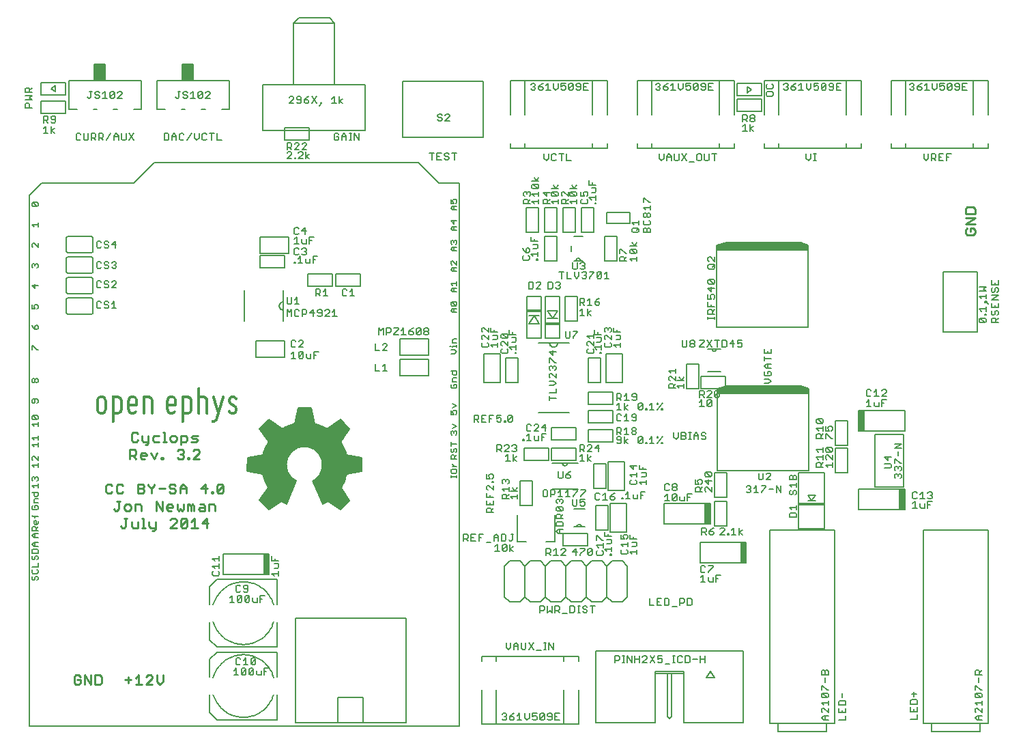
<source format=gto>
G75*
G70*
%OFA0B0*%
%FSLAX24Y24*%
%IPPOS*%
%LPD*%
%AMOC8*
5,1,8,0,0,1.08239X$1,22.5*
%
%ADD10C,0.0100*%
%ADD11C,0.0060*%
%ADD12C,0.0070*%
%ADD13C,0.0080*%
%ADD14C,0.0050*%
%ADD15R,0.1250X0.0125*%
%ADD16R,0.0250X0.1000*%
%ADD17R,0.0750X0.0125*%
%ADD18R,0.0551X0.0787*%
%ADD19R,0.0040X0.0010*%
%ADD20R,0.0050X0.0010*%
%ADD21R,0.0070X0.0010*%
%ADD22R,0.0120X0.0010*%
%ADD23R,0.0100X0.0010*%
%ADD24R,0.0150X0.0010*%
%ADD25R,0.0170X0.0010*%
%ADD26R,0.0200X0.0010*%
%ADD27R,0.0210X0.0010*%
%ADD28R,0.0230X0.0010*%
%ADD29R,0.0240X0.0010*%
%ADD30R,0.0250X0.0010*%
%ADD31R,0.0140X0.0010*%
%ADD32R,0.0130X0.0010*%
%ADD33R,0.0290X0.0010*%
%ADD34R,0.0110X0.0010*%
%ADD35R,0.0340X0.0010*%
%ADD36R,0.0180X0.0010*%
%ADD37R,0.0360X0.0010*%
%ADD38R,0.0090X0.0010*%
%ADD39R,0.0220X0.0010*%
%ADD40R,0.0380X0.0010*%
%ADD41R,0.0280X0.0010*%
%ADD42R,0.0400X0.0010*%
%ADD43R,0.0310X0.0010*%
%ADD44R,0.0410X0.0010*%
%ADD45R,0.0330X0.0010*%
%ADD46R,0.0430X0.0010*%
%ADD47R,0.0350X0.0010*%
%ADD48R,0.0440X0.0010*%
%ADD49R,0.0370X0.0010*%
%ADD50R,0.0450X0.0010*%
%ADD51R,0.0390X0.0010*%
%ADD52R,0.0460X0.0010*%
%ADD53R,0.0470X0.0010*%
%ADD54R,0.0420X0.0010*%
%ADD55R,0.0190X0.0010*%
%ADD56R,0.0160X0.0010*%
%ADD57R,0.0060X0.0010*%
%ADD58R,0.0010X0.0010*%
%ADD59R,0.0030X0.0010*%
%ADD60R,0.0490X0.0010*%
%ADD61R,0.0500X0.0010*%
%ADD62R,0.0510X0.0010*%
%ADD63R,0.0080X0.0010*%
%ADD64R,0.0260X0.0010*%
%ADD65R,0.0320X0.0010*%
D10*
X008720Y002597D02*
X008797Y002520D01*
X008950Y002520D01*
X009027Y002597D01*
X009027Y002750D01*
X008873Y002750D01*
X008720Y002597D02*
X008720Y002904D01*
X008797Y002980D01*
X008950Y002980D01*
X009027Y002904D01*
X009235Y002980D02*
X009235Y002520D01*
X009542Y002520D02*
X009542Y002980D01*
X009751Y002980D02*
X009981Y002980D01*
X010058Y002904D01*
X010058Y002597D01*
X009981Y002520D01*
X009751Y002520D01*
X009751Y002980D01*
X009542Y002520D02*
X009235Y002980D01*
X011212Y002750D02*
X011519Y002750D01*
X011365Y002904D02*
X011365Y002597D01*
X011728Y002520D02*
X012035Y002520D01*
X011881Y002520D02*
X011881Y002980D01*
X011728Y002827D01*
X012243Y002904D02*
X012320Y002980D01*
X012474Y002980D01*
X012550Y002904D01*
X012550Y002827D01*
X012243Y002520D01*
X012550Y002520D01*
X012759Y002673D02*
X012912Y002520D01*
X013066Y002673D01*
X013066Y002980D01*
X012759Y002980D02*
X012759Y002673D01*
X012614Y010017D02*
X012537Y010017D01*
X012614Y010017D02*
X012691Y010093D01*
X012691Y010477D01*
X012691Y010170D02*
X012461Y010170D01*
X012384Y010247D01*
X012384Y010477D01*
X012117Y010630D02*
X012117Y010170D01*
X012040Y010170D02*
X012194Y010170D01*
X011831Y010170D02*
X011831Y010477D01*
X012040Y010630D02*
X012117Y010630D01*
X012003Y011010D02*
X012003Y011240D01*
X011927Y011317D01*
X011696Y011317D01*
X011696Y011010D01*
X011488Y011087D02*
X011488Y011240D01*
X011411Y011317D01*
X011257Y011317D01*
X011181Y011240D01*
X011181Y011087D01*
X011257Y011010D01*
X011411Y011010D01*
X011488Y011087D01*
X011316Y010630D02*
X011162Y010630D01*
X011239Y010630D02*
X011239Y010247D01*
X011162Y010170D01*
X011086Y010170D01*
X011009Y010247D01*
X011525Y010247D02*
X011525Y010477D01*
X011525Y010247D02*
X011601Y010170D01*
X011831Y010170D01*
X012728Y011010D02*
X012728Y011470D01*
X013035Y011010D01*
X013035Y011470D01*
X013243Y011240D02*
X013243Y011087D01*
X013320Y011010D01*
X013473Y011010D01*
X013550Y011163D02*
X013243Y011163D01*
X013243Y011240D02*
X013320Y011317D01*
X013473Y011317D01*
X013550Y011240D01*
X013550Y011163D01*
X013759Y011087D02*
X013836Y011010D01*
X013912Y011087D01*
X013989Y011010D01*
X014066Y011087D01*
X014066Y011317D01*
X014275Y011317D02*
X014275Y011010D01*
X014428Y011010D02*
X014428Y011240D01*
X014505Y011317D01*
X014582Y011240D01*
X014582Y011010D01*
X014790Y011087D02*
X014867Y011163D01*
X015097Y011163D01*
X015097Y011240D02*
X015097Y011010D01*
X014867Y011010D01*
X014790Y011087D01*
X014867Y011317D02*
X015020Y011317D01*
X015097Y011240D01*
X015306Y011317D02*
X015536Y011317D01*
X015613Y011240D01*
X015613Y011010D01*
X015306Y011010D02*
X015306Y011317D01*
X015435Y011850D02*
X015512Y011850D01*
X015512Y011927D01*
X015435Y011927D01*
X015435Y011850D01*
X015693Y011927D02*
X015769Y011850D01*
X015923Y011850D01*
X016000Y011927D01*
X016000Y012234D01*
X015693Y011927D01*
X015693Y012234D01*
X015769Y012310D01*
X015923Y012310D01*
X016000Y012234D01*
X015226Y012080D02*
X014919Y012080D01*
X015149Y012310D01*
X015149Y011850D01*
X014428Y011240D02*
X014351Y011317D01*
X014275Y011317D01*
X013759Y011317D02*
X013759Y011087D01*
X013645Y010630D02*
X013492Y010630D01*
X013415Y010554D01*
X013645Y010630D02*
X013722Y010554D01*
X013722Y010477D01*
X013415Y010170D01*
X013722Y010170D01*
X013931Y010247D02*
X014238Y010554D01*
X014238Y010247D01*
X014161Y010170D01*
X014008Y010170D01*
X013931Y010247D01*
X013931Y010554D01*
X014008Y010630D01*
X014161Y010630D01*
X014238Y010554D01*
X014446Y010477D02*
X014600Y010630D01*
X014600Y010170D01*
X014753Y010170D02*
X014446Y010170D01*
X014962Y010400D02*
X015192Y010630D01*
X015192Y010170D01*
X015269Y010400D02*
X014962Y010400D01*
X014195Y011850D02*
X014195Y012157D01*
X014041Y012310D01*
X013888Y012157D01*
X013888Y011850D01*
X013679Y011927D02*
X013602Y011850D01*
X013449Y011850D01*
X013372Y011927D01*
X013449Y012080D02*
X013602Y012080D01*
X013679Y012003D01*
X013679Y011927D01*
X013888Y012080D02*
X014195Y012080D01*
X013679Y012234D02*
X013602Y012310D01*
X013449Y012310D01*
X013372Y012234D01*
X013372Y012157D01*
X013449Y012080D01*
X013164Y012080D02*
X012857Y012080D01*
X012648Y012234D02*
X012648Y012310D01*
X012648Y012234D02*
X012494Y012080D01*
X012494Y011850D01*
X012494Y012080D02*
X012341Y012234D01*
X012341Y012310D01*
X012132Y012234D02*
X012132Y012157D01*
X012055Y012080D01*
X011825Y012080D01*
X011825Y011850D02*
X012055Y011850D01*
X012132Y011927D01*
X012132Y012003D01*
X012055Y012080D01*
X012132Y012234D02*
X012055Y012310D01*
X011825Y012310D01*
X011825Y011850D01*
X011101Y011927D02*
X011024Y011850D01*
X010871Y011850D01*
X010794Y011927D01*
X010794Y012234D01*
X010871Y012310D01*
X011024Y012310D01*
X011101Y012234D01*
X010585Y012234D02*
X010509Y012310D01*
X010355Y012310D01*
X010278Y012234D01*
X010278Y011927D01*
X010355Y011850D01*
X010509Y011850D01*
X010585Y011927D01*
X010819Y011470D02*
X010972Y011470D01*
X010895Y011470D02*
X010895Y011087D01*
X010819Y011010D01*
X010742Y011010D01*
X010665Y011087D01*
X011439Y013530D02*
X011439Y013990D01*
X011669Y013990D01*
X011745Y013914D01*
X011745Y013760D01*
X011669Y013683D01*
X011439Y013683D01*
X011592Y013683D02*
X011745Y013530D01*
X011954Y013607D02*
X011954Y013760D01*
X012031Y013837D01*
X012184Y013837D01*
X012261Y013760D01*
X012261Y013683D01*
X011954Y013683D01*
X011954Y013607D02*
X012031Y013530D01*
X012184Y013530D01*
X012470Y013837D02*
X012623Y013530D01*
X012777Y013837D01*
X012985Y013607D02*
X013062Y013607D01*
X013062Y013530D01*
X012985Y013530D01*
X012985Y013607D01*
X013071Y014370D02*
X013225Y014370D01*
X013148Y014370D02*
X013148Y014830D01*
X013071Y014830D01*
X012863Y014677D02*
X012633Y014677D01*
X012556Y014600D01*
X012556Y014447D01*
X012633Y014370D01*
X012863Y014370D01*
X012347Y014370D02*
X012117Y014370D01*
X012040Y014447D01*
X012040Y014677D01*
X011831Y014754D02*
X011755Y014830D01*
X011601Y014830D01*
X011525Y014754D01*
X011525Y014447D01*
X011601Y014370D01*
X011755Y014370D01*
X011831Y014447D01*
X012194Y014217D02*
X012270Y014217D01*
X012347Y014293D01*
X012347Y014677D01*
X013415Y014600D02*
X013415Y014447D01*
X013492Y014370D01*
X013645Y014370D01*
X013722Y014447D01*
X013722Y014600D01*
X013645Y014677D01*
X013492Y014677D01*
X013415Y014600D01*
X013931Y014677D02*
X013931Y014217D01*
X013931Y014370D02*
X014161Y014370D01*
X014238Y014447D01*
X014238Y014600D01*
X014161Y014677D01*
X013931Y014677D01*
X014446Y014600D02*
X014523Y014677D01*
X014753Y014677D01*
X014677Y014523D02*
X014523Y014523D01*
X014446Y014600D01*
X014446Y014370D02*
X014677Y014370D01*
X014753Y014447D01*
X014677Y014523D01*
X014609Y013990D02*
X014532Y013914D01*
X014609Y013990D02*
X014763Y013990D01*
X014839Y013914D01*
X014839Y013837D01*
X014532Y013530D01*
X014839Y013530D01*
X014351Y013530D02*
X014275Y013530D01*
X014275Y013607D01*
X014351Y013607D01*
X014351Y013530D01*
X014066Y013607D02*
X013989Y013530D01*
X013836Y013530D01*
X013759Y013607D01*
X013912Y013760D02*
X013989Y013760D01*
X014066Y013683D01*
X014066Y013607D01*
X013989Y013760D02*
X014066Y013837D01*
X014066Y013914D01*
X013989Y013990D01*
X013836Y013990D01*
X013759Y013914D01*
X052263Y024553D02*
X052340Y024477D01*
X052647Y024477D01*
X052723Y024553D01*
X052723Y024707D01*
X052647Y024783D01*
X052493Y024783D01*
X052493Y024630D01*
X052340Y024783D02*
X052263Y024707D01*
X052263Y024553D01*
X052263Y024992D02*
X052723Y025299D01*
X052263Y025299D01*
X052263Y025508D02*
X052263Y025738D01*
X052340Y025815D01*
X052647Y025815D01*
X052723Y025738D01*
X052723Y025508D01*
X052263Y025508D01*
X052263Y024992D02*
X052723Y024992D01*
D11*
X027541Y000500D02*
X006541Y000500D01*
X006541Y026400D01*
X007141Y027000D01*
X011641Y027000D01*
X012641Y028000D01*
X025541Y028000D01*
X026541Y027000D01*
X027541Y027000D01*
X027541Y000500D01*
X029993Y006550D02*
X029743Y006800D01*
X029743Y008300D01*
X029993Y008550D01*
X030493Y008550D01*
X030743Y008300D01*
X030743Y006800D01*
X030493Y006550D01*
X029993Y006550D01*
X030743Y006800D02*
X030993Y006550D01*
X031493Y006550D01*
X031743Y006800D01*
X031743Y008300D01*
X031493Y008550D01*
X030993Y008550D01*
X030743Y008300D01*
X031743Y008300D02*
X031993Y008550D01*
X032493Y008550D01*
X032743Y008300D01*
X032743Y006800D01*
X032493Y006550D01*
X031993Y006550D01*
X031743Y006800D01*
X032743Y006800D02*
X032993Y006550D01*
X033493Y006550D01*
X033743Y006800D01*
X033743Y008300D01*
X033493Y008550D01*
X032993Y008550D01*
X032743Y008300D01*
X033743Y008300D02*
X033993Y008550D01*
X034493Y008550D01*
X034743Y008300D01*
X034743Y006800D01*
X034493Y006550D01*
X033993Y006550D01*
X033743Y006800D01*
X034743Y006800D02*
X034993Y006550D01*
X035493Y006550D01*
X035743Y006800D01*
X035743Y008300D01*
X035493Y008550D01*
X034993Y008550D01*
X034743Y008300D01*
X033321Y012070D02*
X032061Y012070D01*
X032061Y013330D02*
X032571Y013330D01*
X032811Y013330D01*
X033321Y013330D01*
X032811Y013330D02*
X032809Y013309D01*
X032804Y013289D01*
X032795Y013270D01*
X032783Y013253D01*
X032768Y013238D01*
X032751Y013226D01*
X032732Y013217D01*
X032712Y013212D01*
X032691Y013210D01*
X032670Y013212D01*
X032650Y013217D01*
X032631Y013226D01*
X032614Y013238D01*
X032599Y013253D01*
X032587Y013270D01*
X032578Y013289D01*
X032573Y013309D01*
X032571Y013330D01*
X032889Y015805D02*
X031589Y015805D01*
X031393Y015805D01*
X027411Y015760D02*
X027362Y015712D01*
X027411Y015760D02*
X027411Y015857D01*
X027362Y015906D01*
X027265Y015906D01*
X027217Y015857D01*
X027217Y015809D01*
X027265Y015712D01*
X027120Y015712D01*
X027120Y015906D01*
X027217Y016034D02*
X027411Y016131D01*
X027217Y016228D01*
X027169Y016984D02*
X027362Y016984D01*
X027411Y017032D01*
X027411Y017129D01*
X027362Y017177D01*
X027265Y017177D01*
X027265Y017081D01*
X027169Y017177D02*
X027120Y017129D01*
X027120Y017032D01*
X027169Y016984D01*
X027217Y017306D02*
X027217Y017451D01*
X027265Y017500D01*
X027411Y017500D01*
X027362Y017629D02*
X027265Y017629D01*
X027217Y017677D01*
X027217Y017822D01*
X027120Y017822D02*
X027411Y017822D01*
X027411Y017677D01*
X027362Y017629D01*
X027411Y017306D02*
X027217Y017306D01*
X027120Y018662D02*
X027314Y018662D01*
X027411Y018759D01*
X027314Y018856D01*
X027120Y018856D01*
X027217Y018984D02*
X027217Y019033D01*
X027411Y019033D01*
X027411Y019081D02*
X027411Y018984D01*
X027411Y019199D02*
X027217Y019199D01*
X027217Y019344D01*
X027265Y019393D01*
X027411Y019393D01*
X027120Y019033D02*
X027072Y019033D01*
X027217Y020680D02*
X027120Y020777D01*
X027217Y020873D01*
X027411Y020873D01*
X027362Y021002D02*
X027169Y021196D01*
X027362Y021196D01*
X027411Y021147D01*
X027411Y021051D01*
X027362Y021002D01*
X027169Y021002D01*
X027120Y021051D01*
X027120Y021147D01*
X027169Y021196D01*
X027265Y020873D02*
X027265Y020680D01*
X027217Y020680D02*
X027411Y020680D01*
X027411Y021680D02*
X027217Y021680D01*
X027120Y021777D01*
X027217Y021873D01*
X027411Y021873D01*
X027411Y022002D02*
X027411Y022196D01*
X027411Y022099D02*
X027120Y022099D01*
X027217Y022002D01*
X027265Y021873D02*
X027265Y021680D01*
X027265Y022680D02*
X027265Y022873D01*
X027217Y022873D02*
X027411Y022873D01*
X027411Y023002D02*
X027217Y023196D01*
X027169Y023196D01*
X027120Y023147D01*
X027120Y023051D01*
X027169Y023002D01*
X027217Y022873D02*
X027120Y022777D01*
X027217Y022680D01*
X027411Y022680D01*
X027411Y023002D02*
X027411Y023196D01*
X027411Y023680D02*
X027217Y023680D01*
X027120Y023777D01*
X027217Y023873D01*
X027411Y023873D01*
X027362Y024002D02*
X027411Y024051D01*
X027411Y024147D01*
X027362Y024196D01*
X027314Y024196D01*
X027265Y024147D01*
X027265Y024099D01*
X027265Y024147D02*
X027217Y024196D01*
X027169Y024196D01*
X027120Y024147D01*
X027120Y024051D01*
X027169Y024002D01*
X027265Y023873D02*
X027265Y023680D01*
X027265Y024680D02*
X027265Y024873D01*
X027217Y024873D02*
X027411Y024873D01*
X027411Y024680D02*
X027217Y024680D01*
X027120Y024777D01*
X027217Y024873D01*
X027265Y025002D02*
X027265Y025196D01*
X027120Y025147D02*
X027265Y025002D01*
X027411Y025147D02*
X027120Y025147D01*
X027217Y025680D02*
X027120Y025777D01*
X027217Y025873D01*
X027411Y025873D01*
X027362Y026002D02*
X027411Y026051D01*
X027411Y026147D01*
X027362Y026196D01*
X027265Y026196D01*
X027217Y026147D01*
X027217Y026099D01*
X027265Y026002D01*
X027120Y026002D01*
X027120Y026196D01*
X027265Y025873D02*
X027265Y025680D01*
X027217Y025680D02*
X027411Y025680D01*
X033006Y023930D02*
X033006Y023670D01*
X033136Y023200D02*
X033226Y023200D01*
X033466Y023200D01*
X033556Y023200D01*
X033466Y023200D02*
X033464Y023221D01*
X033459Y023241D01*
X033450Y023260D01*
X033438Y023277D01*
X033423Y023292D01*
X033406Y023304D01*
X033387Y023313D01*
X033367Y023318D01*
X033346Y023320D01*
X033325Y023318D01*
X033305Y023313D01*
X033286Y023304D01*
X033269Y023292D01*
X033254Y023277D01*
X033242Y023260D01*
X033233Y023241D01*
X033228Y023221D01*
X033226Y023200D01*
X033136Y024400D02*
X033556Y024400D01*
X034733Y025043D02*
X034733Y025563D01*
X035853Y025563D01*
X035853Y025043D01*
X034733Y025043D01*
X040118Y023975D02*
X040118Y023725D01*
X044568Y023725D01*
X044568Y023975D01*
X044193Y024100D01*
X040618Y024100D01*
X040118Y023975D01*
X040118Y023959D02*
X044568Y023959D01*
X044568Y023900D02*
X040118Y023900D01*
X040118Y023842D02*
X044568Y023842D01*
X044568Y023783D02*
X040118Y023783D01*
X040118Y023725D02*
X040118Y019950D01*
X044568Y019950D01*
X044568Y023725D01*
X044442Y024017D02*
X040287Y024017D01*
X040521Y024076D02*
X044267Y024076D01*
X040301Y018907D02*
X039686Y018907D01*
X039893Y018897D02*
X039895Y018879D01*
X039900Y018861D01*
X039908Y018844D01*
X039919Y018830D01*
X039933Y018817D01*
X039948Y018807D01*
X039966Y018801D01*
X039984Y018797D01*
X040002Y018797D01*
X040020Y018801D01*
X040038Y018807D01*
X040053Y018817D01*
X040067Y018830D01*
X040078Y018844D01*
X040086Y018861D01*
X040091Y018879D01*
X040093Y018897D01*
X040301Y017787D02*
X039686Y017787D01*
X040141Y016975D02*
X040641Y017100D01*
X044216Y017100D01*
X044591Y016975D01*
X044591Y016725D01*
X040141Y016725D01*
X040141Y016975D01*
X040141Y016939D02*
X044591Y016939D01*
X044591Y016880D02*
X040141Y016880D01*
X040141Y016822D02*
X044591Y016822D01*
X044591Y016763D02*
X040141Y016763D01*
X040141Y016725D02*
X040141Y012950D01*
X044591Y012950D01*
X044591Y016725D01*
X044524Y016997D02*
X040229Y016997D01*
X040463Y017056D02*
X044349Y017056D01*
X045868Y010074D02*
X042719Y010074D01*
X042719Y000625D01*
X043112Y000625D01*
X045474Y000625D01*
X045868Y000625D01*
X045868Y010074D01*
X050219Y010074D02*
X050219Y000625D01*
X050612Y000625D01*
X052974Y000625D01*
X053368Y000625D01*
X053368Y010074D01*
X050219Y010074D01*
X050612Y000625D02*
X050612Y000231D01*
X052974Y000231D01*
X052974Y000625D01*
X045474Y000625D02*
X045474Y000231D01*
X043112Y000231D01*
X043112Y000625D01*
X027411Y012626D02*
X027411Y012723D01*
X027411Y012674D02*
X027120Y012674D01*
X027120Y012626D02*
X027120Y012723D01*
X027169Y012841D02*
X027362Y012841D01*
X027411Y012889D01*
X027411Y012986D01*
X027362Y013034D01*
X027169Y013034D01*
X027120Y012986D01*
X027120Y012889D01*
X027169Y012841D01*
X027217Y013163D02*
X027411Y013163D01*
X027314Y013163D02*
X027217Y013260D01*
X027217Y013308D01*
X027120Y013526D02*
X027120Y013671D01*
X027169Y013720D01*
X027265Y013720D01*
X027314Y013671D01*
X027314Y013526D01*
X027411Y013526D02*
X027120Y013526D01*
X027314Y013623D02*
X027411Y013720D01*
X027362Y013848D02*
X027411Y013897D01*
X027411Y013993D01*
X027362Y014042D01*
X027314Y014042D01*
X027265Y013993D01*
X027265Y013897D01*
X027217Y013848D01*
X027169Y013848D01*
X027120Y013897D01*
X027120Y013993D01*
X027169Y014042D01*
X027120Y014171D02*
X027120Y014364D01*
X027120Y014267D02*
X027411Y014267D01*
X027362Y014712D02*
X027411Y014760D01*
X027411Y014857D01*
X027362Y014906D01*
X027314Y014906D01*
X027265Y014857D01*
X027265Y014809D01*
X027265Y014857D02*
X027217Y014906D01*
X027169Y014906D01*
X027120Y014857D01*
X027120Y014760D01*
X027169Y014712D01*
X027217Y015034D02*
X027411Y015131D01*
X027217Y015228D01*
X022773Y013550D02*
X022753Y012950D01*
X021963Y012810D01*
X021753Y012070D01*
X022143Y011520D01*
X021723Y011100D01*
X021113Y011510D01*
X020883Y011370D01*
X020423Y012470D01*
X020813Y012840D01*
X020883Y013410D01*
X020613Y013950D01*
X020003Y014180D01*
X019423Y014020D01*
X019093Y013590D01*
X019053Y013090D01*
X019273Y012610D01*
X019533Y012430D01*
X019093Y011360D01*
X018843Y011530D01*
X018233Y011100D01*
X017813Y011520D01*
X018243Y012140D01*
X017943Y012830D01*
X017183Y012960D01*
X017213Y013580D01*
X017973Y013700D01*
X018243Y014370D01*
X017833Y015000D01*
X018243Y015410D01*
X018913Y014980D01*
X019523Y015240D01*
X019673Y016010D01*
X020293Y016000D01*
X020433Y015230D01*
X021073Y014980D01*
X021733Y015430D01*
X022153Y014980D01*
X021723Y014350D01*
X022013Y013690D01*
X022773Y013550D01*
X022773Y013546D02*
X020816Y013546D01*
X020786Y013604D02*
X022480Y013604D01*
X022771Y013487D02*
X020845Y013487D01*
X020874Y013429D02*
X022769Y013429D01*
X022767Y013370D02*
X020878Y013370D01*
X020871Y013312D02*
X022765Y013312D01*
X022763Y013253D02*
X020864Y013253D01*
X020857Y013195D02*
X022761Y013195D01*
X022760Y013136D02*
X020850Y013136D01*
X020842Y013078D02*
X022758Y013078D01*
X022756Y013019D02*
X020835Y013019D01*
X020828Y012961D02*
X022754Y012961D01*
X022483Y012902D02*
X020821Y012902D01*
X020814Y012844D02*
X022153Y012844D01*
X021956Y012785D02*
X020755Y012785D01*
X020694Y012727D02*
X021940Y012727D01*
X021923Y012668D02*
X020632Y012668D01*
X020570Y012610D02*
X021906Y012610D01*
X021890Y012551D02*
X020509Y012551D01*
X020447Y012493D02*
X021873Y012493D01*
X021857Y012434D02*
X020438Y012434D01*
X020463Y012376D02*
X021840Y012376D01*
X021823Y012317D02*
X020487Y012317D01*
X020512Y012259D02*
X021807Y012259D01*
X021790Y012200D02*
X020536Y012200D01*
X020561Y012142D02*
X021774Y012142D01*
X021757Y012083D02*
X020585Y012083D01*
X020610Y012025D02*
X021786Y012025D01*
X021827Y011966D02*
X020634Y011966D01*
X020659Y011908D02*
X021869Y011908D01*
X021910Y011849D02*
X020683Y011849D01*
X020707Y011791D02*
X021951Y011791D01*
X021993Y011732D02*
X020732Y011732D01*
X020756Y011674D02*
X022034Y011674D01*
X022076Y011615D02*
X020781Y011615D01*
X020805Y011557D02*
X022117Y011557D01*
X022121Y011498D02*
X021131Y011498D01*
X021094Y011498D02*
X020830Y011498D01*
X020854Y011440D02*
X020998Y011440D01*
X020901Y011381D02*
X020879Y011381D01*
X021218Y011440D02*
X022063Y011440D01*
X022004Y011381D02*
X021305Y011381D01*
X021392Y011323D02*
X021946Y011323D01*
X021887Y011264D02*
X021479Y011264D01*
X021566Y011206D02*
X021829Y011206D01*
X021770Y011147D02*
X021653Y011147D01*
X019391Y012083D02*
X018204Y012083D01*
X018243Y012142D02*
X019415Y012142D01*
X019439Y012200D02*
X018217Y012200D01*
X018192Y012259D02*
X019463Y012259D01*
X019487Y012317D02*
X018166Y012317D01*
X018141Y012376D02*
X019511Y012376D01*
X019527Y012434D02*
X018115Y012434D01*
X018090Y012493D02*
X019443Y012493D01*
X019358Y012551D02*
X018065Y012551D01*
X018039Y012610D02*
X019274Y012610D01*
X019247Y012668D02*
X018014Y012668D01*
X017988Y012727D02*
X019220Y012727D01*
X019193Y012785D02*
X017963Y012785D01*
X017864Y012844D02*
X019166Y012844D01*
X019139Y012902D02*
X017522Y012902D01*
X017183Y012961D02*
X019113Y012961D01*
X019086Y013019D02*
X017186Y013019D01*
X017189Y013078D02*
X019059Y013078D01*
X019057Y013136D02*
X017192Y013136D01*
X017195Y013195D02*
X019062Y013195D01*
X019066Y013253D02*
X017197Y013253D01*
X017200Y013312D02*
X019071Y013312D01*
X019076Y013370D02*
X017203Y013370D01*
X017206Y013429D02*
X019080Y013429D01*
X019085Y013487D02*
X017209Y013487D01*
X017212Y013546D02*
X019090Y013546D01*
X019104Y013604D02*
X017366Y013604D01*
X017736Y013663D02*
X019149Y013663D01*
X019194Y013721D02*
X017982Y013721D01*
X018005Y013780D02*
X019239Y013780D01*
X019284Y013838D02*
X018029Y013838D01*
X018053Y013897D02*
X019329Y013897D01*
X019373Y013955D02*
X018076Y013955D01*
X018100Y014014D02*
X019418Y014014D01*
X019612Y014072D02*
X018123Y014072D01*
X018147Y014131D02*
X019824Y014131D01*
X020134Y014131D02*
X021820Y014131D01*
X021794Y014189D02*
X018170Y014189D01*
X018194Y014248D02*
X021768Y014248D01*
X021743Y014306D02*
X018218Y014306D01*
X018241Y014365D02*
X021733Y014365D01*
X021773Y014423D02*
X018209Y014423D01*
X018171Y014482D02*
X021813Y014482D01*
X021853Y014540D02*
X018133Y014540D01*
X018095Y014599D02*
X021893Y014599D01*
X021933Y014657D02*
X018056Y014657D01*
X018018Y014716D02*
X021973Y014716D01*
X022013Y014774D02*
X017980Y014774D01*
X017942Y014833D02*
X022053Y014833D01*
X022093Y014891D02*
X017904Y014891D01*
X017866Y014950D02*
X022133Y014950D01*
X022127Y015008D02*
X021114Y015008D01*
X021200Y015067D02*
X022073Y015067D01*
X022018Y015125D02*
X021286Y015125D01*
X021372Y015184D02*
X021963Y015184D01*
X021909Y015242D02*
X021458Y015242D01*
X021543Y015301D02*
X021854Y015301D01*
X021800Y015359D02*
X021629Y015359D01*
X021715Y015418D02*
X021745Y015418D01*
X021001Y015008D02*
X018979Y015008D01*
X018870Y015008D02*
X017841Y015008D01*
X017900Y015067D02*
X018778Y015067D01*
X018687Y015125D02*
X017958Y015125D01*
X018017Y015184D02*
X018596Y015184D01*
X018505Y015242D02*
X018075Y015242D01*
X018134Y015301D02*
X018414Y015301D01*
X018323Y015359D02*
X018192Y015359D01*
X019116Y015067D02*
X020852Y015067D01*
X020702Y015125D02*
X019254Y015125D01*
X019391Y015184D02*
X020552Y015184D01*
X020431Y015242D02*
X019524Y015242D01*
X019535Y015301D02*
X020420Y015301D01*
X020410Y015359D02*
X019547Y015359D01*
X019558Y015418D02*
X020399Y015418D01*
X020389Y015476D02*
X019569Y015476D01*
X019581Y015535D02*
X020378Y015535D01*
X020367Y015593D02*
X019592Y015593D01*
X019603Y015652D02*
X020357Y015652D01*
X020346Y015710D02*
X019615Y015710D01*
X019626Y015769D02*
X020335Y015769D01*
X020325Y015827D02*
X019638Y015827D01*
X019649Y015886D02*
X020314Y015886D01*
X020303Y015944D02*
X019660Y015944D01*
X019672Y016003D02*
X020134Y016003D01*
X020290Y014072D02*
X021845Y014072D01*
X021871Y014014D02*
X020445Y014014D01*
X020600Y013955D02*
X021897Y013955D01*
X021923Y013897D02*
X020640Y013897D01*
X020669Y013838D02*
X021948Y013838D01*
X021974Y013780D02*
X020699Y013780D01*
X020728Y013721D02*
X022000Y013721D01*
X022162Y013663D02*
X020757Y013663D01*
X019367Y012025D02*
X018163Y012025D01*
X018123Y011966D02*
X019343Y011966D01*
X019318Y011908D02*
X018082Y011908D01*
X018042Y011849D02*
X019294Y011849D01*
X019270Y011791D02*
X018001Y011791D01*
X017960Y011732D02*
X019246Y011732D01*
X019222Y011674D02*
X017920Y011674D01*
X017879Y011615D02*
X019198Y011615D01*
X019174Y011557D02*
X017839Y011557D01*
X017835Y011498D02*
X018798Y011498D01*
X018890Y011498D02*
X019150Y011498D01*
X019126Y011440D02*
X018976Y011440D01*
X019062Y011381D02*
X019102Y011381D01*
X018715Y011440D02*
X017894Y011440D01*
X017952Y011381D02*
X018632Y011381D01*
X018549Y011323D02*
X018011Y011323D01*
X018069Y011264D02*
X018466Y011264D01*
X018383Y011206D02*
X018128Y011206D01*
X018186Y011147D02*
X018300Y011147D01*
X006961Y011112D02*
X006961Y011208D01*
X006912Y011257D01*
X006815Y011257D01*
X006815Y011160D01*
X006719Y011257D02*
X006670Y011208D01*
X006670Y011112D01*
X006719Y011063D01*
X006912Y011063D01*
X006961Y011112D01*
X006961Y011385D02*
X006767Y011385D01*
X006767Y011531D01*
X006815Y011579D01*
X006961Y011579D01*
X006912Y011708D02*
X006815Y011708D01*
X006767Y011756D01*
X006767Y011901D01*
X006670Y011901D02*
X006961Y011901D01*
X006961Y011756D01*
X006912Y011708D01*
X006961Y012135D02*
X006961Y012329D01*
X006961Y012232D02*
X006670Y012232D01*
X006767Y012135D01*
X006719Y012458D02*
X006670Y012506D01*
X006670Y012603D01*
X006719Y012651D01*
X006767Y012651D01*
X006815Y012603D01*
X006864Y012651D01*
X006912Y012651D01*
X006961Y012603D01*
X006961Y012506D01*
X006912Y012458D01*
X006815Y012554D02*
X006815Y012603D01*
X006767Y013135D02*
X006670Y013232D01*
X006961Y013232D01*
X006961Y013135D02*
X006961Y013329D01*
X006961Y013458D02*
X006767Y013651D01*
X006719Y013651D01*
X006670Y013603D01*
X006670Y013506D01*
X006719Y013458D01*
X006961Y013458D02*
X006961Y013651D01*
X006961Y014135D02*
X006961Y014329D01*
X006961Y014232D02*
X006670Y014232D01*
X006767Y014135D01*
X006767Y014458D02*
X006670Y014554D01*
X006961Y014554D01*
X006961Y014458D02*
X006961Y014651D01*
X006961Y015135D02*
X006961Y015329D01*
X006961Y015232D02*
X006670Y015232D01*
X006767Y015135D01*
X006719Y015458D02*
X006670Y015506D01*
X006670Y015603D01*
X006719Y015651D01*
X006912Y015458D01*
X006961Y015506D01*
X006961Y015603D01*
X006912Y015651D01*
X006719Y015651D01*
X006719Y015458D02*
X006912Y015458D01*
X006912Y016258D02*
X006961Y016306D01*
X006961Y016403D01*
X006912Y016451D01*
X006719Y016451D01*
X006670Y016403D01*
X006670Y016306D01*
X006719Y016258D01*
X006767Y016258D01*
X006815Y016306D01*
X006815Y016451D01*
X006767Y017258D02*
X006719Y017258D01*
X006670Y017306D01*
X006670Y017403D01*
X006719Y017451D01*
X006767Y017451D01*
X006815Y017403D01*
X006815Y017306D01*
X006767Y017258D01*
X006815Y017306D02*
X006864Y017258D01*
X006912Y017258D01*
X006961Y017306D01*
X006961Y017403D01*
X006912Y017451D01*
X006864Y017451D01*
X006815Y017403D01*
X006912Y018858D02*
X006961Y018858D01*
X006912Y018858D02*
X006719Y019051D01*
X006670Y019051D01*
X006670Y018858D01*
X006815Y019858D02*
X006815Y020003D01*
X006864Y020051D01*
X006912Y020051D01*
X006961Y020003D01*
X006961Y019906D01*
X006912Y019858D01*
X006815Y019858D01*
X006719Y019954D01*
X006670Y020051D01*
X006670Y020858D02*
X006815Y020858D01*
X006767Y020954D01*
X006767Y021003D01*
X006815Y021051D01*
X006912Y021051D01*
X006961Y021003D01*
X006961Y020906D01*
X006912Y020858D01*
X006670Y020858D02*
X006670Y021051D01*
X006815Y021858D02*
X006815Y022051D01*
X006670Y022003D02*
X006815Y021858D01*
X006961Y022003D02*
X006670Y022003D01*
X006719Y022858D02*
X006670Y022906D01*
X006670Y023003D01*
X006719Y023051D01*
X006767Y023051D01*
X006815Y023003D01*
X006864Y023051D01*
X006912Y023051D01*
X006961Y023003D01*
X006961Y022906D01*
X006912Y022858D01*
X006815Y022954D02*
X006815Y023003D01*
X006719Y023858D02*
X006670Y023906D01*
X006670Y024003D01*
X006719Y024051D01*
X006767Y024051D01*
X006961Y023858D01*
X006961Y024051D01*
X006961Y024858D02*
X006961Y025051D01*
X006961Y024954D02*
X006670Y024954D01*
X006767Y024858D01*
X006719Y025858D02*
X006670Y025906D01*
X006670Y026003D01*
X006719Y026051D01*
X006912Y025858D01*
X006961Y025906D01*
X006961Y026003D01*
X006912Y026051D01*
X006719Y026051D01*
X006719Y025858D02*
X006912Y025858D01*
X008443Y024400D02*
X009543Y024400D01*
X009560Y024398D01*
X009577Y024394D01*
X009593Y024387D01*
X009607Y024377D01*
X009620Y024364D01*
X009630Y024350D01*
X009637Y024334D01*
X009641Y024317D01*
X009643Y024300D01*
X009643Y023700D01*
X009641Y023683D01*
X009637Y023666D01*
X009630Y023650D01*
X009620Y023636D01*
X009607Y023623D01*
X009593Y023613D01*
X009577Y023606D01*
X009560Y023602D01*
X009543Y023600D01*
X008443Y023600D01*
X008426Y023602D01*
X008409Y023606D01*
X008393Y023613D01*
X008379Y023623D01*
X008366Y023636D01*
X008356Y023650D01*
X008349Y023666D01*
X008345Y023683D01*
X008343Y023700D01*
X008343Y024300D01*
X008345Y024317D01*
X008349Y024334D01*
X008356Y024350D01*
X008366Y024364D01*
X008379Y024377D01*
X008393Y024387D01*
X008409Y024394D01*
X008426Y024398D01*
X008443Y024400D01*
X008443Y023400D02*
X009543Y023400D01*
X009560Y023398D01*
X009577Y023394D01*
X009593Y023387D01*
X009607Y023377D01*
X009620Y023364D01*
X009630Y023350D01*
X009637Y023334D01*
X009641Y023317D01*
X009643Y023300D01*
X009643Y022700D01*
X009641Y022683D01*
X009637Y022666D01*
X009630Y022650D01*
X009620Y022636D01*
X009607Y022623D01*
X009593Y022613D01*
X009577Y022606D01*
X009560Y022602D01*
X009543Y022600D01*
X008443Y022600D01*
X008426Y022602D01*
X008409Y022606D01*
X008393Y022613D01*
X008379Y022623D01*
X008366Y022636D01*
X008356Y022650D01*
X008349Y022666D01*
X008345Y022683D01*
X008343Y022700D01*
X008343Y023300D01*
X008345Y023317D01*
X008349Y023334D01*
X008356Y023350D01*
X008366Y023364D01*
X008379Y023377D01*
X008393Y023387D01*
X008409Y023394D01*
X008426Y023398D01*
X008443Y023400D01*
X008443Y022400D02*
X009543Y022400D01*
X009560Y022398D01*
X009577Y022394D01*
X009593Y022387D01*
X009607Y022377D01*
X009620Y022364D01*
X009630Y022350D01*
X009637Y022334D01*
X009641Y022317D01*
X009643Y022300D01*
X009643Y021700D01*
X009641Y021683D01*
X009637Y021666D01*
X009630Y021650D01*
X009620Y021636D01*
X009607Y021623D01*
X009593Y021613D01*
X009577Y021606D01*
X009560Y021602D01*
X009543Y021600D01*
X008443Y021600D01*
X008426Y021602D01*
X008409Y021606D01*
X008393Y021613D01*
X008379Y021623D01*
X008366Y021636D01*
X008356Y021650D01*
X008349Y021666D01*
X008345Y021683D01*
X008343Y021700D01*
X008343Y022300D01*
X008345Y022317D01*
X008349Y022334D01*
X008356Y022350D01*
X008366Y022364D01*
X008379Y022377D01*
X008393Y022387D01*
X008409Y022394D01*
X008426Y022398D01*
X008443Y022400D01*
X008443Y021400D02*
X009543Y021400D01*
X009560Y021398D01*
X009577Y021394D01*
X009593Y021387D01*
X009607Y021377D01*
X009620Y021364D01*
X009630Y021350D01*
X009637Y021334D01*
X009641Y021317D01*
X009643Y021300D01*
X009643Y020700D01*
X009641Y020683D01*
X009637Y020666D01*
X009630Y020650D01*
X009620Y020636D01*
X009607Y020623D01*
X009593Y020613D01*
X009577Y020606D01*
X009560Y020602D01*
X009543Y020600D01*
X008443Y020600D01*
X008426Y020602D01*
X008409Y020606D01*
X008393Y020613D01*
X008379Y020623D01*
X008366Y020636D01*
X008356Y020650D01*
X008349Y020666D01*
X008345Y020683D01*
X008343Y020700D01*
X008343Y021300D01*
X008345Y021317D01*
X008349Y021334D01*
X008356Y021350D01*
X008366Y021364D01*
X008379Y021377D01*
X008393Y021387D01*
X008409Y021394D01*
X008426Y021398D01*
X008443Y021400D01*
X017048Y021748D02*
X017048Y020252D01*
X018938Y020252D02*
X018938Y021748D01*
X018943Y021200D02*
X018916Y021198D01*
X018889Y021193D01*
X018863Y021183D01*
X018839Y021171D01*
X018817Y021155D01*
X018797Y021137D01*
X018780Y021115D01*
X018765Y021092D01*
X018755Y021067D01*
X018747Y021041D01*
X018743Y021014D01*
X018743Y020986D01*
X018747Y020959D01*
X018755Y020933D01*
X018765Y020908D01*
X018780Y020885D01*
X018797Y020863D01*
X018817Y020845D01*
X018839Y020829D01*
X018863Y020817D01*
X018889Y020807D01*
X018916Y020802D01*
X018943Y020800D01*
X031393Y019195D02*
X031589Y019195D01*
X032889Y019195D01*
X032341Y019200D02*
X032339Y019173D01*
X032334Y019146D01*
X032324Y019120D01*
X032312Y019096D01*
X032296Y019074D01*
X032278Y019054D01*
X032256Y019037D01*
X032233Y019022D01*
X032208Y019012D01*
X032182Y019004D01*
X032155Y019000D01*
X032127Y019000D01*
X032100Y019004D01*
X032074Y019012D01*
X032049Y019022D01*
X032026Y019037D01*
X032004Y019054D01*
X031986Y019074D01*
X031970Y019096D01*
X031958Y019120D01*
X031948Y019146D01*
X031943Y019173D01*
X031941Y019200D01*
X006961Y010714D02*
X006719Y010714D01*
X006670Y010762D01*
X006815Y010762D02*
X006815Y010665D01*
X006815Y010536D02*
X006864Y010536D01*
X006864Y010343D01*
X006912Y010343D02*
X006815Y010343D01*
X006767Y010391D01*
X006767Y010488D01*
X006815Y010536D01*
X006961Y010488D02*
X006961Y010391D01*
X006912Y010343D01*
X006961Y010214D02*
X006864Y010117D01*
X006864Y010166D02*
X006864Y010021D01*
X006961Y010021D02*
X006670Y010021D01*
X006670Y010166D01*
X006719Y010214D01*
X006815Y010214D01*
X006864Y010166D01*
X006815Y009892D02*
X006815Y009698D01*
X006767Y009698D02*
X006670Y009795D01*
X006767Y009892D01*
X006961Y009892D01*
X006961Y009698D02*
X006767Y009698D01*
X006767Y009451D02*
X006961Y009451D01*
X006815Y009451D02*
X006815Y009258D01*
X006767Y009258D02*
X006670Y009354D01*
X006767Y009451D01*
X006767Y009258D02*
X006961Y009258D01*
X006912Y009129D02*
X006719Y009129D01*
X006670Y009081D01*
X006670Y008935D01*
X006961Y008935D01*
X006961Y009081D01*
X006912Y009129D01*
X006912Y008807D02*
X006961Y008758D01*
X006961Y008662D01*
X006912Y008613D01*
X006815Y008662D02*
X006815Y008758D01*
X006864Y008807D01*
X006912Y008807D01*
X006815Y008662D02*
X006767Y008613D01*
X006719Y008613D01*
X006670Y008662D01*
X006670Y008758D01*
X006719Y008807D01*
X006961Y008451D02*
X006961Y008258D01*
X006670Y008258D01*
X006719Y008129D02*
X006670Y008081D01*
X006670Y007984D01*
X006719Y007935D01*
X006912Y007935D01*
X006961Y007984D01*
X006961Y008081D01*
X006912Y008129D01*
X006912Y007807D02*
X006961Y007758D01*
X006961Y007662D01*
X006912Y007613D01*
X006815Y007662D02*
X006815Y007758D01*
X006864Y007807D01*
X006912Y007807D01*
X006815Y007662D02*
X006767Y007613D01*
X006719Y007613D01*
X006670Y007662D01*
X006670Y007758D01*
X006719Y007807D01*
D12*
X015481Y007885D02*
X015536Y007830D01*
X015756Y007830D01*
X015811Y007885D01*
X015811Y007995D01*
X015756Y008050D01*
X015811Y008198D02*
X015811Y008419D01*
X015811Y008308D02*
X015481Y008308D01*
X015591Y008198D01*
X015536Y008050D02*
X015481Y007995D01*
X015481Y007885D01*
X015591Y008567D02*
X015481Y008677D01*
X015811Y008677D01*
X015811Y008567D02*
X015811Y008787D01*
X016683Y007368D02*
X016628Y007313D01*
X016628Y007093D01*
X016683Y007038D01*
X016793Y007038D01*
X016848Y007093D01*
X016997Y007093D02*
X017052Y007038D01*
X017162Y007038D01*
X017217Y007093D01*
X017217Y007313D01*
X017162Y007368D01*
X017052Y007368D01*
X016997Y007313D01*
X016997Y007258D01*
X017052Y007203D01*
X017217Y007203D01*
X017230Y006868D02*
X017285Y006813D01*
X017065Y006593D01*
X017120Y006538D01*
X017230Y006538D01*
X017285Y006593D01*
X017285Y006813D01*
X017230Y006868D02*
X017120Y006868D01*
X017065Y006813D01*
X017065Y006593D01*
X016917Y006593D02*
X016917Y006813D01*
X016697Y006593D01*
X016752Y006538D01*
X016862Y006538D01*
X016917Y006593D01*
X016917Y006813D02*
X016862Y006868D01*
X016752Y006868D01*
X016697Y006813D01*
X016697Y006593D01*
X016548Y006538D02*
X016328Y006538D01*
X016438Y006538D02*
X016438Y006868D01*
X016328Y006758D01*
X016683Y007368D02*
X016793Y007368D01*
X016848Y007313D01*
X017433Y006758D02*
X017433Y006593D01*
X017488Y006538D01*
X017653Y006538D01*
X017653Y006758D01*
X017802Y006703D02*
X017912Y006703D01*
X017802Y006868D02*
X018022Y006868D01*
X017802Y006868D02*
X017802Y006538D01*
X018491Y007830D02*
X018381Y007940D01*
X018711Y007940D01*
X018711Y007830D02*
X018711Y008050D01*
X018656Y008198D02*
X018491Y008198D01*
X018656Y008198D02*
X018711Y008253D01*
X018711Y008419D01*
X018491Y008419D01*
X018546Y008567D02*
X018546Y008677D01*
X018381Y008567D02*
X018381Y008787D01*
X018381Y008567D02*
X018711Y008567D01*
X017530Y003818D02*
X017585Y003763D01*
X017365Y003543D01*
X017420Y003488D01*
X017530Y003488D01*
X017585Y003543D01*
X017585Y003763D01*
X017530Y003818D02*
X017420Y003818D01*
X017365Y003763D01*
X017365Y003543D01*
X017217Y003488D02*
X016997Y003488D01*
X017107Y003488D02*
X017107Y003818D01*
X016997Y003708D01*
X016848Y003763D02*
X016793Y003818D01*
X016683Y003818D01*
X016628Y003763D01*
X016628Y003543D01*
X016683Y003488D01*
X016793Y003488D01*
X016848Y003543D01*
X016952Y003318D02*
X017062Y003318D01*
X017117Y003263D01*
X016897Y003043D01*
X016952Y002988D01*
X017062Y002988D01*
X017117Y003043D01*
X017117Y003263D01*
X017265Y003263D02*
X017320Y003318D01*
X017430Y003318D01*
X017485Y003263D01*
X017265Y003043D01*
X017320Y002988D01*
X017430Y002988D01*
X017485Y003043D01*
X017485Y003263D01*
X017633Y003208D02*
X017633Y003043D01*
X017688Y002988D01*
X017853Y002988D01*
X017853Y003208D01*
X018002Y003153D02*
X018112Y003153D01*
X018002Y003318D02*
X018222Y003318D01*
X018002Y003318D02*
X018002Y002988D01*
X017265Y003043D02*
X017265Y003263D01*
X016952Y003318D02*
X016897Y003263D01*
X016897Y003043D01*
X016748Y002988D02*
X016528Y002988D01*
X016638Y002988D02*
X016638Y003318D01*
X016528Y003208D01*
X027750Y009532D02*
X027750Y009863D01*
X027915Y009863D01*
X027970Y009807D01*
X027970Y009697D01*
X027915Y009642D01*
X027750Y009642D01*
X027860Y009642D02*
X027970Y009532D01*
X028118Y009532D02*
X028118Y009863D01*
X028339Y009863D01*
X028487Y009863D02*
X028707Y009863D01*
X028597Y009697D02*
X028487Y009697D01*
X028487Y009532D02*
X028487Y009863D01*
X028229Y009697D02*
X028118Y009697D01*
X028118Y009532D02*
X028339Y009532D01*
X028855Y009477D02*
X029075Y009477D01*
X029223Y009532D02*
X029223Y009752D01*
X029333Y009863D01*
X029444Y009752D01*
X029444Y009532D01*
X029592Y009532D02*
X029757Y009532D01*
X029812Y009587D01*
X029812Y009807D01*
X029757Y009863D01*
X029592Y009863D01*
X029592Y009532D01*
X029705Y009365D02*
X029815Y009365D01*
X029870Y009310D01*
X029650Y009090D01*
X029705Y009035D01*
X029815Y009035D01*
X029870Y009090D01*
X029870Y009310D01*
X030019Y009365D02*
X030019Y009035D01*
X030019Y009145D02*
X030184Y009255D01*
X030019Y009145D02*
X030184Y009035D01*
X030070Y009532D02*
X030125Y009587D01*
X030125Y009863D01*
X030070Y009863D02*
X030180Y009863D01*
X030070Y009532D02*
X030015Y009532D01*
X029960Y009587D01*
X029705Y009365D02*
X029650Y009310D01*
X029650Y009090D01*
X029502Y009035D02*
X029282Y009035D01*
X029392Y009035D02*
X029392Y009365D01*
X029282Y009255D01*
X029223Y009697D02*
X029444Y009697D01*
X029198Y010917D02*
X028868Y010917D01*
X028868Y011082D01*
X028923Y011137D01*
X029033Y011137D01*
X029088Y011082D01*
X029088Y010917D01*
X029088Y011027D02*
X029198Y011137D01*
X029198Y011285D02*
X028868Y011285D01*
X028868Y011505D01*
X028868Y011654D02*
X028868Y011874D01*
X028923Y012022D02*
X028868Y012077D01*
X028868Y012187D01*
X028923Y012242D01*
X028978Y012242D01*
X029198Y012022D01*
X029198Y012242D01*
X029198Y012390D02*
X029198Y012445D01*
X029143Y012445D01*
X029143Y012390D01*
X029198Y012390D01*
X029143Y012574D02*
X029198Y012629D01*
X029198Y012739D01*
X029143Y012794D01*
X029033Y012794D01*
X028978Y012739D01*
X028978Y012684D01*
X029033Y012574D01*
X028868Y012574D01*
X028868Y012794D01*
X029625Y012487D02*
X029680Y012542D01*
X029735Y012542D01*
X029790Y012487D01*
X029845Y012542D01*
X029901Y012542D01*
X029956Y012487D01*
X029956Y012377D01*
X029901Y012322D01*
X029790Y012432D02*
X029790Y012487D01*
X029625Y012487D02*
X029625Y012377D01*
X029680Y012322D01*
X029625Y012063D02*
X029956Y012063D01*
X029956Y011953D02*
X029956Y012174D01*
X030135Y012118D02*
X030245Y011953D01*
X030356Y012118D01*
X030356Y011953D02*
X030025Y011953D01*
X029956Y011805D02*
X029845Y011695D01*
X029845Y011750D02*
X029845Y011585D01*
X029956Y011585D02*
X029625Y011585D01*
X029625Y011750D01*
X029680Y011805D01*
X029790Y011805D01*
X029845Y011750D01*
X030025Y011695D02*
X030356Y011695D01*
X030356Y011585D02*
X030356Y011805D01*
X030135Y011585D02*
X030025Y011695D01*
X029735Y011953D02*
X029625Y012063D01*
X029198Y011654D02*
X028868Y011654D01*
X029033Y011654D02*
X029033Y011764D01*
X029198Y011505D02*
X029198Y011285D01*
X029033Y011285D02*
X029033Y011395D01*
X031626Y011740D02*
X031681Y011685D01*
X031791Y011685D01*
X031846Y011740D01*
X031846Y011960D01*
X031791Y012015D01*
X031681Y012015D01*
X031626Y011960D01*
X031626Y011740D01*
X031994Y011685D02*
X031994Y012015D01*
X032159Y012015D01*
X032214Y011960D01*
X032214Y011850D01*
X032159Y011795D01*
X031994Y011795D01*
X032362Y011685D02*
X032582Y011685D01*
X032472Y011685D02*
X032472Y012015D01*
X032362Y011905D01*
X032385Y011578D02*
X032330Y011578D01*
X032275Y011523D01*
X032275Y011413D01*
X032330Y011358D01*
X032330Y011210D02*
X032551Y010990D01*
X032606Y011045D01*
X032606Y011155D01*
X032551Y011210D01*
X032330Y011210D01*
X032275Y011155D01*
X032275Y011045D01*
X032330Y010990D01*
X032551Y010990D01*
X032606Y010842D02*
X032495Y010732D01*
X032495Y010787D02*
X032495Y010622D01*
X032606Y010622D02*
X032275Y010622D01*
X032275Y010787D01*
X032330Y010842D01*
X032440Y010842D01*
X032495Y010787D01*
X032551Y010474D02*
X032330Y010474D01*
X032275Y010418D01*
X032275Y010253D01*
X032606Y010253D01*
X032606Y010418D01*
X032551Y010474D01*
X032606Y010105D02*
X032385Y010105D01*
X032275Y009995D01*
X032385Y009885D01*
X032606Y009885D01*
X032440Y009885D02*
X032440Y010105D01*
X032573Y009165D02*
X032518Y009110D01*
X032573Y009165D02*
X032683Y009165D01*
X032738Y009110D01*
X032738Y009055D01*
X032518Y008835D01*
X032738Y008835D01*
X032370Y008835D02*
X032149Y008835D01*
X032259Y008835D02*
X032259Y009165D01*
X032149Y009055D01*
X032001Y009000D02*
X031946Y008945D01*
X031781Y008945D01*
X031781Y008835D02*
X031781Y009165D01*
X031946Y009165D01*
X032001Y009110D01*
X032001Y009000D01*
X031891Y008945D02*
X032001Y008835D01*
X033081Y009000D02*
X033301Y009000D01*
X033246Y008835D02*
X033246Y009165D01*
X033081Y009000D01*
X033449Y008890D02*
X033449Y008835D01*
X033449Y008890D02*
X033670Y009110D01*
X033670Y009165D01*
X033449Y009165D01*
X033818Y009110D02*
X033818Y008890D01*
X034038Y009110D01*
X034038Y008890D01*
X033983Y008835D01*
X033873Y008835D01*
X033818Y008890D01*
X033818Y009110D02*
X033873Y009165D01*
X033983Y009165D01*
X034038Y009110D01*
X034228Y009003D02*
X034228Y008893D01*
X034283Y008838D01*
X034503Y008838D01*
X034558Y008893D01*
X034558Y009003D01*
X034503Y009058D01*
X034625Y009129D02*
X034956Y009129D01*
X034956Y009019D02*
X034956Y009239D01*
X034901Y009387D02*
X034956Y009443D01*
X034956Y009608D01*
X034735Y009608D01*
X034790Y009756D02*
X034790Y009866D01*
X034625Y009756D02*
X034625Y009976D01*
X034625Y009756D02*
X034956Y009756D01*
X034901Y009387D02*
X034735Y009387D01*
X034558Y009426D02*
X034558Y009206D01*
X034625Y009129D02*
X034735Y009019D01*
X034901Y008890D02*
X034956Y008890D01*
X034956Y008835D01*
X034901Y008835D01*
X034901Y008890D01*
X035428Y008943D02*
X035483Y008888D01*
X035703Y008888D01*
X035758Y008943D01*
X035758Y009053D01*
X035703Y009108D01*
X035758Y009256D02*
X035758Y009476D01*
X035758Y009366D02*
X035428Y009366D01*
X035538Y009256D01*
X035483Y009108D02*
X035428Y009053D01*
X035428Y008943D01*
X035875Y008995D02*
X035985Y008885D01*
X035875Y008995D02*
X036206Y008995D01*
X036206Y008885D02*
X036206Y009105D01*
X036151Y009253D02*
X036206Y009308D01*
X036206Y009474D01*
X035985Y009474D01*
X036040Y009622D02*
X036040Y009732D01*
X035875Y009622D02*
X035875Y009842D01*
X035758Y009790D02*
X035758Y009679D01*
X035703Y009624D01*
X035593Y009624D02*
X035538Y009734D01*
X035538Y009790D01*
X035593Y009845D01*
X035703Y009845D01*
X035758Y009790D01*
X035875Y009622D02*
X036206Y009622D01*
X036151Y009253D02*
X035985Y009253D01*
X035593Y009624D02*
X035428Y009624D01*
X035428Y009845D01*
X034558Y009574D02*
X034503Y009574D01*
X034283Y009795D01*
X034228Y009795D01*
X034228Y009574D01*
X034228Y009316D02*
X034558Y009316D01*
X034338Y009206D02*
X034228Y009316D01*
X034283Y009058D02*
X034228Y009003D01*
X033599Y011235D02*
X033489Y011235D01*
X033434Y011290D01*
X033434Y011400D02*
X033544Y011455D01*
X033599Y011455D01*
X033654Y011400D01*
X033654Y011290D01*
X033599Y011235D01*
X033434Y011400D02*
X033434Y011565D01*
X033654Y011565D01*
X033467Y011685D02*
X033467Y011740D01*
X033687Y011960D01*
X033687Y012015D01*
X033467Y012015D01*
X033319Y012015D02*
X033319Y011960D01*
X033099Y011740D01*
X033099Y011685D01*
X033066Y011565D02*
X033066Y011290D01*
X033121Y011235D01*
X033231Y011235D01*
X033286Y011290D01*
X033286Y011565D01*
X032951Y011685D02*
X032730Y011685D01*
X032841Y011685D02*
X032841Y012015D01*
X032730Y011905D01*
X032551Y011578D02*
X032606Y011523D01*
X032606Y011413D01*
X032551Y011358D01*
X032440Y011468D02*
X032440Y011523D01*
X032495Y011578D01*
X032551Y011578D01*
X032440Y011523D02*
X032385Y011578D01*
X033099Y012015D02*
X033319Y012015D01*
X032909Y012585D02*
X032964Y012640D01*
X032964Y012695D01*
X032909Y012750D01*
X032744Y012750D01*
X032744Y012640D01*
X032799Y012585D01*
X032909Y012585D01*
X032744Y012750D02*
X032854Y012860D01*
X032964Y012915D01*
X032596Y012915D02*
X032596Y012640D01*
X032541Y012585D01*
X032431Y012585D01*
X032376Y012640D01*
X032376Y012915D01*
X033428Y013435D02*
X033648Y013435D01*
X033538Y013435D02*
X033538Y013765D01*
X033428Y013655D01*
X033428Y013885D02*
X033428Y014215D01*
X033593Y014215D01*
X033648Y014160D01*
X033648Y014050D01*
X033593Y013995D01*
X033428Y013995D01*
X033538Y013995D02*
X033648Y013885D01*
X033797Y013885D02*
X034017Y014105D01*
X034017Y014160D01*
X033962Y014215D01*
X033852Y014215D01*
X033797Y014160D01*
X033797Y013885D02*
X034017Y013885D01*
X034165Y014050D02*
X034330Y014215D01*
X034330Y013885D01*
X034385Y014050D02*
X034165Y014050D01*
X033962Y013655D02*
X033797Y013545D01*
X033962Y013435D01*
X033797Y013435D02*
X033797Y013765D01*
X035231Y014340D02*
X035286Y014285D01*
X035396Y014285D01*
X035451Y014340D01*
X035451Y014560D01*
X035396Y014615D01*
X035286Y014615D01*
X035231Y014560D01*
X035231Y014505D01*
X035286Y014450D01*
X035451Y014450D01*
X035599Y014395D02*
X035765Y014505D01*
X035599Y014395D02*
X035765Y014285D01*
X035599Y014285D02*
X035599Y014615D01*
X035594Y014735D02*
X035814Y014735D01*
X035704Y014735D02*
X035704Y015065D01*
X035594Y014955D01*
X035446Y014900D02*
X035391Y014845D01*
X035226Y014845D01*
X035336Y014845D02*
X035446Y014735D01*
X035446Y014900D02*
X035446Y015010D01*
X035391Y015065D01*
X035226Y015065D01*
X035226Y014735D01*
X035962Y014790D02*
X035962Y014845D01*
X036017Y014900D01*
X036127Y014900D01*
X036182Y014845D01*
X036182Y014790D01*
X036127Y014735D01*
X036017Y014735D01*
X035962Y014790D01*
X036017Y014900D02*
X035962Y014955D01*
X035962Y015010D01*
X036017Y015065D01*
X036127Y015065D01*
X036182Y015010D01*
X036182Y014955D01*
X036127Y014900D01*
X036330Y014615D02*
X036440Y014615D01*
X036495Y014560D01*
X036275Y014340D01*
X036330Y014285D01*
X036440Y014285D01*
X036495Y014340D01*
X036495Y014560D01*
X036330Y014615D02*
X036275Y014560D01*
X036275Y014340D01*
X036643Y014340D02*
X036698Y014340D01*
X036698Y014285D01*
X036643Y014285D01*
X036643Y014340D01*
X036827Y014285D02*
X037047Y014285D01*
X036937Y014285D02*
X036937Y014615D01*
X036827Y014505D01*
X037195Y014560D02*
X037195Y014615D01*
X037250Y014615D01*
X037250Y014560D01*
X037195Y014560D01*
X037195Y014285D02*
X037471Y014615D01*
X037471Y014340D02*
X037471Y014285D01*
X037416Y014285D01*
X037416Y014340D01*
X037471Y014340D01*
X038010Y014600D02*
X038120Y014490D01*
X038230Y014600D01*
X038230Y014820D01*
X038379Y014820D02*
X038544Y014820D01*
X038599Y014765D01*
X038599Y014710D01*
X038544Y014655D01*
X038379Y014655D01*
X038544Y014655D02*
X038599Y014600D01*
X038599Y014545D01*
X038544Y014490D01*
X038379Y014490D01*
X038379Y014820D01*
X038747Y014820D02*
X038857Y014820D01*
X038802Y014820D02*
X038802Y014490D01*
X038747Y014490D02*
X038857Y014490D01*
X038992Y014490D02*
X038992Y014710D01*
X039102Y014820D01*
X039213Y014710D01*
X039213Y014490D01*
X039361Y014545D02*
X039416Y014490D01*
X039526Y014490D01*
X039581Y014545D01*
X039581Y014600D01*
X039526Y014655D01*
X039416Y014655D01*
X039361Y014710D01*
X039361Y014765D01*
X039416Y014820D01*
X039526Y014820D01*
X039581Y014765D01*
X039213Y014655D02*
X038992Y014655D01*
X038010Y014600D02*
X038010Y014820D01*
X037465Y015935D02*
X037410Y015935D01*
X037410Y015990D01*
X037465Y015990D01*
X037465Y015935D01*
X037190Y015935D02*
X037465Y016265D01*
X037245Y016265D02*
X037245Y016210D01*
X037190Y016210D01*
X037190Y016265D01*
X037245Y016265D01*
X036932Y016265D02*
X036932Y015935D01*
X036822Y015935D02*
X037042Y015935D01*
X036822Y016155D02*
X036932Y016265D01*
X036692Y015990D02*
X036692Y015935D01*
X036637Y015935D01*
X036637Y015990D01*
X036692Y015990D01*
X036489Y015990D02*
X036434Y015935D01*
X036324Y015935D01*
X036269Y015990D01*
X036489Y016210D01*
X036489Y015990D01*
X036269Y015990D02*
X036269Y016210D01*
X036324Y016265D01*
X036434Y016265D01*
X036489Y016210D01*
X036188Y016440D02*
X036188Y016660D01*
X036133Y016715D01*
X036023Y016715D01*
X035968Y016660D01*
X035968Y016605D01*
X036023Y016550D01*
X036188Y016550D01*
X036188Y016440D02*
X036133Y016385D01*
X036023Y016385D01*
X035968Y016440D01*
X035820Y016385D02*
X035599Y016385D01*
X035709Y016385D02*
X035709Y016715D01*
X035599Y016605D01*
X035451Y016550D02*
X035396Y016495D01*
X035231Y016495D01*
X035231Y016385D02*
X035231Y016715D01*
X035396Y016715D01*
X035451Y016660D01*
X035451Y016550D01*
X035341Y016495D02*
X035451Y016385D01*
X035336Y016265D02*
X035336Y015935D01*
X035226Y015935D02*
X035446Y015935D01*
X035594Y015935D02*
X035594Y016265D01*
X035759Y016155D02*
X035594Y016045D01*
X035759Y015935D01*
X035707Y015718D02*
X035707Y015388D01*
X035597Y015388D02*
X035817Y015388D01*
X035965Y015443D02*
X036020Y015388D01*
X036130Y015388D01*
X036185Y015443D01*
X036185Y015663D01*
X036130Y015718D01*
X036020Y015718D01*
X035965Y015663D01*
X035965Y015608D01*
X036020Y015553D01*
X036185Y015553D01*
X035707Y015718D02*
X035597Y015608D01*
X035448Y015663D02*
X035393Y015718D01*
X035283Y015718D01*
X035228Y015663D01*
X035228Y015443D01*
X035283Y015388D01*
X035393Y015388D01*
X035448Y015443D01*
X035226Y016155D02*
X035336Y016265D01*
X037775Y016985D02*
X037775Y017150D01*
X037830Y017205D01*
X037940Y017205D01*
X037995Y017150D01*
X037995Y016985D01*
X037995Y017095D02*
X038106Y017205D01*
X038175Y017095D02*
X038506Y017095D01*
X038506Y016985D02*
X038506Y017205D01*
X038506Y017353D02*
X038175Y017353D01*
X038106Y017353D02*
X037885Y017574D01*
X037830Y017574D01*
X037775Y017518D01*
X037775Y017408D01*
X037830Y017353D01*
X038106Y017353D02*
X038106Y017574D01*
X038106Y017722D02*
X038106Y017942D01*
X038106Y017832D02*
X037775Y017832D01*
X037885Y017722D01*
X038285Y017518D02*
X038395Y017353D01*
X038506Y017518D01*
X038175Y017095D02*
X038285Y016985D01*
X038106Y016985D02*
X037775Y016985D01*
X039278Y016868D02*
X039278Y016538D01*
X039278Y016648D02*
X039443Y016648D01*
X039498Y016703D01*
X039498Y016813D01*
X039443Y016868D01*
X039278Y016868D01*
X039388Y016648D02*
X039498Y016538D01*
X039647Y016538D02*
X039867Y016758D01*
X039867Y016813D01*
X039812Y016868D01*
X039702Y016868D01*
X039647Y016813D01*
X039647Y016538D02*
X039867Y016538D01*
X039809Y016415D02*
X039864Y016360D01*
X039644Y016140D01*
X039699Y016085D01*
X039809Y016085D01*
X039864Y016140D01*
X039864Y016360D01*
X039809Y016415D02*
X039699Y016415D01*
X039644Y016360D01*
X039644Y016140D01*
X039496Y016085D02*
X039276Y016085D01*
X039386Y016085D02*
X039386Y016415D01*
X039276Y016305D01*
X040015Y016593D02*
X040235Y016813D01*
X040235Y016593D01*
X040180Y016538D01*
X040070Y016538D01*
X040015Y016593D01*
X040015Y016813D01*
X040070Y016868D01*
X040180Y016868D01*
X040235Y016813D01*
X042423Y017217D02*
X042643Y017217D01*
X042754Y017327D01*
X042643Y017437D01*
X042423Y017437D01*
X042478Y017585D02*
X042698Y017585D01*
X042754Y017640D01*
X042754Y017750D01*
X042698Y017805D01*
X042588Y017805D01*
X042588Y017695D01*
X042478Y017585D02*
X042423Y017640D01*
X042423Y017750D01*
X042478Y017805D01*
X042533Y017954D02*
X042423Y018064D01*
X042533Y018174D01*
X042754Y018174D01*
X042588Y018174D02*
X042588Y017954D01*
X042533Y017954D02*
X042754Y017954D01*
X042754Y018432D02*
X042423Y018432D01*
X042423Y018322D02*
X042423Y018542D01*
X042423Y018690D02*
X042754Y018690D01*
X042754Y018910D01*
X042588Y018800D02*
X042588Y018690D01*
X042423Y018690D02*
X042423Y018910D01*
X041343Y019040D02*
X041288Y018985D01*
X041178Y018985D01*
X041123Y019040D01*
X041123Y019150D02*
X041233Y019205D01*
X041288Y019205D01*
X041343Y019150D01*
X041343Y019040D01*
X041123Y019150D02*
X041123Y019315D01*
X041343Y019315D01*
X040975Y019150D02*
X040754Y019150D01*
X040919Y019315D01*
X040919Y018985D01*
X040606Y019040D02*
X040606Y019260D01*
X040551Y019315D01*
X040386Y019315D01*
X040386Y018985D01*
X040551Y018985D01*
X040606Y019040D01*
X040238Y019315D02*
X040018Y019315D01*
X040128Y019315D02*
X040128Y018985D01*
X039870Y018985D02*
X039649Y019315D01*
X039501Y019315D02*
X039501Y019260D01*
X039281Y019040D01*
X039281Y018985D01*
X039501Y018985D01*
X039649Y018985D02*
X039870Y019315D01*
X039501Y019315D02*
X039281Y019315D01*
X039020Y019260D02*
X039020Y019205D01*
X038965Y019150D01*
X038854Y019150D01*
X038799Y019205D01*
X038799Y019260D01*
X038854Y019315D01*
X038965Y019315D01*
X039020Y019260D01*
X038965Y019150D02*
X039020Y019095D01*
X039020Y019040D01*
X038965Y018985D01*
X038854Y018985D01*
X038799Y019040D01*
X038799Y019095D01*
X038854Y019150D01*
X038651Y019040D02*
X038651Y019315D01*
X038431Y019315D02*
X038431Y019040D01*
X038486Y018985D01*
X038596Y018985D01*
X038651Y019040D01*
X039678Y020348D02*
X039678Y020458D01*
X039678Y020403D02*
X040008Y020403D01*
X040008Y020348D02*
X040008Y020458D01*
X040008Y020593D02*
X039678Y020593D01*
X039678Y020759D01*
X039733Y020814D01*
X039843Y020814D01*
X039898Y020759D01*
X039898Y020593D01*
X039898Y020704D02*
X040008Y020814D01*
X040008Y020962D02*
X039678Y020962D01*
X039678Y021182D01*
X039678Y021330D02*
X039843Y021330D01*
X039788Y021440D01*
X039788Y021495D01*
X039843Y021550D01*
X039953Y021550D01*
X040008Y021495D01*
X040008Y021385D01*
X039953Y021330D01*
X039678Y021330D02*
X039678Y021550D01*
X039843Y021698D02*
X039843Y021919D01*
X039678Y021864D02*
X039843Y021698D01*
X040008Y021864D02*
X039678Y021864D01*
X039733Y022067D02*
X039678Y022122D01*
X039678Y022232D01*
X039733Y022287D01*
X039953Y022067D01*
X040008Y022122D01*
X040008Y022232D01*
X039953Y022287D01*
X039733Y022287D01*
X039733Y022067D02*
X039953Y022067D01*
X039953Y022798D02*
X040008Y022853D01*
X040008Y022964D01*
X039953Y023019D01*
X039733Y023019D01*
X039678Y022964D01*
X039678Y022853D01*
X039733Y022798D01*
X039953Y022798D01*
X039898Y022908D02*
X040008Y023019D01*
X040008Y023167D02*
X039788Y023387D01*
X039733Y023387D01*
X039678Y023332D01*
X039678Y023222D01*
X039733Y023167D01*
X040008Y023167D02*
X040008Y023387D01*
X036856Y024585D02*
X036856Y024750D01*
X036801Y024805D01*
X036745Y024805D01*
X036690Y024750D01*
X036690Y024585D01*
X036525Y024585D02*
X036525Y024750D01*
X036580Y024805D01*
X036635Y024805D01*
X036690Y024750D01*
X036580Y024953D02*
X036801Y024953D01*
X036856Y025008D01*
X036856Y025118D01*
X036801Y025174D01*
X036801Y025322D02*
X036745Y025322D01*
X036690Y025377D01*
X036690Y025487D01*
X036745Y025542D01*
X036801Y025542D01*
X036856Y025487D01*
X036856Y025377D01*
X036801Y025322D01*
X036690Y025377D02*
X036635Y025322D01*
X036580Y025322D01*
X036525Y025377D01*
X036525Y025487D01*
X036580Y025542D01*
X036635Y025542D01*
X036690Y025487D01*
X036635Y025690D02*
X036525Y025800D01*
X036856Y025800D01*
X036856Y025690D02*
X036856Y025910D01*
X036856Y026058D02*
X036801Y026058D01*
X036580Y026278D01*
X036525Y026278D01*
X036525Y026058D01*
X036580Y025174D02*
X036525Y025118D01*
X036525Y025008D01*
X036580Y024953D01*
X036306Y024953D02*
X036306Y025174D01*
X036306Y025063D02*
X035975Y025063D01*
X036085Y024953D01*
X036030Y024805D02*
X036251Y024805D01*
X036306Y024750D01*
X036306Y024640D01*
X036251Y024585D01*
X036030Y024585D01*
X035975Y024640D01*
X035975Y024750D01*
X036030Y024805D01*
X036195Y024695D02*
X036306Y024805D01*
X036525Y024585D02*
X036856Y024585D01*
X036206Y024087D02*
X036095Y023922D01*
X035985Y024087D01*
X035875Y023922D02*
X036206Y023922D01*
X036151Y023774D02*
X036206Y023718D01*
X036206Y023608D01*
X036151Y023553D01*
X035930Y023774D01*
X036151Y023774D01*
X035930Y023774D02*
X035875Y023718D01*
X035875Y023608D01*
X035930Y023553D01*
X036151Y023553D01*
X036206Y023405D02*
X036206Y023185D01*
X036206Y023295D02*
X035875Y023295D01*
X035985Y023185D01*
X035711Y023185D02*
X035381Y023185D01*
X035381Y023350D01*
X035436Y023405D01*
X035546Y023405D01*
X035601Y023350D01*
X035601Y023185D01*
X035601Y023295D02*
X035711Y023405D01*
X035711Y023553D02*
X035656Y023553D01*
X035436Y023774D01*
X035381Y023774D01*
X035381Y023553D01*
X034738Y022668D02*
X034738Y022338D01*
X034628Y022338D02*
X034848Y022338D01*
X034628Y022558D02*
X034738Y022668D01*
X034480Y022613D02*
X034260Y022393D01*
X034315Y022338D01*
X034425Y022338D01*
X034480Y022393D01*
X034480Y022613D01*
X034425Y022668D01*
X034315Y022668D01*
X034260Y022613D01*
X034260Y022393D01*
X034112Y022613D02*
X033892Y022393D01*
X033892Y022338D01*
X033743Y022393D02*
X033688Y022338D01*
X033578Y022338D01*
X033523Y022393D01*
X033633Y022503D02*
X033688Y022503D01*
X033743Y022448D01*
X033743Y022393D01*
X033688Y022503D02*
X033743Y022558D01*
X033743Y022613D01*
X033688Y022668D01*
X033578Y022668D01*
X033523Y022613D01*
X033375Y022668D02*
X033375Y022448D01*
X033265Y022338D01*
X033155Y022448D01*
X033155Y022668D01*
X033123Y022788D02*
X033233Y022788D01*
X033288Y022843D01*
X033288Y023118D01*
X033437Y023063D02*
X033492Y023118D01*
X033602Y023118D01*
X033657Y023063D01*
X033657Y023008D01*
X033602Y022953D01*
X033657Y022898D01*
X033657Y022843D01*
X033602Y022788D01*
X033492Y022788D01*
X033437Y022843D01*
X033547Y022953D02*
X033602Y022953D01*
X033892Y022668D02*
X034112Y022668D01*
X034112Y022613D01*
X033123Y022788D02*
X033068Y022843D01*
X033068Y023118D01*
X032787Y022668D02*
X032787Y022338D01*
X033007Y022338D01*
X032528Y022338D02*
X032528Y022668D01*
X032418Y022668D02*
X032638Y022668D01*
X032412Y022168D02*
X032302Y022168D01*
X032247Y022113D01*
X032098Y022113D02*
X032043Y022168D01*
X031878Y022168D01*
X031878Y021838D01*
X032043Y021838D01*
X032098Y021893D01*
X032098Y022113D01*
X032247Y021893D02*
X032302Y021838D01*
X032412Y021838D01*
X032467Y021893D01*
X032467Y021948D01*
X032412Y022003D01*
X032357Y022003D01*
X032412Y022003D02*
X032467Y022058D01*
X032467Y022113D01*
X032412Y022168D01*
X031517Y022113D02*
X031462Y022168D01*
X031352Y022168D01*
X031297Y022113D01*
X031148Y022113D02*
X031148Y021893D01*
X031093Y021838D01*
X030928Y021838D01*
X030928Y022168D01*
X031093Y022168D01*
X031148Y022113D01*
X031297Y021838D02*
X031517Y022058D01*
X031517Y022113D01*
X031517Y021838D02*
X031297Y021838D01*
X033428Y021368D02*
X033428Y021038D01*
X033428Y021148D02*
X033593Y021148D01*
X033648Y021203D01*
X033648Y021313D01*
X033593Y021368D01*
X033428Y021368D01*
X033538Y021148D02*
X033648Y021038D01*
X033797Y021038D02*
X034017Y021038D01*
X033907Y021038D02*
X033907Y021368D01*
X033797Y021258D01*
X034165Y021203D02*
X034165Y021093D01*
X034220Y021038D01*
X034330Y021038D01*
X034385Y021093D01*
X034385Y021148D01*
X034330Y021203D01*
X034165Y021203D01*
X034275Y021313D01*
X034385Y021368D01*
X033797Y020868D02*
X033797Y020538D01*
X033797Y020648D02*
X033962Y020758D01*
X033797Y020648D02*
X033962Y020538D01*
X033648Y020538D02*
X033428Y020538D01*
X033538Y020538D02*
X033538Y020868D01*
X033428Y020758D01*
X033317Y019768D02*
X033317Y019713D01*
X033097Y019493D01*
X033097Y019438D01*
X032948Y019493D02*
X032948Y019768D01*
X033097Y019768D02*
X033317Y019768D01*
X032948Y019493D02*
X032893Y019438D01*
X032783Y019438D01*
X032728Y019493D01*
X032728Y019768D01*
X033778Y019532D02*
X034108Y019532D01*
X034128Y019606D02*
X034128Y019826D01*
X034108Y019642D02*
X034108Y019422D01*
X034238Y019458D02*
X034458Y019458D01*
X034458Y019293D01*
X034403Y019237D01*
X034238Y019237D01*
X034108Y019274D02*
X034108Y019053D01*
X033888Y019274D01*
X033833Y019274D01*
X033778Y019218D01*
X033778Y019108D01*
X033833Y019053D01*
X033833Y018905D02*
X033778Y018850D01*
X033778Y018740D01*
X033833Y018685D01*
X034053Y018685D01*
X034108Y018740D01*
X034108Y018850D01*
X034053Y018905D01*
X034128Y018979D02*
X034238Y018869D01*
X034128Y018979D02*
X034458Y018979D01*
X034458Y018869D02*
X034458Y019089D01*
X034628Y019040D02*
X034683Y018985D01*
X034903Y018985D01*
X034958Y019040D01*
X034958Y019150D01*
X034903Y019205D01*
X034958Y019353D02*
X034738Y019574D01*
X034683Y019574D01*
X034628Y019518D01*
X034628Y019408D01*
X034683Y019353D01*
X034683Y019205D02*
X034628Y019150D01*
X034628Y019040D01*
X034458Y018740D02*
X034458Y018685D01*
X034403Y018685D01*
X034403Y018740D01*
X034458Y018740D01*
X035078Y019095D02*
X035408Y019095D01*
X035408Y018985D02*
X035408Y019205D01*
X035353Y019353D02*
X035408Y019408D01*
X035408Y019574D01*
X035188Y019574D01*
X035243Y019722D02*
X035243Y019832D01*
X035078Y019722D02*
X035078Y019942D01*
X034958Y019887D02*
X034958Y019777D01*
X034903Y019722D01*
X034793Y019832D02*
X034793Y019887D01*
X034848Y019942D01*
X034903Y019942D01*
X034958Y019887D01*
X034793Y019887D02*
X034738Y019942D01*
X034683Y019942D01*
X034628Y019887D01*
X034628Y019777D01*
X034683Y019722D01*
X034458Y019606D02*
X034128Y019606D01*
X034293Y019606D02*
X034293Y019716D01*
X033888Y019422D02*
X033778Y019532D01*
X034958Y019574D02*
X034958Y019353D01*
X035188Y019353D02*
X035353Y019353D01*
X035408Y019722D02*
X035078Y019722D01*
X035078Y019095D02*
X035188Y018985D01*
X032256Y018760D02*
X031925Y018760D01*
X032090Y018595D01*
X032090Y018815D01*
X031980Y018447D02*
X032201Y018227D01*
X032256Y018227D01*
X032201Y018078D02*
X032256Y018023D01*
X032256Y017913D01*
X032201Y017858D01*
X032090Y017968D02*
X032090Y018023D01*
X032145Y018078D01*
X032201Y018078D01*
X032090Y018023D02*
X032035Y018078D01*
X031980Y018078D01*
X031925Y018023D01*
X031925Y017913D01*
X031980Y017858D01*
X031980Y017710D02*
X031925Y017655D01*
X031925Y017545D01*
X031980Y017490D01*
X031925Y017342D02*
X032145Y017342D01*
X032256Y017232D01*
X032145Y017122D01*
X031925Y017122D01*
X032256Y016974D02*
X032256Y016753D01*
X031925Y016753D01*
X031925Y016605D02*
X031925Y016385D01*
X031925Y016495D02*
X032256Y016495D01*
X032256Y017490D02*
X032035Y017710D01*
X031980Y017710D01*
X032256Y017710D02*
X032256Y017490D01*
X031925Y018227D02*
X031925Y018447D01*
X031980Y018447D01*
X030308Y018685D02*
X030308Y018740D01*
X030253Y018740D01*
X030253Y018685D01*
X030308Y018685D01*
X030308Y018869D02*
X030308Y019089D01*
X030308Y018979D02*
X029978Y018979D01*
X030088Y018869D01*
X029908Y018850D02*
X029853Y018905D01*
X029908Y018850D02*
X029908Y018740D01*
X029853Y018685D01*
X029633Y018685D01*
X029578Y018740D01*
X029578Y018850D01*
X029633Y018905D01*
X029633Y019053D02*
X029578Y019108D01*
X029578Y019218D01*
X029633Y019274D01*
X029688Y019274D01*
X029908Y019053D01*
X029908Y019274D01*
X029853Y019422D02*
X029633Y019642D01*
X029853Y019642D01*
X029908Y019587D01*
X029908Y019477D01*
X029853Y019422D01*
X029633Y019422D01*
X029578Y019477D01*
X029578Y019587D01*
X029633Y019642D01*
X029406Y019574D02*
X029185Y019574D01*
X029240Y019722D02*
X029240Y019832D01*
X029075Y019722D02*
X029075Y019942D01*
X028956Y019942D02*
X028956Y019722D01*
X028735Y019942D01*
X028680Y019942D01*
X028625Y019887D01*
X028625Y019777D01*
X028680Y019722D01*
X028680Y019574D02*
X028625Y019518D01*
X028625Y019408D01*
X028680Y019353D01*
X028680Y019205D02*
X028625Y019150D01*
X028625Y019040D01*
X028680Y018985D01*
X028901Y018985D01*
X028956Y019040D01*
X028956Y019150D01*
X028901Y019205D01*
X028956Y019353D02*
X028735Y019574D01*
X028680Y019574D01*
X028956Y019574D02*
X028956Y019353D01*
X029185Y019353D02*
X029351Y019353D01*
X029406Y019408D01*
X029406Y019574D01*
X029406Y019722D02*
X029075Y019722D01*
X029406Y019205D02*
X029406Y018985D01*
X029406Y019095D02*
X029075Y019095D01*
X029185Y018985D01*
X030088Y019237D02*
X030253Y019237D01*
X030308Y019293D01*
X030308Y019458D01*
X030088Y019458D01*
X030143Y019606D02*
X030143Y019716D01*
X029978Y019606D02*
X029978Y019826D01*
X029978Y019606D02*
X030308Y019606D01*
X026030Y019640D02*
X025975Y019585D01*
X025865Y019585D01*
X025810Y019640D01*
X025810Y019695D01*
X025865Y019750D01*
X025975Y019750D01*
X026030Y019695D01*
X026030Y019640D01*
X025975Y019750D02*
X026030Y019805D01*
X026030Y019860D01*
X025975Y019915D01*
X025865Y019915D01*
X025810Y019860D01*
X025810Y019805D01*
X025865Y019750D01*
X025662Y019640D02*
X025607Y019585D01*
X025497Y019585D01*
X025442Y019640D01*
X025662Y019860D01*
X025662Y019640D01*
X025662Y019860D02*
X025607Y019915D01*
X025497Y019915D01*
X025442Y019860D01*
X025442Y019640D01*
X025294Y019640D02*
X025294Y019695D01*
X025239Y019750D01*
X025073Y019750D01*
X025073Y019640D01*
X025128Y019585D01*
X025239Y019585D01*
X025294Y019640D01*
X025183Y019860D02*
X025073Y019750D01*
X025183Y019860D02*
X025294Y019915D01*
X024815Y019915D02*
X024815Y019585D01*
X024705Y019585D02*
X024925Y019585D01*
X024705Y019805D02*
X024815Y019915D01*
X024557Y019915D02*
X024557Y019860D01*
X024337Y019640D01*
X024337Y019585D01*
X024557Y019585D01*
X024557Y019915D02*
X024337Y019915D01*
X024189Y019860D02*
X024189Y019750D01*
X024134Y019695D01*
X023968Y019695D01*
X023968Y019585D02*
X023968Y019915D01*
X024134Y019915D01*
X024189Y019860D01*
X023820Y019915D02*
X023820Y019585D01*
X023600Y019585D02*
X023600Y019915D01*
X023710Y019805D01*
X023820Y019915D01*
X023852Y019165D02*
X023797Y019110D01*
X023852Y019165D02*
X023962Y019165D01*
X024017Y019110D01*
X024017Y019055D01*
X023797Y018835D01*
X024017Y018835D01*
X023648Y018835D02*
X023428Y018835D01*
X023428Y019165D01*
X023428Y018165D02*
X023428Y017835D01*
X023648Y017835D01*
X023797Y017835D02*
X024017Y017835D01*
X023907Y017835D02*
X023907Y018165D01*
X023797Y018055D01*
X020653Y018768D02*
X020433Y018768D01*
X020433Y018438D01*
X020285Y018438D02*
X020285Y018658D01*
X020433Y018603D02*
X020543Y018603D01*
X020285Y018438D02*
X020120Y018438D01*
X020065Y018493D01*
X020065Y018658D01*
X019917Y018713D02*
X019697Y018493D01*
X019752Y018438D01*
X019862Y018438D01*
X019917Y018493D01*
X019917Y018713D01*
X019862Y018768D01*
X019752Y018768D01*
X019697Y018713D01*
X019697Y018493D01*
X019548Y018438D02*
X019328Y018438D01*
X019438Y018438D02*
X019438Y018768D01*
X019328Y018658D01*
X019383Y018988D02*
X019493Y018988D01*
X019548Y019043D01*
X019697Y018988D02*
X019917Y019208D01*
X019917Y019263D01*
X019862Y019318D01*
X019752Y019318D01*
X019697Y019263D01*
X019548Y019263D02*
X019493Y019318D01*
X019383Y019318D01*
X019328Y019263D01*
X019328Y019043D01*
X019383Y018988D01*
X019697Y018988D02*
X019917Y018988D01*
X019865Y020485D02*
X019865Y020815D01*
X020030Y020815D01*
X020085Y020760D01*
X020085Y020650D01*
X020030Y020595D01*
X019865Y020595D01*
X019717Y020540D02*
X019662Y020485D01*
X019552Y020485D01*
X019497Y020540D01*
X019497Y020760D01*
X019552Y020815D01*
X019662Y020815D01*
X019717Y020760D01*
X019717Y021085D02*
X019497Y021085D01*
X019607Y021085D02*
X019607Y021415D01*
X019497Y021305D01*
X019348Y021415D02*
X019348Y021140D01*
X019293Y021085D01*
X019183Y021085D01*
X019128Y021140D01*
X019128Y021415D01*
X019128Y020815D02*
X019238Y020705D01*
X019348Y020815D01*
X019348Y020485D01*
X019128Y020485D02*
X019128Y020815D01*
X020233Y020650D02*
X020453Y020650D01*
X020602Y020705D02*
X020657Y020650D01*
X020822Y020650D01*
X020822Y020540D02*
X020822Y020760D01*
X020767Y020815D01*
X020657Y020815D01*
X020602Y020760D01*
X020602Y020705D01*
X020602Y020540D02*
X020657Y020485D01*
X020767Y020485D01*
X020822Y020540D01*
X020970Y020485D02*
X021190Y020705D01*
X021190Y020760D01*
X021135Y020815D01*
X021025Y020815D01*
X020970Y020760D01*
X020970Y020485D02*
X021190Y020485D01*
X021338Y020485D02*
X021558Y020485D01*
X021448Y020485D02*
X021448Y020815D01*
X021338Y020705D01*
X020398Y020815D02*
X020233Y020650D01*
X020398Y020485D02*
X020398Y020815D01*
X020528Y021488D02*
X020528Y021818D01*
X020693Y021818D01*
X020748Y021763D01*
X020748Y021653D01*
X020693Y021598D01*
X020528Y021598D01*
X020638Y021598D02*
X020748Y021488D01*
X020897Y021488D02*
X021117Y021488D01*
X021007Y021488D02*
X021007Y021818D01*
X020897Y021708D01*
X021828Y021763D02*
X021828Y021543D01*
X021883Y021488D01*
X021993Y021488D01*
X022048Y021543D01*
X022197Y021488D02*
X022417Y021488D01*
X022307Y021488D02*
X022307Y021818D01*
X022197Y021708D01*
X022048Y021763D02*
X021993Y021818D01*
X021883Y021818D01*
X021828Y021763D01*
X020399Y023088D02*
X020399Y023418D01*
X020619Y023418D01*
X020509Y023253D02*
X020399Y023253D01*
X020251Y023308D02*
X020251Y023088D01*
X020086Y023088D01*
X020031Y023143D01*
X020031Y023308D01*
X020012Y023488D02*
X019902Y023488D01*
X019847Y023543D01*
X019773Y023418D02*
X019662Y023308D01*
X019773Y023418D02*
X019773Y023088D01*
X019883Y023088D02*
X019662Y023088D01*
X019533Y023088D02*
X019478Y023088D01*
X019478Y023143D01*
X019533Y023143D01*
X019533Y023088D01*
X019533Y023488D02*
X019643Y023488D01*
X019698Y023543D01*
X019533Y023488D02*
X019478Y023543D01*
X019478Y023763D01*
X019533Y023818D01*
X019643Y023818D01*
X019698Y023763D01*
X019847Y023763D02*
X019902Y023818D01*
X020012Y023818D01*
X020067Y023763D01*
X020067Y023708D01*
X020012Y023653D01*
X020067Y023598D01*
X020067Y023543D01*
X020012Y023488D01*
X020012Y023653D02*
X019957Y023653D01*
X019902Y024038D02*
X020067Y024038D01*
X020067Y024258D01*
X020215Y024203D02*
X020325Y024203D01*
X020215Y024368D02*
X020435Y024368D01*
X020215Y024368D02*
X020215Y024038D01*
X019902Y024038D02*
X019847Y024093D01*
X019847Y024258D01*
X019698Y024038D02*
X019478Y024038D01*
X019588Y024038D02*
X019588Y024368D01*
X019478Y024258D01*
X019533Y024488D02*
X019643Y024488D01*
X019698Y024543D01*
X019533Y024488D02*
X019478Y024543D01*
X019478Y024763D01*
X019533Y024818D01*
X019643Y024818D01*
X019698Y024763D01*
X019847Y024653D02*
X020067Y024653D01*
X020012Y024818D02*
X019847Y024653D01*
X020012Y024488D02*
X020012Y024818D01*
X020049Y028185D02*
X020049Y028515D01*
X020085Y028635D02*
X019865Y028635D01*
X020085Y028855D01*
X020085Y028910D01*
X020030Y028965D01*
X019920Y028965D01*
X019865Y028910D01*
X019717Y028910D02*
X019662Y028965D01*
X019552Y028965D01*
X019497Y028910D01*
X019348Y028910D02*
X019348Y028800D01*
X019293Y028745D01*
X019128Y028745D01*
X019128Y028635D02*
X019128Y028965D01*
X019293Y028965D01*
X019348Y028910D01*
X019238Y028745D02*
X019348Y028635D01*
X019293Y028515D02*
X019183Y028515D01*
X019128Y028460D01*
X019293Y028515D02*
X019348Y028460D01*
X019348Y028405D01*
X019128Y028185D01*
X019348Y028185D01*
X019497Y028185D02*
X019552Y028185D01*
X019552Y028240D01*
X019497Y028240D01*
X019497Y028185D01*
X019681Y028185D02*
X019901Y028405D01*
X019901Y028460D01*
X019846Y028515D01*
X019736Y028515D01*
X019681Y028460D01*
X019717Y028635D02*
X019497Y028635D01*
X019717Y028855D01*
X019717Y028910D01*
X020049Y028295D02*
X020214Y028405D01*
X020049Y028295D02*
X020214Y028185D01*
X019901Y028185D02*
X019681Y028185D01*
X021428Y029140D02*
X021483Y029085D01*
X021593Y029085D01*
X021648Y029140D01*
X021648Y029250D01*
X021538Y029250D01*
X021428Y029360D02*
X021428Y029140D01*
X021428Y029360D02*
X021483Y029415D01*
X021593Y029415D01*
X021648Y029360D01*
X021797Y029305D02*
X021907Y029415D01*
X022017Y029305D01*
X022017Y029085D01*
X022165Y029085D02*
X022275Y029085D01*
X022220Y029085D02*
X022220Y029415D01*
X022165Y029415D02*
X022275Y029415D01*
X022410Y029415D02*
X022631Y029085D01*
X022631Y029415D01*
X022410Y029415D02*
X022410Y029085D01*
X022017Y029250D02*
X021797Y029250D01*
X021797Y029305D02*
X021797Y029085D01*
X020702Y030775D02*
X020812Y030885D01*
X020757Y030885D01*
X020757Y030940D01*
X020812Y030940D01*
X020812Y030885D01*
X020553Y030885D02*
X020333Y031215D01*
X020185Y031215D02*
X020075Y031160D01*
X019965Y031050D01*
X020130Y031050D01*
X020185Y030995D01*
X020185Y030940D01*
X020130Y030885D01*
X020020Y030885D01*
X019965Y030940D01*
X019965Y031050D01*
X019817Y031050D02*
X019652Y031050D01*
X019597Y031105D01*
X019597Y031160D01*
X019652Y031215D01*
X019762Y031215D01*
X019817Y031160D01*
X019817Y030940D01*
X019762Y030885D01*
X019652Y030885D01*
X019597Y030940D01*
X019448Y030885D02*
X019228Y030885D01*
X019448Y031105D01*
X019448Y031160D01*
X019393Y031215D01*
X019283Y031215D01*
X019228Y031160D01*
X020333Y030885D02*
X020553Y031215D01*
X021315Y031105D02*
X021426Y031215D01*
X021426Y030885D01*
X021536Y030885D02*
X021315Y030885D01*
X021684Y030885D02*
X021684Y031215D01*
X021849Y031105D02*
X021684Y030995D01*
X021849Y030885D01*
X026081Y028465D02*
X026301Y028465D01*
X026191Y028465D02*
X026191Y028135D01*
X026449Y028135D02*
X026449Y028465D01*
X026670Y028465D01*
X026818Y028410D02*
X026818Y028355D01*
X026873Y028300D01*
X026983Y028300D01*
X027038Y028245D01*
X027038Y028190D01*
X026983Y028135D01*
X026873Y028135D01*
X026818Y028190D01*
X026670Y028135D02*
X026449Y028135D01*
X026449Y028300D02*
X026559Y028300D01*
X026818Y028410D02*
X026873Y028465D01*
X026983Y028465D01*
X027038Y028410D01*
X027186Y028465D02*
X027406Y028465D01*
X027296Y028465D02*
X027296Y028135D01*
X027070Y030035D02*
X026849Y030035D01*
X027070Y030255D01*
X027070Y030310D01*
X027015Y030365D01*
X026904Y030365D01*
X026849Y030310D01*
X026701Y030310D02*
X026646Y030365D01*
X026536Y030365D01*
X026481Y030310D01*
X026481Y030255D01*
X026536Y030200D01*
X026646Y030200D01*
X026701Y030145D01*
X026701Y030090D01*
X026646Y030035D01*
X026536Y030035D01*
X026481Y030090D01*
X031032Y031590D02*
X031087Y031535D01*
X031197Y031535D01*
X031252Y031590D01*
X031252Y031645D01*
X031197Y031700D01*
X031142Y031700D01*
X031197Y031700D02*
X031252Y031755D01*
X031252Y031810D01*
X031197Y031865D01*
X031087Y031865D01*
X031032Y031810D01*
X031400Y031700D02*
X031400Y031590D01*
X031455Y031535D01*
X031565Y031535D01*
X031620Y031590D01*
X031620Y031645D01*
X031565Y031700D01*
X031400Y031700D01*
X031510Y031810D01*
X031620Y031865D01*
X031768Y031755D02*
X031879Y031865D01*
X031879Y031535D01*
X031989Y031535D02*
X031768Y031535D01*
X032137Y031645D02*
X032247Y031535D01*
X032357Y031645D01*
X032357Y031865D01*
X032505Y031865D02*
X032505Y031700D01*
X032615Y031755D01*
X032670Y031755D01*
X032725Y031700D01*
X032725Y031590D01*
X032670Y031535D01*
X032560Y031535D01*
X032505Y031590D01*
X032505Y031865D02*
X032725Y031865D01*
X032873Y031810D02*
X032928Y031865D01*
X033039Y031865D01*
X033094Y031810D01*
X032873Y031590D01*
X032928Y031535D01*
X033039Y031535D01*
X033094Y031590D01*
X033094Y031810D01*
X033242Y031810D02*
X033242Y031755D01*
X033297Y031700D01*
X033462Y031700D01*
X033462Y031590D02*
X033462Y031810D01*
X033407Y031865D01*
X033297Y031865D01*
X033242Y031810D01*
X033242Y031590D02*
X033297Y031535D01*
X033407Y031535D01*
X033462Y031590D01*
X033610Y031535D02*
X033610Y031865D01*
X033830Y031865D01*
X033720Y031700D02*
X033610Y031700D01*
X033610Y031535D02*
X033830Y031535D01*
X032873Y031590D02*
X032873Y031810D01*
X032137Y031865D02*
X032137Y031645D01*
X032102Y028415D02*
X032047Y028360D01*
X032047Y028140D01*
X032102Y028085D01*
X032212Y028085D01*
X032267Y028140D01*
X032267Y028360D02*
X032212Y028415D01*
X032102Y028415D01*
X031898Y028415D02*
X031898Y028195D01*
X031788Y028085D01*
X031678Y028195D01*
X031678Y028415D01*
X032415Y028415D02*
X032635Y028415D01*
X032525Y028415D02*
X032525Y028085D01*
X032783Y028085D02*
X033003Y028085D01*
X032783Y028085D02*
X032783Y028415D01*
X031408Y027255D02*
X031298Y027090D01*
X031188Y027255D01*
X031078Y027090D02*
X031408Y027090D01*
X031353Y026942D02*
X031408Y026887D01*
X031408Y026777D01*
X031353Y026722D01*
X031133Y026942D01*
X031353Y026942D01*
X031133Y026942D02*
X031078Y026887D01*
X031078Y026777D01*
X031133Y026722D01*
X031353Y026722D01*
X031408Y026574D02*
X031408Y026353D01*
X031408Y026463D02*
X031078Y026463D01*
X031188Y026353D01*
X031008Y026408D02*
X030953Y026353D01*
X031008Y026408D02*
X031008Y026518D01*
X030953Y026574D01*
X030898Y026574D01*
X030843Y026518D01*
X030843Y026463D01*
X030843Y026518D02*
X030788Y026574D01*
X030733Y026574D01*
X030678Y026518D01*
X030678Y026408D01*
X030733Y026353D01*
X030733Y026205D02*
X030843Y026205D01*
X030898Y026150D01*
X030898Y025985D01*
X030898Y026095D02*
X031008Y026205D01*
X031078Y026095D02*
X031408Y026095D01*
X031408Y025985D02*
X031408Y026205D01*
X031628Y026150D02*
X031683Y026205D01*
X031793Y026205D01*
X031848Y026150D01*
X031848Y025985D01*
X031848Y026095D02*
X031958Y026205D01*
X032028Y026095D02*
X032358Y026095D01*
X032358Y025985D02*
X032358Y026205D01*
X032303Y026353D02*
X032083Y026574D01*
X032303Y026574D01*
X032358Y026518D01*
X032358Y026408D01*
X032303Y026353D01*
X032083Y026353D01*
X032028Y026408D01*
X032028Y026518D01*
X032083Y026574D01*
X031958Y026518D02*
X031628Y026518D01*
X031793Y026353D01*
X031793Y026574D01*
X032028Y026722D02*
X032358Y026722D01*
X032248Y026722D02*
X032138Y026887D01*
X032248Y026722D02*
X032358Y026887D01*
X032583Y026574D02*
X032528Y026518D01*
X032528Y026408D01*
X032583Y026353D01*
X032583Y026205D02*
X032693Y026205D01*
X032748Y026150D01*
X032748Y025985D01*
X032748Y026095D02*
X032858Y026205D01*
X032928Y026095D02*
X033038Y025985D01*
X032928Y026095D02*
X033258Y026095D01*
X033258Y025985D02*
X033258Y026205D01*
X033203Y026353D02*
X032983Y026574D01*
X033203Y026574D01*
X033258Y026518D01*
X033258Y026408D01*
X033203Y026353D01*
X032983Y026353D01*
X032928Y026408D01*
X032928Y026518D01*
X032983Y026574D01*
X032858Y026574D02*
X032858Y026353D01*
X032638Y026574D01*
X032583Y026574D01*
X032583Y026205D02*
X032528Y026150D01*
X032528Y025985D01*
X032858Y025985D01*
X032138Y025985D02*
X032028Y026095D01*
X031958Y025985D02*
X031628Y025985D01*
X031628Y026150D01*
X031188Y025985D02*
X031078Y026095D01*
X031008Y025985D02*
X030678Y025985D01*
X030678Y026150D01*
X030733Y026205D01*
X032928Y026722D02*
X033258Y026722D01*
X033148Y026722D02*
X033038Y026887D01*
X033148Y026722D02*
X033258Y026887D01*
X033478Y026574D02*
X033478Y026353D01*
X033643Y026353D01*
X033588Y026463D01*
X033588Y026518D01*
X033643Y026574D01*
X033753Y026574D01*
X033808Y026518D01*
X033808Y026408D01*
X033753Y026353D01*
X033878Y026279D02*
X034208Y026279D01*
X034208Y026169D02*
X034208Y026389D01*
X034153Y026537D02*
X033988Y026537D01*
X034153Y026537D02*
X034208Y026593D01*
X034208Y026758D01*
X033988Y026758D01*
X034043Y026906D02*
X034043Y027016D01*
X033878Y026906D02*
X033878Y027126D01*
X033878Y026906D02*
X034208Y026906D01*
X033878Y026279D02*
X033988Y026169D01*
X033808Y026150D02*
X033753Y026205D01*
X033808Y026150D02*
X033808Y026040D01*
X033753Y025985D01*
X033533Y025985D01*
X033478Y026040D01*
X033478Y026150D01*
X033533Y026205D01*
X034153Y026040D02*
X034153Y025985D01*
X034208Y025985D01*
X034208Y026040D01*
X034153Y026040D01*
X037303Y028195D02*
X037413Y028085D01*
X037523Y028195D01*
X037523Y028415D01*
X037672Y028305D02*
X037782Y028415D01*
X037892Y028305D01*
X037892Y028085D01*
X038040Y028140D02*
X038095Y028085D01*
X038205Y028085D01*
X038260Y028140D01*
X038260Y028415D01*
X038408Y028415D02*
X038628Y028085D01*
X038777Y028030D02*
X038997Y028030D01*
X039145Y028140D02*
X039200Y028085D01*
X039310Y028085D01*
X039365Y028140D01*
X039365Y028360D01*
X039310Y028415D01*
X039200Y028415D01*
X039145Y028360D01*
X039145Y028140D01*
X039513Y028140D02*
X039513Y028415D01*
X039733Y028415D02*
X039733Y028140D01*
X039678Y028085D01*
X039568Y028085D01*
X039513Y028140D01*
X039882Y028415D02*
X040102Y028415D01*
X039992Y028415D02*
X039992Y028085D01*
X038628Y028415D02*
X038408Y028085D01*
X038040Y028140D02*
X038040Y028415D01*
X037892Y028250D02*
X037672Y028250D01*
X037672Y028305D02*
X037672Y028085D01*
X037303Y028195D02*
X037303Y028415D01*
X037297Y031535D02*
X037187Y031535D01*
X037132Y031590D01*
X037242Y031700D02*
X037297Y031700D01*
X037352Y031645D01*
X037352Y031590D01*
X037297Y031535D01*
X037297Y031700D02*
X037352Y031755D01*
X037352Y031810D01*
X037297Y031865D01*
X037187Y031865D01*
X037132Y031810D01*
X037500Y031700D02*
X037500Y031590D01*
X037555Y031535D01*
X037665Y031535D01*
X037720Y031590D01*
X037720Y031645D01*
X037665Y031700D01*
X037500Y031700D01*
X037610Y031810D01*
X037720Y031865D01*
X037868Y031755D02*
X037979Y031865D01*
X037979Y031535D01*
X038089Y031535D02*
X037868Y031535D01*
X038237Y031645D02*
X038347Y031535D01*
X038457Y031645D01*
X038457Y031865D01*
X038605Y031865D02*
X038605Y031700D01*
X038715Y031755D01*
X038770Y031755D01*
X038825Y031700D01*
X038825Y031590D01*
X038770Y031535D01*
X038660Y031535D01*
X038605Y031590D01*
X038605Y031865D02*
X038825Y031865D01*
X038973Y031810D02*
X038973Y031590D01*
X039194Y031810D01*
X039194Y031590D01*
X039139Y031535D01*
X039028Y031535D01*
X038973Y031590D01*
X038973Y031810D02*
X039028Y031865D01*
X039139Y031865D01*
X039194Y031810D01*
X039342Y031810D02*
X039342Y031755D01*
X039397Y031700D01*
X039562Y031700D01*
X039562Y031590D02*
X039562Y031810D01*
X039507Y031865D01*
X039397Y031865D01*
X039342Y031810D01*
X039342Y031590D02*
X039397Y031535D01*
X039507Y031535D01*
X039562Y031590D01*
X039710Y031535D02*
X039930Y031535D01*
X039820Y031700D02*
X039710Y031700D01*
X039710Y031865D02*
X039710Y031535D01*
X039710Y031865D02*
X039930Y031865D01*
X038237Y031865D02*
X038237Y031645D01*
X041378Y030318D02*
X041378Y029988D01*
X041378Y030098D02*
X041543Y030098D01*
X041598Y030153D01*
X041598Y030263D01*
X041543Y030318D01*
X041378Y030318D01*
X041488Y030098D02*
X041598Y029988D01*
X041747Y030043D02*
X041747Y030098D01*
X041802Y030153D01*
X041912Y030153D01*
X041967Y030098D01*
X041967Y030043D01*
X041912Y029988D01*
X041802Y029988D01*
X041747Y030043D01*
X041802Y030153D02*
X041747Y030208D01*
X041747Y030263D01*
X041802Y030318D01*
X041912Y030318D01*
X041967Y030263D01*
X041967Y030208D01*
X041912Y030153D01*
X041747Y029868D02*
X041747Y029538D01*
X041747Y029648D02*
X041912Y029758D01*
X041747Y029648D02*
X041912Y029538D01*
X041598Y029538D02*
X041378Y029538D01*
X041488Y029538D02*
X041488Y029868D01*
X041378Y029758D01*
X042583Y031238D02*
X042803Y031238D01*
X042858Y031293D01*
X042858Y031403D01*
X042803Y031458D01*
X042583Y031458D01*
X042528Y031403D01*
X042528Y031293D01*
X042583Y031238D01*
X042583Y031606D02*
X042803Y031606D01*
X042858Y031661D01*
X042858Y031771D01*
X042803Y031826D01*
X042583Y031826D02*
X042528Y031771D01*
X042528Y031661D01*
X042583Y031606D01*
X043382Y031590D02*
X043437Y031535D01*
X043547Y031535D01*
X043602Y031590D01*
X043602Y031645D01*
X043547Y031700D01*
X043492Y031700D01*
X043547Y031700D02*
X043602Y031755D01*
X043602Y031810D01*
X043547Y031865D01*
X043437Y031865D01*
X043382Y031810D01*
X043750Y031700D02*
X043915Y031700D01*
X043970Y031645D01*
X043970Y031590D01*
X043915Y031535D01*
X043805Y031535D01*
X043750Y031590D01*
X043750Y031700D01*
X043860Y031810D01*
X043970Y031865D01*
X044118Y031755D02*
X044229Y031865D01*
X044229Y031535D01*
X044339Y031535D02*
X044118Y031535D01*
X044487Y031645D02*
X044597Y031535D01*
X044707Y031645D01*
X044707Y031865D01*
X044855Y031865D02*
X044855Y031700D01*
X044965Y031755D01*
X045020Y031755D01*
X045075Y031700D01*
X045075Y031590D01*
X045020Y031535D01*
X044910Y031535D01*
X044855Y031590D01*
X044855Y031865D02*
X045075Y031865D01*
X045223Y031810D02*
X045278Y031865D01*
X045389Y031865D01*
X045444Y031810D01*
X045223Y031590D01*
X045278Y031535D01*
X045389Y031535D01*
X045444Y031590D01*
X045444Y031810D01*
X045592Y031810D02*
X045592Y031755D01*
X045647Y031700D01*
X045812Y031700D01*
X045812Y031590D02*
X045812Y031810D01*
X045757Y031865D01*
X045647Y031865D01*
X045592Y031810D01*
X045592Y031590D02*
X045647Y031535D01*
X045757Y031535D01*
X045812Y031590D01*
X045960Y031535D02*
X046180Y031535D01*
X046070Y031700D02*
X045960Y031700D01*
X045960Y031865D02*
X045960Y031535D01*
X045960Y031865D02*
X046180Y031865D01*
X045223Y031810D02*
X045223Y031590D01*
X044487Y031645D02*
X044487Y031865D01*
X044478Y028415D02*
X044478Y028195D01*
X044588Y028085D01*
X044698Y028195D01*
X044698Y028415D01*
X044847Y028415D02*
X044957Y028415D01*
X044902Y028415D02*
X044902Y028085D01*
X044847Y028085D02*
X044957Y028085D01*
X049532Y031590D02*
X049587Y031535D01*
X049697Y031535D01*
X049752Y031590D01*
X049752Y031645D01*
X049697Y031700D01*
X049642Y031700D01*
X049697Y031700D02*
X049752Y031755D01*
X049752Y031810D01*
X049697Y031865D01*
X049587Y031865D01*
X049532Y031810D01*
X049900Y031700D02*
X050065Y031700D01*
X050120Y031645D01*
X050120Y031590D01*
X050065Y031535D01*
X049955Y031535D01*
X049900Y031590D01*
X049900Y031700D01*
X050010Y031810D01*
X050120Y031865D01*
X050268Y031755D02*
X050379Y031865D01*
X050379Y031535D01*
X050489Y031535D02*
X050268Y031535D01*
X050637Y031645D02*
X050747Y031535D01*
X050857Y031645D01*
X050857Y031865D01*
X051005Y031865D02*
X051005Y031700D01*
X051115Y031755D01*
X051170Y031755D01*
X051225Y031700D01*
X051225Y031590D01*
X051170Y031535D01*
X051060Y031535D01*
X051005Y031590D01*
X051005Y031865D02*
X051225Y031865D01*
X051373Y031810D02*
X051428Y031865D01*
X051539Y031865D01*
X051594Y031810D01*
X051373Y031590D01*
X051428Y031535D01*
X051539Y031535D01*
X051594Y031590D01*
X051594Y031810D01*
X051742Y031810D02*
X051742Y031755D01*
X051797Y031700D01*
X051962Y031700D01*
X051962Y031590D02*
X051962Y031810D01*
X051907Y031865D01*
X051797Y031865D01*
X051742Y031810D01*
X051742Y031590D02*
X051797Y031535D01*
X051907Y031535D01*
X051962Y031590D01*
X052110Y031535D02*
X052330Y031535D01*
X052220Y031700D02*
X052110Y031700D01*
X052110Y031865D02*
X052110Y031535D01*
X052110Y031865D02*
X052330Y031865D01*
X051373Y031810D02*
X051373Y031590D01*
X050637Y031645D02*
X050637Y031865D01*
X050597Y028415D02*
X050762Y028415D01*
X050817Y028360D01*
X050817Y028250D01*
X050762Y028195D01*
X050597Y028195D01*
X050707Y028195D02*
X050817Y028085D01*
X050965Y028085D02*
X051185Y028085D01*
X051333Y028085D02*
X051333Y028415D01*
X051553Y028415D01*
X051443Y028250D02*
X051333Y028250D01*
X051185Y028415D02*
X050965Y028415D01*
X050965Y028085D01*
X050965Y028250D02*
X051075Y028250D01*
X050597Y028085D02*
X050597Y028415D01*
X050448Y028415D02*
X050448Y028195D01*
X050338Y028085D01*
X050228Y028195D01*
X050228Y028415D01*
X053528Y022250D02*
X053528Y022029D01*
X053858Y022029D01*
X053858Y022250D01*
X053693Y022139D02*
X053693Y022029D01*
X053748Y021881D02*
X053803Y021881D01*
X053858Y021826D01*
X053858Y021716D01*
X053803Y021661D01*
X053693Y021716D02*
X053693Y021826D01*
X053748Y021881D01*
X053583Y021881D02*
X053528Y021826D01*
X053528Y021716D01*
X053583Y021661D01*
X053638Y021661D01*
X053693Y021716D01*
X053858Y021513D02*
X053528Y021513D01*
X053528Y021293D02*
X053858Y021513D01*
X053858Y021293D02*
X053528Y021293D01*
X053528Y021145D02*
X053528Y020924D01*
X053858Y020924D01*
X053858Y021145D01*
X053693Y021034D02*
X053693Y020924D01*
X053748Y020776D02*
X053803Y020776D01*
X053858Y020721D01*
X053858Y020611D01*
X053803Y020556D01*
X053693Y020611D02*
X053693Y020721D01*
X053748Y020776D01*
X053583Y020776D02*
X053528Y020721D01*
X053528Y020611D01*
X053583Y020556D01*
X053638Y020556D01*
X053693Y020611D01*
X053693Y020408D02*
X053748Y020353D01*
X053748Y020188D01*
X053748Y020298D02*
X053858Y020408D01*
X053693Y020408D02*
X053583Y020408D01*
X053528Y020353D01*
X053528Y020188D01*
X053858Y020188D01*
X053258Y020243D02*
X053203Y020188D01*
X052983Y020408D01*
X053203Y020408D01*
X053258Y020353D01*
X053258Y020243D01*
X053203Y020188D02*
X052983Y020188D01*
X052928Y020243D01*
X052928Y020353D01*
X052983Y020408D01*
X053203Y020556D02*
X053203Y020611D01*
X053258Y020611D01*
X053258Y020556D01*
X053203Y020556D01*
X053258Y020740D02*
X053258Y020960D01*
X053258Y020850D02*
X052928Y020850D01*
X053038Y020740D01*
X053203Y021164D02*
X053258Y021164D01*
X053258Y021219D01*
X053203Y021219D01*
X053203Y021164D01*
X053258Y021219D02*
X053368Y021109D01*
X053258Y021354D02*
X053258Y021574D01*
X053258Y021464D02*
X052928Y021464D01*
X053038Y021354D01*
X052928Y021722D02*
X053258Y021722D01*
X053148Y021832D01*
X053258Y021943D01*
X052928Y021943D01*
X048333Y016915D02*
X048223Y016915D01*
X048168Y016860D01*
X048333Y016915D02*
X048388Y016860D01*
X048388Y016805D01*
X048168Y016585D01*
X048388Y016585D01*
X048388Y016415D02*
X048168Y016415D01*
X048168Y016085D01*
X048020Y016085D02*
X048020Y016305D01*
X048168Y016250D02*
X048278Y016250D01*
X048020Y016085D02*
X047854Y016085D01*
X047799Y016140D01*
X047799Y016305D01*
X047651Y016085D02*
X047431Y016085D01*
X047541Y016085D02*
X047541Y016415D01*
X047431Y016305D01*
X047486Y016585D02*
X047596Y016585D01*
X047651Y016640D01*
X047799Y016585D02*
X048020Y016585D01*
X047909Y016585D02*
X047909Y016915D01*
X047799Y016805D01*
X047651Y016860D02*
X047596Y016915D01*
X047486Y016915D01*
X047431Y016860D01*
X047431Y016640D01*
X047486Y016585D01*
X045758Y015068D02*
X045758Y014958D01*
X045703Y014903D01*
X045593Y014903D02*
X045538Y015013D01*
X045538Y015068D01*
X045593Y015124D01*
X045703Y015124D01*
X045758Y015068D01*
X045593Y014903D02*
X045428Y014903D01*
X045428Y015124D01*
X045308Y015124D02*
X045308Y014903D01*
X045308Y015013D02*
X044978Y015013D01*
X045088Y014903D01*
X045033Y014755D02*
X044978Y014700D01*
X044978Y014535D01*
X045308Y014535D01*
X045198Y014535D02*
X045198Y014700D01*
X045143Y014755D01*
X045033Y014755D01*
X045198Y014645D02*
X045308Y014755D01*
X045428Y014755D02*
X045483Y014755D01*
X045703Y014535D01*
X045758Y014535D01*
X045428Y014535D02*
X045428Y014755D01*
X045253Y015272D02*
X045033Y015492D01*
X045253Y015492D01*
X045308Y015437D01*
X045308Y015327D01*
X045253Y015272D01*
X045033Y015272D01*
X044978Y015327D01*
X044978Y015437D01*
X045033Y015492D01*
X045306Y014092D02*
X045306Y013872D01*
X045306Y013982D02*
X044975Y013982D01*
X045085Y013872D01*
X045306Y013724D02*
X045306Y013503D01*
X045306Y013613D02*
X044975Y013613D01*
X045085Y013503D01*
X045030Y013355D02*
X044975Y013300D01*
X044975Y013135D01*
X045306Y013135D01*
X045195Y013135D02*
X045195Y013300D01*
X045140Y013355D01*
X045030Y013355D01*
X045195Y013245D02*
X045306Y013355D01*
X045425Y013245D02*
X045756Y013245D01*
X045756Y013135D02*
X045756Y013355D01*
X045756Y013503D02*
X045535Y013724D01*
X045480Y013724D01*
X045425Y013668D01*
X045425Y013558D01*
X045480Y013503D01*
X045425Y013245D02*
X045535Y013135D01*
X045756Y013503D02*
X045756Y013724D01*
X045701Y013872D02*
X045480Y014092D01*
X045701Y014092D01*
X045756Y014037D01*
X045756Y013927D01*
X045701Y013872D01*
X045480Y013872D01*
X045425Y013927D01*
X045425Y014037D01*
X045480Y014092D01*
X044006Y012687D02*
X044006Y012522D01*
X043675Y012522D01*
X043675Y012687D01*
X043730Y012742D01*
X043785Y012742D01*
X043840Y012687D01*
X043840Y012522D01*
X043840Y012687D02*
X043895Y012742D01*
X043951Y012742D01*
X044006Y012687D01*
X044006Y012374D02*
X044006Y012153D01*
X044006Y012263D02*
X043675Y012263D01*
X043785Y012153D01*
X043730Y012005D02*
X043675Y011950D01*
X043675Y011840D01*
X043730Y011785D01*
X043785Y011785D01*
X043840Y011840D01*
X043840Y011950D01*
X043895Y012005D01*
X043951Y012005D01*
X044006Y011950D01*
X044006Y011840D01*
X043951Y011785D01*
X044006Y011274D02*
X044006Y011053D01*
X044006Y011163D02*
X043675Y011163D01*
X043785Y011053D01*
X043730Y010905D02*
X043675Y010850D01*
X043675Y010685D01*
X044006Y010685D01*
X044006Y010850D01*
X043951Y010905D01*
X043730Y010905D01*
X043247Y011888D02*
X043247Y012218D01*
X043027Y012218D02*
X043247Y011888D01*
X043027Y011888D02*
X043027Y012218D01*
X042878Y012053D02*
X042658Y012053D01*
X042510Y012163D02*
X042290Y011943D01*
X042290Y011888D01*
X042142Y011888D02*
X041922Y011888D01*
X042032Y011888D02*
X042032Y012218D01*
X041922Y012108D01*
X041773Y012108D02*
X041718Y012053D01*
X041773Y011998D01*
X041773Y011943D01*
X041718Y011888D01*
X041608Y011888D01*
X041553Y011943D01*
X041663Y012053D02*
X041718Y012053D01*
X041773Y012108D02*
X041773Y012163D01*
X041718Y012218D01*
X041608Y012218D01*
X041553Y012163D01*
X042153Y012568D02*
X042208Y012513D01*
X042318Y012513D01*
X042373Y012568D01*
X042373Y012843D01*
X042522Y012788D02*
X042577Y012843D01*
X042687Y012843D01*
X042742Y012788D01*
X042742Y012733D01*
X042522Y012513D01*
X042742Y012513D01*
X042510Y012218D02*
X042510Y012163D01*
X042510Y012218D02*
X042290Y012218D01*
X042153Y012568D02*
X042153Y012843D01*
X039856Y012837D02*
X039856Y012727D01*
X039801Y012672D01*
X039580Y012892D01*
X039801Y012892D01*
X039856Y012837D01*
X039801Y012672D02*
X039580Y012672D01*
X039525Y012727D01*
X039525Y012837D01*
X039580Y012892D01*
X039690Y012524D02*
X039690Y012303D01*
X039525Y012468D01*
X039856Y012468D01*
X039856Y012155D02*
X039856Y011935D01*
X039635Y012155D01*
X039580Y012155D01*
X039525Y012100D01*
X039525Y011990D01*
X039580Y011935D01*
X039406Y011935D02*
X039075Y011935D01*
X039075Y012100D01*
X039130Y012155D01*
X039240Y012155D01*
X039295Y012100D01*
X039295Y011935D01*
X039295Y012045D02*
X039406Y012155D01*
X039351Y012303D02*
X039406Y012358D01*
X039406Y012468D01*
X039351Y012524D01*
X039240Y012524D01*
X039185Y012468D01*
X039185Y012413D01*
X039240Y012303D01*
X039075Y012303D01*
X039075Y012524D01*
X038906Y011815D02*
X038686Y011815D01*
X038686Y011485D01*
X038538Y011485D02*
X038538Y011705D01*
X038686Y011650D02*
X038796Y011650D01*
X038538Y011485D02*
X038373Y011485D01*
X038318Y011540D01*
X038318Y011705D01*
X038170Y011760D02*
X037949Y011540D01*
X038004Y011485D01*
X038115Y011485D01*
X038170Y011540D01*
X038170Y011760D01*
X038115Y011815D01*
X038004Y011815D01*
X037949Y011760D01*
X037949Y011540D01*
X037801Y011485D02*
X037581Y011485D01*
X037691Y011485D02*
X037691Y011815D01*
X037581Y011705D01*
X037636Y011985D02*
X037746Y011985D01*
X037801Y012040D01*
X037949Y012040D02*
X037949Y012095D01*
X038004Y012150D01*
X038115Y012150D01*
X038170Y012095D01*
X038170Y012040D01*
X038115Y011985D01*
X038004Y011985D01*
X037949Y012040D01*
X038004Y012150D02*
X037949Y012205D01*
X037949Y012260D01*
X038004Y012315D01*
X038115Y012315D01*
X038170Y012260D01*
X038170Y012205D01*
X038115Y012150D01*
X037801Y012260D02*
X037746Y012315D01*
X037636Y012315D01*
X037581Y012260D01*
X037581Y012040D01*
X037636Y011985D01*
X036619Y011918D02*
X036399Y011918D01*
X036399Y011588D01*
X036251Y011588D02*
X036251Y011808D01*
X036399Y011753D02*
X036509Y011753D01*
X036251Y011588D02*
X036086Y011588D01*
X036031Y011643D01*
X036031Y011808D01*
X035883Y011588D02*
X035662Y011588D01*
X035773Y011588D02*
X035773Y011918D01*
X035662Y011808D01*
X035533Y011643D02*
X035533Y011588D01*
X035478Y011588D01*
X035478Y011643D01*
X035533Y011643D01*
X035135Y011648D02*
X035080Y011703D01*
X034915Y011703D01*
X034915Y011593D01*
X034970Y011538D01*
X035080Y011538D01*
X035135Y011593D01*
X035135Y011648D01*
X035025Y011813D02*
X035135Y011868D01*
X035025Y011813D02*
X034915Y011703D01*
X034767Y011538D02*
X034547Y011538D01*
X034657Y011538D02*
X034657Y011868D01*
X034547Y011758D01*
X034398Y011813D02*
X034343Y011868D01*
X034233Y011868D01*
X034178Y011813D01*
X034178Y011593D01*
X034233Y011538D01*
X034343Y011538D01*
X034398Y011593D01*
X035875Y012340D02*
X035930Y012285D01*
X036151Y012285D01*
X036206Y012340D01*
X036206Y012450D01*
X036151Y012505D01*
X036206Y012653D02*
X036206Y012874D01*
X036206Y012763D02*
X035875Y012763D01*
X035985Y012653D01*
X035930Y012505D02*
X035875Y012450D01*
X035875Y012340D01*
X036325Y012395D02*
X036656Y012395D01*
X036656Y012285D02*
X036656Y012505D01*
X036601Y012653D02*
X036656Y012708D01*
X036656Y012874D01*
X036435Y012874D01*
X036490Y013022D02*
X036490Y013132D01*
X036325Y013022D02*
X036325Y013242D01*
X036206Y013187D02*
X035875Y013187D01*
X036040Y013022D01*
X036040Y013242D01*
X036325Y013022D02*
X036656Y013022D01*
X036601Y012653D02*
X036435Y012653D01*
X036325Y012395D02*
X036435Y012285D01*
X039378Y010168D02*
X039543Y010168D01*
X039598Y010113D01*
X039598Y010003D01*
X039543Y009948D01*
X039378Y009948D01*
X039378Y009838D02*
X039378Y010168D01*
X039488Y009948D02*
X039598Y009838D01*
X039747Y009893D02*
X039802Y009838D01*
X039912Y009838D01*
X039967Y009893D01*
X039967Y009948D01*
X039912Y010003D01*
X039747Y010003D01*
X039747Y009893D01*
X039747Y010003D02*
X039857Y010113D01*
X039967Y010168D01*
X040278Y010113D02*
X040333Y010168D01*
X040443Y010168D01*
X040498Y010113D01*
X040498Y010058D01*
X040278Y009838D01*
X040498Y009838D01*
X040647Y009838D02*
X040702Y009838D01*
X040702Y009893D01*
X040647Y009893D01*
X040647Y009838D01*
X040831Y009838D02*
X041051Y009838D01*
X040941Y009838D02*
X040941Y010168D01*
X040831Y010058D01*
X041199Y010168D02*
X041199Y009838D01*
X041199Y009948D02*
X041364Y010058D01*
X041199Y009948D02*
X041364Y009838D01*
X039920Y008315D02*
X039920Y008260D01*
X039699Y008040D01*
X039699Y007985D01*
X039551Y008040D02*
X039496Y007985D01*
X039386Y007985D01*
X039331Y008040D01*
X039331Y008260D01*
X039386Y008315D01*
X039496Y008315D01*
X039551Y008260D01*
X039699Y008315D02*
X039920Y008315D01*
X040068Y007865D02*
X040288Y007865D01*
X040178Y007700D02*
X040068Y007700D01*
X039920Y007755D02*
X039920Y007535D01*
X039754Y007535D01*
X039699Y007590D01*
X039699Y007755D01*
X039551Y007535D02*
X039331Y007535D01*
X039441Y007535D02*
X039441Y007865D01*
X039331Y007755D01*
X040068Y007865D02*
X040068Y007535D01*
X038890Y006660D02*
X038835Y006715D01*
X038670Y006715D01*
X038670Y006385D01*
X038835Y006385D01*
X038890Y006440D01*
X038890Y006660D01*
X038522Y006660D02*
X038522Y006550D01*
X038467Y006495D01*
X038302Y006495D01*
X038302Y006385D02*
X038302Y006715D01*
X038467Y006715D01*
X038522Y006660D01*
X038153Y006330D02*
X037933Y006330D01*
X037785Y006440D02*
X037785Y006660D01*
X037730Y006715D01*
X037565Y006715D01*
X037565Y006385D01*
X037730Y006385D01*
X037785Y006440D01*
X037417Y006385D02*
X037197Y006385D01*
X037197Y006715D01*
X037417Y006715D01*
X037307Y006550D02*
X037197Y006550D01*
X037048Y006385D02*
X036828Y006385D01*
X036828Y006715D01*
X034154Y006365D02*
X033934Y006365D01*
X034044Y006365D02*
X034044Y006035D01*
X033786Y006090D02*
X033731Y006035D01*
X033620Y006035D01*
X033565Y006090D01*
X033620Y006200D02*
X033731Y006200D01*
X033786Y006145D01*
X033786Y006090D01*
X033620Y006200D02*
X033565Y006255D01*
X033565Y006310D01*
X033620Y006365D01*
X033731Y006365D01*
X033786Y006310D01*
X033430Y006365D02*
X033320Y006365D01*
X033375Y006365D02*
X033375Y006035D01*
X033320Y006035D02*
X033430Y006035D01*
X033172Y006090D02*
X033172Y006310D01*
X033117Y006365D01*
X032952Y006365D01*
X032952Y006035D01*
X033117Y006035D01*
X033172Y006090D01*
X032803Y005980D02*
X032583Y005980D01*
X032435Y006035D02*
X032325Y006145D01*
X032380Y006145D02*
X032215Y006145D01*
X032215Y006035D02*
X032215Y006365D01*
X032380Y006365D01*
X032435Y006310D01*
X032435Y006200D01*
X032380Y006145D01*
X032067Y006035D02*
X032067Y006365D01*
X031847Y006365D02*
X031847Y006035D01*
X031957Y006145D01*
X032067Y006035D01*
X031698Y006200D02*
X031643Y006145D01*
X031478Y006145D01*
X031478Y006035D02*
X031478Y006365D01*
X031643Y006365D01*
X031698Y006310D01*
X031698Y006200D01*
X031725Y004565D02*
X031725Y004235D01*
X031670Y004235D02*
X031780Y004235D01*
X031915Y004235D02*
X031915Y004565D01*
X032136Y004235D01*
X032136Y004565D01*
X031780Y004565D02*
X031670Y004565D01*
X031522Y004180D02*
X031302Y004180D01*
X031153Y004235D02*
X030933Y004565D01*
X030785Y004565D02*
X030785Y004290D01*
X030730Y004235D01*
X030620Y004235D01*
X030565Y004290D01*
X030565Y004565D01*
X030417Y004455D02*
X030307Y004565D01*
X030197Y004455D01*
X030197Y004235D01*
X030197Y004400D02*
X030417Y004400D01*
X030417Y004455D02*
X030417Y004235D01*
X030048Y004345D02*
X030048Y004565D01*
X029828Y004565D02*
X029828Y004345D01*
X029938Y004235D01*
X030048Y004345D01*
X030933Y004235D02*
X031153Y004565D01*
X035136Y003915D02*
X035136Y003585D01*
X035136Y003695D02*
X035301Y003695D01*
X035356Y003750D01*
X035356Y003860D01*
X035301Y003915D01*
X035136Y003915D01*
X035504Y003915D02*
X035614Y003915D01*
X035559Y003915D02*
X035559Y003585D01*
X035504Y003585D02*
X035614Y003585D01*
X035750Y003585D02*
X035750Y003915D01*
X035970Y003585D01*
X035970Y003915D01*
X036118Y003915D02*
X036118Y003585D01*
X036118Y003750D02*
X036338Y003750D01*
X036338Y003915D02*
X036338Y003585D01*
X036486Y003585D02*
X036706Y003805D01*
X036706Y003860D01*
X036651Y003915D01*
X036541Y003915D01*
X036486Y003860D01*
X036486Y003585D02*
X036706Y003585D01*
X036855Y003585D02*
X037075Y003915D01*
X037223Y003915D02*
X037223Y003750D01*
X037333Y003805D01*
X037388Y003805D01*
X037443Y003750D01*
X037443Y003640D01*
X037388Y003585D01*
X037278Y003585D01*
X037223Y003640D01*
X037075Y003585D02*
X036855Y003915D01*
X037223Y003915D02*
X037443Y003915D01*
X037591Y003530D02*
X037811Y003530D01*
X037960Y003585D02*
X038070Y003585D01*
X038015Y003585D02*
X038015Y003915D01*
X037960Y003915D02*
X038070Y003915D01*
X038205Y003860D02*
X038205Y003640D01*
X038260Y003585D01*
X038370Y003585D01*
X038425Y003640D01*
X038573Y003585D02*
X038739Y003585D01*
X038794Y003640D01*
X038794Y003860D01*
X038739Y003915D01*
X038573Y003915D01*
X038573Y003585D01*
X038425Y003860D02*
X038370Y003915D01*
X038260Y003915D01*
X038205Y003860D01*
X038942Y003750D02*
X039162Y003750D01*
X039310Y003750D02*
X039530Y003750D01*
X039530Y003915D02*
X039530Y003585D01*
X039310Y003585D02*
X039310Y003915D01*
X045228Y003160D02*
X045283Y003215D01*
X045338Y003215D01*
X045393Y003160D01*
X045393Y002995D01*
X045393Y002847D02*
X045393Y002627D01*
X045283Y002478D02*
X045503Y002258D01*
X045558Y002258D01*
X045503Y002110D02*
X045558Y002055D01*
X045558Y001945D01*
X045503Y001890D01*
X045283Y002110D01*
X045503Y002110D01*
X045283Y002110D02*
X045228Y002055D01*
X045228Y001945D01*
X045283Y001890D01*
X045503Y001890D01*
X045558Y001742D02*
X045558Y001522D01*
X045558Y001632D02*
X045228Y001632D01*
X045338Y001522D01*
X045338Y001374D02*
X045283Y001374D01*
X045228Y001318D01*
X045228Y001208D01*
X045283Y001153D01*
X045338Y001005D02*
X045558Y001005D01*
X045558Y001153D02*
X045338Y001374D01*
X045558Y001374D02*
X045558Y001153D01*
X045393Y001005D02*
X045393Y000785D01*
X045338Y000785D02*
X045228Y000895D01*
X045338Y001005D01*
X045338Y000785D02*
X045558Y000785D01*
X046078Y000785D02*
X046408Y000785D01*
X046408Y001005D01*
X046408Y001153D02*
X046078Y001153D01*
X046078Y001374D01*
X046078Y001522D02*
X046078Y001687D01*
X046133Y001742D01*
X046353Y001742D01*
X046408Y001687D01*
X046408Y001522D01*
X046078Y001522D01*
X046243Y001263D02*
X046243Y001153D01*
X046408Y001153D02*
X046408Y001374D01*
X046243Y001890D02*
X046243Y002110D01*
X045228Y002258D02*
X045228Y002478D01*
X045283Y002478D01*
X045228Y002995D02*
X045228Y003160D01*
X045228Y002995D02*
X045558Y002995D01*
X045558Y003160D01*
X045503Y003215D01*
X045448Y003215D01*
X045393Y003160D01*
X049633Y002050D02*
X049853Y002050D01*
X049743Y001940D02*
X049743Y002160D01*
X049633Y001792D02*
X049578Y001737D01*
X049578Y001572D01*
X049908Y001572D01*
X049908Y001737D01*
X049853Y001792D01*
X049633Y001792D01*
X049578Y001424D02*
X049578Y001203D01*
X049908Y001203D01*
X049908Y001424D01*
X049743Y001313D02*
X049743Y001203D01*
X049908Y001055D02*
X049908Y000835D01*
X049578Y000835D01*
X052728Y000895D02*
X052838Y001005D01*
X053058Y001005D01*
X053058Y001153D02*
X052838Y001374D01*
X052783Y001374D01*
X052728Y001318D01*
X052728Y001208D01*
X052783Y001153D01*
X052893Y001005D02*
X052893Y000785D01*
X052838Y000785D02*
X052728Y000895D01*
X052838Y000785D02*
X053058Y000785D01*
X053058Y001153D02*
X053058Y001374D01*
X053058Y001522D02*
X053058Y001742D01*
X053058Y001632D02*
X052728Y001632D01*
X052838Y001522D01*
X052783Y001890D02*
X052728Y001945D01*
X052728Y002055D01*
X052783Y002110D01*
X053003Y001890D01*
X053058Y001945D01*
X053058Y002055D01*
X053003Y002110D01*
X052783Y002110D01*
X052728Y002258D02*
X052728Y002478D01*
X052783Y002478D01*
X053003Y002258D01*
X053058Y002258D01*
X053003Y001890D02*
X052783Y001890D01*
X052893Y002627D02*
X052893Y002847D01*
X052948Y002995D02*
X052948Y003160D01*
X052893Y003215D01*
X052783Y003215D01*
X052728Y003160D01*
X052728Y002995D01*
X053058Y002995D01*
X052948Y003105D02*
X053058Y003215D01*
X050415Y011138D02*
X050415Y011468D01*
X050635Y011468D01*
X050580Y011588D02*
X050470Y011588D01*
X050415Y011643D01*
X050525Y011753D02*
X050580Y011753D01*
X050635Y011698D01*
X050635Y011643D01*
X050580Y011588D01*
X050580Y011753D02*
X050635Y011808D01*
X050635Y011863D01*
X050580Y011918D01*
X050470Y011918D01*
X050415Y011863D01*
X050157Y011918D02*
X050157Y011588D01*
X050047Y011588D02*
X050267Y011588D01*
X050267Y011358D02*
X050267Y011138D01*
X050102Y011138D01*
X050047Y011193D01*
X050047Y011358D01*
X049898Y011138D02*
X049678Y011138D01*
X049788Y011138D02*
X049788Y011468D01*
X049678Y011358D01*
X049733Y011588D02*
X049843Y011588D01*
X049898Y011643D01*
X049733Y011588D02*
X049678Y011643D01*
X049678Y011863D01*
X049733Y011918D01*
X049843Y011918D01*
X049898Y011863D01*
X050047Y011808D02*
X050157Y011918D01*
X050415Y011303D02*
X050525Y011303D01*
X049126Y012640D02*
X049071Y012585D01*
X049126Y012640D02*
X049126Y012750D01*
X049071Y012805D01*
X049015Y012805D01*
X048960Y012750D01*
X048960Y012695D01*
X048960Y012750D02*
X048905Y012805D01*
X048850Y012805D01*
X048795Y012750D01*
X048795Y012640D01*
X048850Y012585D01*
X048850Y012953D02*
X048795Y013008D01*
X048795Y013118D01*
X048850Y013174D01*
X048905Y013174D01*
X048960Y013118D01*
X049015Y013174D01*
X049071Y013174D01*
X049126Y013118D01*
X049126Y013008D01*
X049071Y012953D01*
X048960Y013063D02*
X048960Y013118D01*
X049071Y013322D02*
X049126Y013322D01*
X049071Y013322D02*
X048850Y013542D01*
X048795Y013542D01*
X048795Y013322D01*
X048636Y013250D02*
X048581Y013305D01*
X048305Y013305D01*
X048305Y013085D02*
X048581Y013085D01*
X048636Y013140D01*
X048636Y013250D01*
X048470Y013453D02*
X048470Y013674D01*
X048305Y013618D02*
X048470Y013453D01*
X048305Y013618D02*
X048636Y013618D01*
X048960Y013690D02*
X048960Y013910D01*
X048795Y014058D02*
X049126Y014058D01*
X049126Y014278D02*
X048795Y014278D01*
X048795Y014058D02*
X049126Y014278D01*
X039843Y020962D02*
X039843Y021072D01*
X031358Y023235D02*
X031358Y023290D01*
X031303Y023290D01*
X031303Y023235D01*
X031358Y023235D01*
X031358Y023419D02*
X031358Y023639D01*
X031358Y023529D02*
X031028Y023529D01*
X031138Y023419D01*
X030958Y023400D02*
X030903Y023455D01*
X030958Y023400D02*
X030958Y023290D01*
X030903Y023235D01*
X030683Y023235D01*
X030628Y023290D01*
X030628Y023400D01*
X030683Y023455D01*
X030793Y023603D02*
X030683Y023713D01*
X030628Y023824D01*
X030793Y023768D02*
X030793Y023603D01*
X030903Y023603D01*
X030958Y023658D01*
X030958Y023768D01*
X030903Y023824D01*
X030848Y023824D01*
X030793Y023768D01*
X031138Y023787D02*
X031303Y023787D01*
X031358Y023843D01*
X031358Y024008D01*
X031138Y024008D01*
X031193Y024156D02*
X031193Y024266D01*
X031028Y024156D02*
X031028Y024376D01*
X031028Y024156D02*
X031358Y024156D01*
X030083Y015676D02*
X030138Y015621D01*
X029918Y015400D01*
X029973Y015345D01*
X030083Y015345D01*
X030138Y015400D01*
X030138Y015621D01*
X030083Y015676D02*
X029973Y015676D01*
X029918Y015621D01*
X029918Y015400D01*
X029789Y015400D02*
X029789Y015345D01*
X029733Y015345D01*
X029733Y015400D01*
X029789Y015400D01*
X029585Y015400D02*
X029530Y015345D01*
X029420Y015345D01*
X029365Y015400D01*
X029365Y015510D02*
X029475Y015565D01*
X029530Y015565D01*
X029585Y015510D01*
X029585Y015400D01*
X029365Y015510D02*
X029365Y015676D01*
X029585Y015676D01*
X029217Y015676D02*
X028997Y015676D01*
X028997Y015345D01*
X028849Y015345D02*
X028629Y015345D01*
X028629Y015676D01*
X028849Y015676D01*
X028739Y015510D02*
X028629Y015510D01*
X028480Y015510D02*
X028425Y015455D01*
X028260Y015455D01*
X028260Y015345D02*
X028260Y015676D01*
X028425Y015676D01*
X028480Y015621D01*
X028480Y015510D01*
X028370Y015455D02*
X028480Y015345D01*
X028997Y015510D02*
X029107Y015510D01*
X029373Y014215D02*
X029539Y014215D01*
X029594Y014160D01*
X029594Y014050D01*
X029539Y013995D01*
X029373Y013995D01*
X029373Y013885D02*
X029373Y014215D01*
X029483Y013995D02*
X029594Y013885D01*
X029742Y013885D02*
X029962Y014105D01*
X029962Y014160D01*
X029907Y014215D01*
X029797Y014215D01*
X029742Y014160D01*
X029742Y013885D02*
X029962Y013885D01*
X029913Y013765D02*
X029913Y013435D01*
X029803Y013435D02*
X030023Y013435D01*
X030171Y013435D02*
X030171Y013765D01*
X030165Y013885D02*
X030110Y013940D01*
X030165Y013885D02*
X030275Y013885D01*
X030330Y013940D01*
X030330Y013995D01*
X030275Y014050D01*
X030220Y014050D01*
X030275Y014050D02*
X030330Y014105D01*
X030330Y014160D01*
X030275Y014215D01*
X030165Y014215D01*
X030110Y014160D01*
X029913Y013765D02*
X029803Y013655D01*
X030171Y013545D02*
X030337Y013655D01*
X030171Y013545D02*
X030337Y013435D01*
X030639Y014435D02*
X030694Y014435D01*
X030694Y014490D01*
X030639Y014490D01*
X030639Y014435D01*
X030823Y014435D02*
X031044Y014435D01*
X030933Y014435D02*
X030933Y014765D01*
X030823Y014655D01*
X030878Y014885D02*
X030989Y014885D01*
X031044Y014940D01*
X031192Y014885D02*
X031412Y015105D01*
X031412Y015160D01*
X031357Y015215D01*
X031247Y015215D01*
X031192Y015160D01*
X031044Y015160D02*
X030989Y015215D01*
X030878Y015215D01*
X030823Y015160D01*
X030823Y014940D01*
X030878Y014885D01*
X031192Y014885D02*
X031412Y014885D01*
X031560Y014765D02*
X031780Y014765D01*
X031725Y014885D02*
X031725Y015215D01*
X031560Y015050D01*
X031780Y015050D01*
X031560Y014765D02*
X031560Y014435D01*
X031412Y014435D02*
X031412Y014655D01*
X031560Y014600D02*
X031670Y014600D01*
X031412Y014435D02*
X031247Y014435D01*
X031192Y014490D01*
X031192Y014655D01*
X031102Y001115D02*
X031102Y000950D01*
X031212Y001005D01*
X031267Y001005D01*
X031322Y000950D01*
X031322Y000840D01*
X031267Y000785D01*
X031157Y000785D01*
X031102Y000840D01*
X030953Y000895D02*
X030953Y001115D01*
X031102Y001115D02*
X031322Y001115D01*
X031470Y001060D02*
X031525Y001115D01*
X031635Y001115D01*
X031690Y001060D01*
X031470Y000840D01*
X031525Y000785D01*
X031635Y000785D01*
X031690Y000840D01*
X031690Y001060D01*
X031838Y001060D02*
X031838Y001005D01*
X031893Y000950D01*
X032058Y000950D01*
X032058Y000840D02*
X032058Y001060D01*
X032003Y001115D01*
X031893Y001115D01*
X031838Y001060D01*
X031838Y000840D02*
X031893Y000785D01*
X032003Y000785D01*
X032058Y000840D01*
X032207Y000785D02*
X032427Y000785D01*
X032317Y000950D02*
X032207Y000950D01*
X032207Y001115D02*
X032207Y000785D01*
X032207Y001115D02*
X032427Y001115D01*
X031470Y001060D02*
X031470Y000840D01*
X030953Y000895D02*
X030843Y000785D01*
X030733Y000895D01*
X030733Y001115D01*
X030475Y001115D02*
X030475Y000785D01*
X030365Y000785D02*
X030585Y000785D01*
X030365Y001005D02*
X030475Y001115D01*
X030217Y001115D02*
X030107Y001060D01*
X029997Y000950D01*
X030162Y000950D01*
X030217Y000895D01*
X030217Y000840D01*
X030162Y000785D01*
X030052Y000785D01*
X029997Y000840D01*
X029997Y000950D01*
X029848Y000895D02*
X029848Y000840D01*
X029793Y000785D01*
X029683Y000785D01*
X029628Y000840D01*
X029738Y000950D02*
X029793Y000950D01*
X029848Y000895D01*
X029793Y000950D02*
X029848Y001005D01*
X029848Y001060D01*
X029793Y001115D01*
X029683Y001115D01*
X029628Y001060D01*
X010785Y020885D02*
X010565Y020885D01*
X010675Y020885D02*
X010675Y021215D01*
X010565Y021105D01*
X010417Y021160D02*
X010362Y021215D01*
X010252Y021215D01*
X010197Y021160D01*
X010197Y021105D01*
X010252Y021050D01*
X010362Y021050D01*
X010417Y020995D01*
X010417Y020940D01*
X010362Y020885D01*
X010252Y020885D01*
X010197Y020940D01*
X010048Y020940D02*
X009993Y020885D01*
X009883Y020885D01*
X009828Y020940D01*
X009828Y021160D01*
X009883Y021215D01*
X009993Y021215D01*
X010048Y021160D01*
X009993Y021885D02*
X010048Y021940D01*
X009993Y021885D02*
X009883Y021885D01*
X009828Y021940D01*
X009828Y022160D01*
X009883Y022215D01*
X009993Y022215D01*
X010048Y022160D01*
X010197Y022160D02*
X010197Y022105D01*
X010252Y022050D01*
X010362Y022050D01*
X010417Y021995D01*
X010417Y021940D01*
X010362Y021885D01*
X010252Y021885D01*
X010197Y021940D01*
X010197Y022160D02*
X010252Y022215D01*
X010362Y022215D01*
X010417Y022160D01*
X010565Y022160D02*
X010620Y022215D01*
X010730Y022215D01*
X010785Y022160D01*
X010785Y022105D01*
X010565Y021885D01*
X010785Y021885D01*
X010730Y022835D02*
X010620Y022835D01*
X010565Y022890D01*
X010417Y022890D02*
X010362Y022835D01*
X010252Y022835D01*
X010197Y022890D01*
X010252Y023000D02*
X010362Y023000D01*
X010417Y022945D01*
X010417Y022890D01*
X010252Y023000D02*
X010197Y023055D01*
X010197Y023110D01*
X010252Y023165D01*
X010362Y023165D01*
X010417Y023110D01*
X010565Y023110D02*
X010620Y023165D01*
X010730Y023165D01*
X010785Y023110D01*
X010785Y023055D01*
X010730Y023000D01*
X010785Y022945D01*
X010785Y022890D01*
X010730Y022835D01*
X010730Y023000D02*
X010675Y023000D01*
X010048Y022890D02*
X009993Y022835D01*
X009883Y022835D01*
X009828Y022890D01*
X009828Y023110D01*
X009883Y023165D01*
X009993Y023165D01*
X010048Y023110D01*
X009993Y023835D02*
X010048Y023890D01*
X009993Y023835D02*
X009883Y023835D01*
X009828Y023890D01*
X009828Y024110D01*
X009883Y024165D01*
X009993Y024165D01*
X010048Y024110D01*
X010197Y024110D02*
X010197Y024055D01*
X010252Y024000D01*
X010362Y024000D01*
X010417Y023945D01*
X010417Y023890D01*
X010362Y023835D01*
X010252Y023835D01*
X010197Y023890D01*
X010197Y024110D02*
X010252Y024165D01*
X010362Y024165D01*
X010417Y024110D01*
X010565Y024000D02*
X010785Y024000D01*
X010730Y023835D02*
X010730Y024165D01*
X010565Y024000D01*
X010667Y029085D02*
X010667Y029305D01*
X010777Y029415D01*
X010887Y029305D01*
X010887Y029085D01*
X011035Y029140D02*
X011035Y029415D01*
X011256Y029415D02*
X011256Y029140D01*
X011201Y029085D01*
X011090Y029085D01*
X011035Y029140D01*
X010887Y029250D02*
X010667Y029250D01*
X010519Y029415D02*
X010299Y029085D01*
X010151Y029085D02*
X010041Y029195D01*
X010096Y029195D02*
X009930Y029195D01*
X009930Y029085D02*
X009930Y029415D01*
X010096Y029415D01*
X010151Y029360D01*
X010151Y029250D01*
X010096Y029195D01*
X009782Y029250D02*
X009727Y029195D01*
X009562Y029195D01*
X009562Y029085D02*
X009562Y029415D01*
X009727Y029415D01*
X009782Y029360D01*
X009782Y029250D01*
X009672Y029195D02*
X009782Y029085D01*
X009414Y029140D02*
X009414Y029415D01*
X009194Y029415D02*
X009194Y029140D01*
X009249Y029085D01*
X009359Y029085D01*
X009414Y029140D01*
X009046Y029140D02*
X008991Y029085D01*
X008881Y029085D01*
X008826Y029140D01*
X008826Y029360D01*
X008881Y029415D01*
X008991Y029415D01*
X009046Y029360D01*
X007762Y029438D02*
X007597Y029548D01*
X007762Y029658D01*
X007597Y029768D02*
X007597Y029438D01*
X007448Y029438D02*
X007228Y029438D01*
X007338Y029438D02*
X007338Y029768D01*
X007228Y029658D01*
X007228Y029938D02*
X007228Y030268D01*
X007393Y030268D01*
X007448Y030213D01*
X007448Y030103D01*
X007393Y030048D01*
X007228Y030048D01*
X007338Y030048D02*
X007448Y029938D01*
X007597Y029993D02*
X007652Y029938D01*
X007762Y029938D01*
X007817Y029993D01*
X007817Y030213D01*
X007762Y030268D01*
X007652Y030268D01*
X007597Y030213D01*
X007597Y030158D01*
X007652Y030103D01*
X007817Y030103D01*
X006658Y030677D02*
X006328Y030677D01*
X006328Y030842D01*
X006383Y030897D01*
X006493Y030897D01*
X006548Y030842D01*
X006548Y030677D01*
X006658Y031046D02*
X006548Y031156D01*
X006658Y031266D01*
X006328Y031266D01*
X006328Y031414D02*
X006328Y031579D01*
X006383Y031634D01*
X006493Y031634D01*
X006548Y031579D01*
X006548Y031414D01*
X006548Y031524D02*
X006658Y031634D01*
X006658Y031414D02*
X006328Y031414D01*
X006328Y031046D02*
X006658Y031046D01*
X009376Y031190D02*
X009431Y031135D01*
X009486Y031135D01*
X009541Y031190D01*
X009541Y031465D01*
X009486Y031465D02*
X009596Y031465D01*
X009744Y031410D02*
X009744Y031355D01*
X009799Y031300D01*
X009909Y031300D01*
X009964Y031245D01*
X009964Y031190D01*
X009909Y031135D01*
X009799Y031135D01*
X009744Y031190D01*
X009744Y031410D02*
X009799Y031465D01*
X009909Y031465D01*
X009964Y031410D01*
X010112Y031355D02*
X010222Y031465D01*
X010222Y031135D01*
X010112Y031135D02*
X010332Y031135D01*
X010480Y031190D02*
X010701Y031410D01*
X010701Y031190D01*
X010646Y031135D01*
X010536Y031135D01*
X010480Y031190D01*
X010480Y031410D01*
X010536Y031465D01*
X010646Y031465D01*
X010701Y031410D01*
X010849Y031410D02*
X010904Y031465D01*
X011014Y031465D01*
X011069Y031410D01*
X011069Y031355D01*
X010849Y031135D01*
X011069Y031135D01*
X011404Y029415D02*
X011624Y029085D01*
X011404Y029085D02*
X011624Y029415D01*
X013128Y029415D02*
X013128Y029085D01*
X013293Y029085D01*
X013348Y029140D01*
X013348Y029360D01*
X013293Y029415D01*
X013128Y029415D01*
X013497Y029305D02*
X013607Y029415D01*
X013717Y029305D01*
X013717Y029085D01*
X013865Y029140D02*
X013920Y029085D01*
X014030Y029085D01*
X014085Y029140D01*
X014233Y029085D02*
X014453Y029415D01*
X014602Y029415D02*
X014602Y029195D01*
X014712Y029085D01*
X014822Y029195D01*
X014822Y029415D01*
X014970Y029360D02*
X015025Y029415D01*
X015135Y029415D01*
X015190Y029360D01*
X015338Y029415D02*
X015558Y029415D01*
X015448Y029415D02*
X015448Y029085D01*
X015707Y029085D02*
X015927Y029085D01*
X015707Y029085D02*
X015707Y029415D01*
X015190Y029140D02*
X015135Y029085D01*
X015025Y029085D01*
X014970Y029140D01*
X014970Y029360D01*
X014085Y029360D02*
X014030Y029415D01*
X013920Y029415D01*
X013865Y029360D01*
X013865Y029140D01*
X013717Y029250D02*
X013497Y029250D01*
X013497Y029305D02*
X013497Y029085D01*
X013733Y031135D02*
X013678Y031190D01*
X013733Y031135D02*
X013788Y031135D01*
X013843Y031190D01*
X013843Y031465D01*
X013788Y031465D02*
X013898Y031465D01*
X014047Y031410D02*
X014047Y031355D01*
X014102Y031300D01*
X014212Y031300D01*
X014267Y031245D01*
X014267Y031190D01*
X014212Y031135D01*
X014102Y031135D01*
X014047Y031190D01*
X014047Y031410D02*
X014102Y031465D01*
X014212Y031465D01*
X014267Y031410D01*
X014415Y031355D02*
X014525Y031465D01*
X014525Y031135D01*
X014415Y031135D02*
X014635Y031135D01*
X014783Y031190D02*
X015003Y031410D01*
X015003Y031190D01*
X014948Y031135D01*
X014838Y031135D01*
X014783Y031190D01*
X014783Y031410D01*
X014838Y031465D01*
X014948Y031465D01*
X015003Y031410D01*
X015152Y031410D02*
X015207Y031465D01*
X015317Y031465D01*
X015372Y031410D01*
X015372Y031355D01*
X015152Y031135D01*
X015372Y031135D01*
D13*
X019653Y016040D02*
X020303Y016040D01*
X020453Y015260D01*
X021063Y015010D02*
X021723Y015460D01*
X022183Y014990D01*
X021743Y014350D01*
X022013Y013730D02*
X022773Y013580D01*
X022773Y012930D01*
X022023Y012790D01*
X021763Y012130D02*
X022183Y011510D01*
X021723Y011060D01*
X021123Y011470D01*
X020863Y011320D01*
X020383Y012460D01*
X019573Y012460D02*
X019103Y011320D01*
X018843Y011470D01*
X018243Y011060D01*
X017783Y011520D01*
X018203Y012140D01*
X017943Y012790D02*
X017193Y012930D01*
X017193Y013580D01*
X017953Y013730D01*
X018223Y014350D02*
X017783Y014990D01*
X018243Y015450D01*
X018903Y015010D01*
X019503Y015260D02*
X019653Y016040D01*
X019574Y012460D02*
X019522Y012488D01*
X019472Y012520D01*
X019425Y012555D01*
X019380Y012592D01*
X019337Y012633D01*
X019298Y012676D01*
X019261Y012722D01*
X019227Y012771D01*
X019197Y012821D01*
X019170Y012873D01*
X019147Y012928D01*
X019127Y012983D01*
X019111Y013040D01*
X019099Y013097D01*
X019091Y013155D01*
X019087Y013214D01*
X019086Y013273D01*
X019090Y013332D01*
X019097Y013390D01*
X019108Y013448D01*
X019123Y013505D01*
X019142Y013560D01*
X019165Y013615D01*
X019191Y013667D01*
X019220Y013718D01*
X019253Y013767D01*
X019289Y013814D01*
X019328Y013858D01*
X019370Y013899D01*
X019415Y013937D01*
X019462Y013973D01*
X019511Y014005D01*
X019562Y014034D01*
X019615Y014059D01*
X019670Y014081D01*
X019726Y014099D01*
X019783Y014113D01*
X019841Y014124D01*
X019899Y014130D01*
X019958Y014133D01*
X020017Y014132D01*
X020076Y014127D01*
X020134Y014118D01*
X020191Y014105D01*
X020247Y014088D01*
X020303Y014068D01*
X020356Y014044D01*
X020408Y014016D01*
X020458Y013985D01*
X020506Y013951D01*
X020552Y013913D01*
X020595Y013873D01*
X020635Y013830D01*
X020672Y013785D01*
X020706Y013737D01*
X020737Y013686D01*
X020764Y013634D01*
X020788Y013581D01*
X020808Y013525D01*
X020824Y013469D01*
X020837Y013411D01*
X020846Y013353D01*
X020851Y013295D01*
X020852Y013236D01*
X020849Y013177D01*
X020842Y013119D01*
X020831Y013061D01*
X020817Y013004D01*
X020799Y012948D01*
X020777Y012893D01*
X020751Y012840D01*
X020722Y012789D01*
X020690Y012740D01*
X020654Y012693D01*
X020616Y012649D01*
X020574Y012607D01*
X020530Y012568D01*
X020483Y012532D01*
X020435Y012500D01*
X020384Y012470D01*
X021763Y012129D02*
X021808Y012206D01*
X021849Y012285D01*
X021887Y012366D01*
X021922Y012448D01*
X021953Y012532D01*
X021980Y012617D01*
X022003Y012703D01*
X022023Y012789D01*
X022013Y013730D02*
X021987Y013823D01*
X021957Y013915D01*
X021922Y014006D01*
X021884Y014095D01*
X021841Y014182D01*
X021794Y014267D01*
X021743Y014350D01*
X018223Y014350D02*
X018172Y014267D01*
X018125Y014182D01*
X018083Y014095D01*
X018044Y014006D01*
X018009Y013916D01*
X017979Y013824D01*
X017953Y013730D01*
X017943Y012790D02*
X017967Y012692D01*
X017995Y012596D01*
X018028Y012501D01*
X018065Y012408D01*
X018107Y012316D01*
X018153Y012227D01*
X018203Y012140D01*
X018903Y015010D02*
X018984Y015056D01*
X019066Y015098D01*
X019151Y015136D01*
X019237Y015170D01*
X019324Y015201D01*
X019413Y015227D01*
X019503Y015250D01*
X020453Y015260D02*
X020544Y015237D01*
X020635Y015209D01*
X020724Y015177D01*
X020811Y015141D01*
X020897Y015101D01*
X020981Y015058D01*
X021063Y015010D01*
X030385Y010790D02*
X030385Y009500D01*
X030818Y009500D01*
X031763Y009500D02*
X032196Y009500D01*
X032196Y010790D01*
X018647Y007656D02*
X018647Y006436D01*
X018647Y005570D02*
X018647Y004349D01*
X015694Y004349D01*
X015340Y004704D01*
X015340Y005570D01*
X015340Y006436D02*
X015340Y007302D01*
X015694Y007656D01*
X018647Y007656D01*
X018470Y005590D02*
X018446Y005516D01*
X018419Y005443D01*
X018388Y005371D01*
X018354Y005301D01*
X018316Y005233D01*
X018275Y005167D01*
X018231Y005103D01*
X018183Y005042D01*
X018132Y004983D01*
X018079Y004927D01*
X018022Y004873D01*
X017963Y004822D01*
X017902Y004775D01*
X017838Y004730D01*
X017772Y004689D01*
X017704Y004651D01*
X017634Y004617D01*
X017563Y004587D01*
X017490Y004559D01*
X017415Y004536D01*
X017340Y004517D01*
X017264Y004501D01*
X017187Y004489D01*
X017110Y004481D01*
X017032Y004477D01*
X016954Y004477D01*
X016876Y004481D01*
X016799Y004489D01*
X016722Y004501D01*
X016646Y004517D01*
X016571Y004536D01*
X016496Y004559D01*
X016423Y004587D01*
X016352Y004617D01*
X016282Y004651D01*
X016214Y004689D01*
X016148Y004730D01*
X016084Y004775D01*
X016023Y004822D01*
X015964Y004873D01*
X015907Y004927D01*
X015854Y004983D01*
X015803Y005042D01*
X015755Y005103D01*
X015711Y005167D01*
X015670Y005233D01*
X015632Y005301D01*
X015598Y005371D01*
X015567Y005443D01*
X015540Y005516D01*
X015516Y005590D01*
X015516Y006416D02*
X015540Y006490D01*
X015567Y006563D01*
X015598Y006635D01*
X015632Y006705D01*
X015670Y006773D01*
X015711Y006839D01*
X015755Y006903D01*
X015803Y006964D01*
X015854Y007023D01*
X015907Y007079D01*
X015964Y007133D01*
X016023Y007184D01*
X016084Y007231D01*
X016148Y007276D01*
X016214Y007317D01*
X016282Y007355D01*
X016352Y007389D01*
X016423Y007419D01*
X016496Y007447D01*
X016571Y007470D01*
X016646Y007489D01*
X016722Y007505D01*
X016799Y007517D01*
X016876Y007525D01*
X016954Y007529D01*
X017032Y007529D01*
X017110Y007525D01*
X017187Y007517D01*
X017264Y007505D01*
X017340Y007489D01*
X017415Y007470D01*
X017490Y007447D01*
X017563Y007419D01*
X017634Y007389D01*
X017704Y007355D01*
X017772Y007317D01*
X017838Y007276D01*
X017902Y007231D01*
X017963Y007184D01*
X018022Y007133D01*
X018079Y007079D01*
X018132Y007023D01*
X018183Y006964D01*
X018231Y006903D01*
X018275Y006839D01*
X018316Y006773D01*
X018354Y006705D01*
X018388Y006635D01*
X018419Y006563D01*
X018446Y006490D01*
X018470Y006416D01*
X018647Y004106D02*
X015694Y004106D01*
X015340Y003752D01*
X015340Y002886D01*
X015340Y002020D02*
X015340Y001154D01*
X015694Y000799D01*
X018647Y000799D01*
X018647Y002020D01*
X018647Y002886D02*
X018647Y004106D01*
X018470Y002040D02*
X018446Y001966D01*
X018419Y001893D01*
X018388Y001821D01*
X018354Y001751D01*
X018316Y001683D01*
X018275Y001617D01*
X018231Y001553D01*
X018183Y001492D01*
X018132Y001433D01*
X018079Y001377D01*
X018022Y001323D01*
X017963Y001272D01*
X017902Y001225D01*
X017838Y001180D01*
X017772Y001139D01*
X017704Y001101D01*
X017634Y001067D01*
X017563Y001037D01*
X017490Y001009D01*
X017415Y000986D01*
X017340Y000967D01*
X017264Y000951D01*
X017187Y000939D01*
X017110Y000931D01*
X017032Y000927D01*
X016954Y000927D01*
X016876Y000931D01*
X016799Y000939D01*
X016722Y000951D01*
X016646Y000967D01*
X016571Y000986D01*
X016496Y001009D01*
X016423Y001037D01*
X016352Y001067D01*
X016282Y001101D01*
X016214Y001139D01*
X016148Y001180D01*
X016084Y001225D01*
X016023Y001272D01*
X015964Y001323D01*
X015907Y001377D01*
X015854Y001433D01*
X015803Y001492D01*
X015755Y001553D01*
X015711Y001617D01*
X015670Y001683D01*
X015632Y001751D01*
X015598Y001821D01*
X015567Y001893D01*
X015540Y001966D01*
X015516Y002040D01*
X015516Y002866D02*
X015540Y002940D01*
X015567Y003013D01*
X015598Y003085D01*
X015632Y003155D01*
X015670Y003223D01*
X015711Y003289D01*
X015755Y003353D01*
X015803Y003414D01*
X015854Y003473D01*
X015907Y003529D01*
X015964Y003583D01*
X016023Y003634D01*
X016084Y003681D01*
X016148Y003726D01*
X016214Y003767D01*
X016282Y003805D01*
X016352Y003839D01*
X016423Y003869D01*
X016496Y003897D01*
X016571Y003920D01*
X016646Y003939D01*
X016722Y003955D01*
X016799Y003967D01*
X016876Y003975D01*
X016954Y003979D01*
X017032Y003979D01*
X017110Y003975D01*
X017187Y003967D01*
X017264Y003955D01*
X017340Y003939D01*
X017415Y003920D01*
X017490Y003897D01*
X017563Y003869D01*
X017634Y003839D01*
X017704Y003805D01*
X017772Y003767D01*
X017838Y003726D01*
X017902Y003681D01*
X017963Y003634D01*
X018022Y003583D01*
X018079Y003529D01*
X018132Y003473D01*
X018183Y003414D01*
X018231Y003353D01*
X018275Y003289D01*
X018316Y003223D01*
X018354Y003155D01*
X018388Y003085D01*
X018419Y003013D01*
X018446Y002940D01*
X018470Y002866D01*
X047841Y012160D02*
X047841Y014740D01*
X049241Y014740D01*
X049241Y012160D01*
X047841Y012160D01*
D14*
X047046Y012050D02*
X049046Y012050D01*
X049296Y012050D01*
X049296Y011050D01*
X049046Y011050D01*
X049046Y012050D01*
X049046Y011050D02*
X047046Y011050D01*
X047046Y012050D01*
X046493Y012853D02*
X045893Y012853D01*
X045893Y014053D01*
X046493Y014053D01*
X046493Y012853D01*
X045366Y012875D02*
X044116Y012875D01*
X044116Y010125D01*
X045366Y010125D01*
X045366Y010750D01*
X045366Y010625D02*
X045366Y012875D01*
X044928Y011750D02*
X044553Y011750D01*
X044741Y011500D01*
X044553Y011500D01*
X044741Y011500D02*
X044928Y011500D01*
X044741Y011500D02*
X044928Y011750D01*
X041541Y009450D02*
X041541Y008450D01*
X041291Y008450D01*
X041291Y009450D01*
X041541Y009450D01*
X041291Y009450D02*
X039291Y009450D01*
X039291Y008450D01*
X041291Y008450D01*
X040593Y010253D02*
X039993Y010253D01*
X039993Y011453D01*
X040593Y011453D01*
X040593Y010253D01*
X039796Y010350D02*
X039796Y011350D01*
X039546Y011350D01*
X039546Y010350D01*
X039796Y010350D01*
X039546Y010350D02*
X037546Y010350D01*
X037546Y011350D01*
X039546Y011350D01*
X039993Y011647D02*
X040593Y011647D01*
X040593Y012847D01*
X039993Y012847D01*
X039993Y011647D01*
X035691Y011350D02*
X035691Y009950D01*
X034891Y009950D01*
X034891Y011350D01*
X035691Y011350D01*
X035591Y012000D02*
X034791Y012000D01*
X034791Y013400D01*
X035591Y013400D01*
X035591Y012000D01*
X034691Y012100D02*
X034091Y012100D01*
X034091Y013300D01*
X034691Y013300D01*
X034691Y012100D01*
X034791Y011250D02*
X034191Y011250D01*
X034191Y010050D01*
X034791Y010050D01*
X034791Y011250D01*
X033661Y011080D02*
X033121Y011080D01*
X033281Y011080D02*
X033501Y011080D01*
X033501Y010220D02*
X033281Y010220D01*
X033271Y010220D02*
X033511Y010220D01*
X033661Y010220D01*
X033511Y010220D02*
X033509Y010241D01*
X033504Y010261D01*
X033495Y010280D01*
X033483Y010297D01*
X033468Y010312D01*
X033451Y010324D01*
X033432Y010333D01*
X033412Y010338D01*
X033391Y010340D01*
X033370Y010338D01*
X033350Y010333D01*
X033331Y010324D01*
X033314Y010312D01*
X033299Y010297D01*
X033287Y010280D01*
X033278Y010261D01*
X033273Y010241D01*
X033271Y010220D01*
X033121Y010220D01*
X033341Y010330D02*
X033360Y010337D01*
X033381Y010341D01*
X033401Y010341D01*
X033422Y010337D01*
X033441Y010330D01*
X033791Y009900D02*
X032591Y009900D01*
X032591Y009300D01*
X033791Y009300D01*
X033791Y009900D01*
X031091Y011250D02*
X030491Y011250D01*
X030491Y012450D01*
X031091Y012450D01*
X031091Y011250D01*
X030693Y013450D02*
X030693Y014050D01*
X031893Y014050D01*
X031893Y013450D01*
X030693Y013450D01*
X032043Y013450D02*
X032043Y014050D01*
X033243Y014050D01*
X033243Y013450D01*
X032043Y013450D01*
X032043Y014450D02*
X032043Y015050D01*
X033243Y015050D01*
X033243Y014450D01*
X032043Y014450D01*
X033841Y014350D02*
X033841Y014950D01*
X035041Y014950D01*
X035041Y014350D01*
X033841Y014350D01*
X033841Y015300D02*
X033841Y015900D01*
X035041Y015900D01*
X035041Y015300D01*
X033841Y015300D01*
X033841Y016200D02*
X033841Y016800D01*
X035041Y016800D01*
X035041Y016200D01*
X033841Y016200D01*
X033843Y017250D02*
X034443Y017250D01*
X034443Y018450D01*
X033843Y018450D01*
X033843Y017250D01*
X034693Y017250D02*
X035493Y017250D01*
X035493Y018650D01*
X034693Y018650D01*
X034693Y017250D01*
X032448Y019429D02*
X031739Y019429D01*
X031739Y021476D01*
X032448Y021476D01*
X032448Y019429D01*
X032693Y020253D02*
X032693Y021453D01*
X033293Y021453D01*
X033293Y020253D01*
X032693Y020253D01*
X032343Y020390D02*
X032093Y020390D01*
X031843Y020390D01*
X032093Y020390D02*
X031843Y020765D01*
X032343Y020765D01*
X032093Y020390D01*
X031443Y020515D02*
X031193Y020515D01*
X030943Y020515D01*
X031193Y020515D02*
X031443Y020140D01*
X030943Y020140D01*
X031193Y020515D01*
X031548Y021476D02*
X030839Y021476D01*
X030839Y019429D01*
X031548Y019429D01*
X031548Y021476D01*
X031693Y023200D02*
X032293Y023200D01*
X032293Y024400D01*
X031693Y024400D01*
X031693Y023200D01*
X031693Y024600D02*
X032293Y024600D01*
X032293Y025800D01*
X031693Y025800D01*
X031693Y024600D01*
X031393Y024600D02*
X030793Y024600D01*
X030793Y025800D01*
X031393Y025800D01*
X031393Y024600D01*
X032593Y024600D02*
X033193Y024600D01*
X033193Y025800D01*
X032593Y025800D01*
X032593Y024600D01*
X033493Y024600D02*
X034093Y024600D01*
X034093Y025800D01*
X033493Y025800D01*
X033493Y024600D01*
X034646Y024400D02*
X035246Y024400D01*
X035246Y023200D01*
X034646Y023200D01*
X034646Y024400D01*
X040118Y023725D02*
X044568Y023725D01*
X051167Y022654D02*
X051167Y019741D01*
X052820Y019741D01*
X052820Y022654D01*
X051167Y022654D01*
X044591Y016725D02*
X040141Y016725D01*
X040546Y016950D02*
X040546Y017550D01*
X039346Y017550D01*
X039346Y016950D01*
X040546Y016950D01*
X039243Y016953D02*
X038643Y016953D01*
X038643Y018153D01*
X039243Y018153D01*
X039243Y016953D01*
X045893Y015400D02*
X045893Y014200D01*
X046493Y014200D01*
X046493Y015400D01*
X045893Y015400D01*
X047046Y015900D02*
X047046Y014900D01*
X047296Y014900D01*
X047296Y015900D01*
X047046Y015900D01*
X047296Y015900D02*
X049296Y015900D01*
X049296Y014900D01*
X047296Y014900D01*
X041393Y004150D02*
X034193Y004150D01*
X034193Y000650D01*
X037093Y000650D01*
X037093Y003050D01*
X037693Y003050D01*
X037693Y000950D01*
X037793Y000850D01*
X037893Y000950D01*
X037893Y003050D01*
X038493Y003050D01*
X038493Y003150D01*
X037093Y003150D01*
X037093Y003050D01*
X037693Y003050D02*
X037893Y003050D01*
X038493Y003050D02*
X038493Y000650D01*
X041393Y000650D01*
X041393Y004150D01*
X039793Y003150D02*
X039593Y002850D01*
X039993Y002850D01*
X039793Y003150D01*
X033358Y003675D02*
X033358Y003911D01*
X032649Y003911D01*
X032649Y003675D01*
X032649Y003911D02*
X029338Y003911D01*
X029338Y003675D01*
X029338Y003911D02*
X028628Y003911D01*
X028628Y003675D01*
X028628Y002255D02*
X028628Y000600D01*
X029338Y000600D01*
X029338Y002255D01*
X029338Y000600D02*
X032649Y000600D01*
X032649Y002255D01*
X033358Y002255D02*
X033358Y000600D01*
X032649Y000600D01*
X024943Y000650D02*
X024943Y005750D01*
X019543Y005750D01*
X019543Y000650D01*
X021593Y000650D01*
X021593Y001900D01*
X022843Y001900D01*
X022843Y000650D01*
X024943Y000650D01*
X022843Y000650D02*
X021593Y000650D01*
X018243Y007897D02*
X017993Y007897D01*
X017993Y008897D01*
X018243Y008897D01*
X018243Y007897D01*
X017993Y007897D02*
X015993Y007897D01*
X015993Y008897D01*
X017993Y008897D01*
X028743Y017247D02*
X029543Y017247D01*
X029543Y018647D01*
X028743Y018647D01*
X028743Y017247D01*
X029793Y017250D02*
X030393Y017250D01*
X030393Y018450D01*
X029793Y018450D01*
X029793Y017250D01*
X026043Y017600D02*
X026043Y018400D01*
X024643Y018400D01*
X024643Y017600D01*
X026043Y017600D01*
X026043Y018600D02*
X024643Y018600D01*
X024643Y019400D01*
X026043Y019400D01*
X026043Y018600D01*
X022691Y021950D02*
X021491Y021950D01*
X021491Y022550D01*
X022691Y022550D01*
X022691Y021950D01*
X021341Y021950D02*
X021341Y022550D01*
X020141Y022550D01*
X020141Y021950D01*
X021341Y021950D01*
X018993Y022853D02*
X018993Y023453D01*
X017793Y023453D01*
X017793Y022853D01*
X018993Y022853D01*
X019193Y023553D02*
X017793Y023553D01*
X017793Y024353D01*
X019193Y024353D01*
X019193Y023553D01*
X018993Y019297D02*
X017593Y019297D01*
X017593Y018497D01*
X018993Y018497D01*
X018993Y019297D01*
X030028Y028689D02*
X030028Y028925D01*
X030028Y028689D02*
X030738Y028689D01*
X030738Y028925D01*
X030738Y028689D02*
X034049Y028689D01*
X034049Y028925D01*
X034049Y028689D02*
X034758Y028689D01*
X034758Y028925D01*
X036228Y028925D02*
X036228Y028689D01*
X036938Y028689D01*
X036938Y028925D01*
X036938Y028689D02*
X040249Y028689D01*
X040249Y028925D01*
X040249Y028689D02*
X040958Y028689D01*
X040958Y028925D01*
X042428Y028925D02*
X042428Y028689D01*
X043138Y028689D01*
X043138Y028925D01*
X043138Y028689D02*
X046449Y028689D01*
X046449Y028925D01*
X046449Y028689D02*
X047158Y028689D01*
X047158Y028925D01*
X048628Y028925D02*
X048628Y028689D01*
X049338Y028689D01*
X049338Y028925D01*
X049338Y028689D02*
X052649Y028689D01*
X052649Y028925D01*
X052649Y028689D02*
X053358Y028689D01*
X053358Y028925D01*
X053358Y030345D02*
X053358Y032000D01*
X052649Y032000D01*
X052649Y030345D01*
X052649Y032000D02*
X049338Y032000D01*
X049338Y030345D01*
X048628Y030345D02*
X048628Y032000D01*
X049338Y032000D01*
X047158Y032000D02*
X046449Y032000D01*
X046449Y030345D01*
X047158Y030345D02*
X047158Y032000D01*
X046449Y032000D02*
X043138Y032000D01*
X043138Y030345D01*
X042428Y030345D02*
X042428Y032000D01*
X043138Y032000D01*
X042293Y031853D02*
X042293Y031253D01*
X041093Y031253D01*
X041093Y031853D01*
X042293Y031853D01*
X041793Y031553D02*
X041593Y031703D01*
X041593Y031403D01*
X041793Y031553D01*
X042293Y031103D02*
X042293Y030503D01*
X041093Y030503D01*
X041093Y031103D01*
X042293Y031103D01*
X040958Y030345D02*
X040958Y032000D01*
X040249Y032000D01*
X040249Y030345D01*
X040249Y032000D02*
X036938Y032000D01*
X036938Y030345D01*
X036228Y030345D02*
X036228Y032000D01*
X036938Y032000D01*
X034758Y032000D02*
X034049Y032000D01*
X034049Y030345D01*
X034758Y030345D02*
X034758Y032000D01*
X034049Y032000D02*
X030738Y032000D01*
X030738Y030345D01*
X030028Y030345D02*
X030028Y032000D01*
X030738Y032000D01*
X028715Y031978D02*
X024778Y031978D01*
X024778Y029222D01*
X028715Y029222D01*
X028715Y031978D01*
X022943Y031800D02*
X022943Y029550D01*
X017943Y029550D01*
X017943Y031800D01*
X019443Y031800D01*
X019443Y034800D01*
X021443Y034800D01*
X021443Y031800D01*
X019443Y031800D01*
X021443Y031800D02*
X022943Y031800D01*
X020193Y029700D02*
X020193Y029100D01*
X018993Y029100D01*
X018993Y029700D01*
X020193Y029700D01*
X016315Y030591D02*
X016315Y032009D01*
X014543Y032009D01*
X014543Y032796D01*
X013992Y032796D01*
X013992Y032009D01*
X012772Y032009D01*
X012772Y030591D01*
X013165Y030591D01*
X013953Y030591D02*
X014150Y030591D01*
X014937Y030591D02*
X015134Y030591D01*
X015921Y030591D02*
X016315Y030591D01*
X014543Y032009D02*
X013992Y032009D01*
X012018Y032009D02*
X012018Y030591D01*
X011624Y030591D01*
X010837Y030591D02*
X010640Y030591D01*
X009852Y030591D02*
X009656Y030591D01*
X008868Y030591D02*
X008474Y030591D01*
X008474Y032009D01*
X009695Y032009D01*
X009695Y032796D01*
X010246Y032796D01*
X010246Y032009D01*
X009695Y032009D01*
X010246Y032009D02*
X012018Y032009D01*
X008293Y031897D02*
X008293Y031297D01*
X007093Y031297D01*
X007093Y031897D01*
X008293Y031897D01*
X007793Y031747D02*
X007793Y031447D01*
X007593Y031597D01*
X007793Y031747D01*
X008293Y030997D02*
X007093Y030997D01*
X007093Y030397D01*
X008293Y030397D01*
X008293Y030997D01*
X019443Y034800D02*
X019693Y035050D01*
X021193Y035050D01*
X021443Y034800D01*
D15*
X044741Y011313D03*
D16*
X041416Y008950D03*
X039671Y010850D03*
X047171Y015400D03*
X049171Y011550D03*
X018118Y008397D03*
D17*
X032093Y020140D03*
X031193Y020765D03*
D18*
X014268Y032402D03*
X009970Y032402D03*
D19*
X014818Y017000D03*
X014818Y015690D03*
X015218Y015690D03*
X014048Y015290D03*
X012538Y015690D03*
X012138Y015690D03*
X010628Y015290D03*
D20*
X015503Y015290D03*
X016633Y016400D03*
D21*
X016293Y015880D03*
X015523Y016590D03*
X014823Y016990D03*
X014823Y015700D03*
X015223Y015700D03*
X014043Y015300D03*
X013483Y015690D03*
X013483Y016600D03*
X012533Y015700D03*
X012133Y015700D03*
X011583Y015690D03*
X011583Y016600D03*
X010053Y016600D03*
X010053Y015690D03*
X010623Y015300D03*
D22*
X010628Y015330D03*
X010628Y015340D03*
X010628Y015350D03*
X010628Y015360D03*
X010628Y015370D03*
X010628Y015380D03*
X010628Y015390D03*
X010628Y015400D03*
X010628Y015410D03*
X010628Y015420D03*
X010628Y015430D03*
X010628Y015440D03*
X010628Y015450D03*
X010628Y015460D03*
X010628Y015470D03*
X010628Y015480D03*
X010628Y015490D03*
X010628Y015500D03*
X010628Y015510D03*
X010628Y015520D03*
X010628Y015530D03*
X010628Y015540D03*
X010628Y015550D03*
X010628Y015560D03*
X010628Y015570D03*
X010628Y015580D03*
X010628Y015590D03*
X010628Y015600D03*
X010628Y015610D03*
X010628Y015620D03*
X010628Y015630D03*
X010628Y015640D03*
X010628Y015650D03*
X010628Y015660D03*
X010628Y015670D03*
X010628Y015680D03*
X010628Y015810D03*
X010628Y015820D03*
X010628Y015830D03*
X010628Y015840D03*
X010628Y015850D03*
X010628Y015860D03*
X010628Y015870D03*
X010628Y015880D03*
X010628Y015890D03*
X010628Y015900D03*
X010628Y015910D03*
X010628Y015920D03*
X010628Y015930D03*
X010628Y015940D03*
X010628Y015950D03*
X010628Y015960D03*
X010628Y015970D03*
X010628Y015980D03*
X010628Y015990D03*
X010628Y016000D03*
X010628Y016010D03*
X010628Y016020D03*
X010628Y016030D03*
X010628Y016040D03*
X010628Y016050D03*
X010628Y016060D03*
X010628Y016070D03*
X010628Y016080D03*
X010628Y016090D03*
X010628Y016100D03*
X010628Y016110D03*
X010628Y016120D03*
X010628Y016130D03*
X010628Y016140D03*
X010628Y016150D03*
X010628Y016160D03*
X010628Y016170D03*
X010628Y016180D03*
X010628Y016190D03*
X010628Y016200D03*
X010628Y016210D03*
X010628Y016220D03*
X010628Y016230D03*
X010628Y016240D03*
X010628Y016250D03*
X010628Y016260D03*
X010628Y016270D03*
X010628Y016280D03*
X010628Y016290D03*
X010628Y016300D03*
X010628Y016310D03*
X010628Y016320D03*
X010628Y016330D03*
X010628Y016340D03*
X010628Y016350D03*
X010628Y016360D03*
X010628Y016370D03*
X010628Y016380D03*
X010628Y016390D03*
X010628Y016400D03*
X010628Y016410D03*
X010628Y016420D03*
X010628Y016430D03*
X010628Y016440D03*
X010628Y016450D03*
X010628Y016460D03*
X010628Y016470D03*
X011008Y016420D03*
X011018Y016400D03*
X011018Y016390D03*
X011028Y016360D03*
X011028Y016350D03*
X011028Y016340D03*
X011028Y016330D03*
X011028Y016320D03*
X011028Y016310D03*
X011028Y016300D03*
X011028Y016290D03*
X011028Y016280D03*
X011028Y016270D03*
X011028Y016260D03*
X011028Y016250D03*
X011028Y016240D03*
X011028Y016230D03*
X011028Y016220D03*
X011028Y016210D03*
X011028Y016200D03*
X011028Y016190D03*
X011028Y016180D03*
X011028Y016170D03*
X011028Y016160D03*
X011028Y016150D03*
X011028Y016140D03*
X011028Y016130D03*
X011028Y016120D03*
X011028Y016110D03*
X011028Y016100D03*
X011028Y016090D03*
X011028Y016080D03*
X011028Y016070D03*
X011028Y016060D03*
X011028Y016050D03*
X011028Y016040D03*
X011028Y016030D03*
X011028Y016020D03*
X011028Y016010D03*
X011028Y016000D03*
X011028Y015990D03*
X011028Y015980D03*
X011028Y015970D03*
X011028Y015960D03*
X011028Y015950D03*
X011028Y015940D03*
X011028Y015930D03*
X011028Y015920D03*
X011018Y015890D03*
X011018Y015880D03*
X011008Y015860D03*
X011388Y015890D03*
X011388Y015900D03*
X011388Y015910D03*
X011388Y015920D03*
X011398Y015880D03*
X011398Y015870D03*
X011718Y015820D03*
X012138Y015820D03*
X012138Y015830D03*
X012138Y015840D03*
X012138Y015850D03*
X012138Y015860D03*
X012138Y015870D03*
X012138Y015880D03*
X012138Y015890D03*
X012138Y015900D03*
X012138Y015910D03*
X012138Y015920D03*
X012138Y015930D03*
X012138Y015940D03*
X012138Y015950D03*
X012138Y015960D03*
X012138Y015970D03*
X012138Y015980D03*
X012138Y015990D03*
X012138Y016000D03*
X012138Y016010D03*
X012138Y016020D03*
X012138Y016030D03*
X012138Y016040D03*
X012138Y016050D03*
X012138Y016060D03*
X012138Y016070D03*
X012138Y016080D03*
X012138Y016090D03*
X012138Y016100D03*
X012138Y016110D03*
X012138Y016120D03*
X012138Y016130D03*
X012138Y016140D03*
X012138Y016150D03*
X012138Y016160D03*
X012138Y016170D03*
X012138Y016180D03*
X012138Y016190D03*
X012138Y016200D03*
X012138Y016210D03*
X012138Y016220D03*
X012138Y016230D03*
X012138Y016240D03*
X012138Y016250D03*
X012138Y016260D03*
X012138Y016270D03*
X012138Y016280D03*
X012138Y016290D03*
X012138Y016300D03*
X012138Y016310D03*
X012138Y016320D03*
X012138Y016330D03*
X012138Y016340D03*
X012138Y016350D03*
X012138Y016360D03*
X012138Y016370D03*
X012138Y016380D03*
X012138Y016390D03*
X012138Y016400D03*
X012138Y016410D03*
X012138Y016420D03*
X012138Y016430D03*
X012138Y016440D03*
X012138Y016450D03*
X012138Y016460D03*
X012138Y016470D03*
X011778Y016400D03*
X011778Y016390D03*
X011778Y016380D03*
X011768Y016410D03*
X011768Y016420D03*
X011398Y016420D03*
X011398Y016410D03*
X011388Y016400D03*
X011388Y016390D03*
X011388Y016380D03*
X011388Y016370D03*
X012138Y015810D03*
X012138Y015800D03*
X012138Y015790D03*
X012138Y015780D03*
X012138Y015770D03*
X012138Y015760D03*
X012138Y015750D03*
X012138Y015740D03*
X012138Y015730D03*
X012538Y015730D03*
X012538Y015740D03*
X012538Y015750D03*
X012538Y015760D03*
X012538Y015770D03*
X012538Y015780D03*
X012538Y015790D03*
X012538Y015800D03*
X012538Y015810D03*
X012538Y015820D03*
X012538Y015830D03*
X012538Y015840D03*
X012538Y015850D03*
X012538Y015860D03*
X012538Y015870D03*
X012538Y015880D03*
X012538Y015890D03*
X012538Y015900D03*
X012538Y015910D03*
X012538Y015920D03*
X012538Y015930D03*
X012538Y015940D03*
X012538Y015950D03*
X012538Y015960D03*
X012538Y015970D03*
X012538Y015980D03*
X012538Y015990D03*
X012538Y016000D03*
X012538Y016010D03*
X012538Y016020D03*
X012538Y016030D03*
X012538Y016040D03*
X012538Y016050D03*
X012538Y016060D03*
X012538Y016070D03*
X012538Y016080D03*
X012538Y016090D03*
X012538Y016100D03*
X012538Y016110D03*
X012538Y016120D03*
X012538Y016130D03*
X012538Y016140D03*
X012538Y016150D03*
X012538Y016160D03*
X012538Y016170D03*
X012538Y016180D03*
X012538Y016190D03*
X012538Y016200D03*
X012538Y016210D03*
X012538Y016220D03*
X012538Y016230D03*
X012538Y016240D03*
X012538Y016250D03*
X012538Y016260D03*
X012538Y016270D03*
X012538Y016280D03*
X012538Y016290D03*
X012538Y016300D03*
X012538Y016310D03*
X012538Y016320D03*
X012538Y016330D03*
X012538Y016340D03*
X012538Y016350D03*
X012538Y016360D03*
X012528Y016390D03*
X012528Y016400D03*
X012518Y016420D03*
X013288Y016400D03*
X013288Y016390D03*
X013288Y016380D03*
X013288Y016370D03*
X013298Y016410D03*
X013298Y016420D03*
X013668Y016420D03*
X013668Y016410D03*
X013678Y016400D03*
X013678Y016390D03*
X013678Y016380D03*
X014048Y016380D03*
X014048Y016390D03*
X014048Y016400D03*
X014048Y016410D03*
X014048Y016420D03*
X014048Y016430D03*
X014048Y016440D03*
X014048Y016450D03*
X014048Y016460D03*
X014048Y016470D03*
X014048Y016370D03*
X014048Y016360D03*
X014048Y016350D03*
X014048Y016340D03*
X014048Y016330D03*
X014048Y016320D03*
X014048Y016310D03*
X014048Y016300D03*
X014048Y016290D03*
X014048Y016280D03*
X014048Y016270D03*
X014048Y016260D03*
X014048Y016250D03*
X014048Y016240D03*
X014048Y016230D03*
X014048Y016220D03*
X014048Y016210D03*
X014048Y016200D03*
X014048Y016190D03*
X014048Y016180D03*
X014048Y016170D03*
X014048Y016160D03*
X014048Y016150D03*
X014048Y016140D03*
X014048Y016130D03*
X014048Y016120D03*
X014048Y016110D03*
X014048Y016100D03*
X014048Y016090D03*
X014048Y016080D03*
X014048Y016070D03*
X014048Y016060D03*
X014048Y016050D03*
X014048Y016040D03*
X014048Y016030D03*
X014048Y016020D03*
X014048Y016010D03*
X014048Y016000D03*
X014048Y015990D03*
X014048Y015980D03*
X014048Y015970D03*
X014048Y015960D03*
X014048Y015950D03*
X014048Y015940D03*
X014048Y015930D03*
X014048Y015920D03*
X014048Y015910D03*
X014048Y015900D03*
X014048Y015890D03*
X014048Y015880D03*
X014048Y015870D03*
X014048Y015860D03*
X014048Y015850D03*
X014048Y015840D03*
X014048Y015830D03*
X014048Y015820D03*
X014048Y015810D03*
X014048Y015680D03*
X014048Y015670D03*
X014048Y015660D03*
X014048Y015650D03*
X014048Y015640D03*
X014048Y015630D03*
X014048Y015620D03*
X014048Y015610D03*
X014048Y015600D03*
X014048Y015590D03*
X014048Y015580D03*
X014048Y015570D03*
X014048Y015560D03*
X014048Y015550D03*
X014048Y015540D03*
X014048Y015530D03*
X014048Y015520D03*
X014048Y015510D03*
X014048Y015500D03*
X014048Y015490D03*
X014048Y015480D03*
X014048Y015470D03*
X014048Y015460D03*
X014048Y015450D03*
X014048Y015440D03*
X014048Y015430D03*
X014048Y015420D03*
X014048Y015410D03*
X014048Y015400D03*
X014048Y015390D03*
X014048Y015380D03*
X014048Y015370D03*
X014048Y015360D03*
X014048Y015350D03*
X014048Y015340D03*
X014048Y015330D03*
X013618Y015820D03*
X013298Y015870D03*
X013298Y015880D03*
X013288Y015890D03*
X013288Y015900D03*
X013288Y015910D03*
X013288Y015920D03*
X014428Y015860D03*
X014438Y015880D03*
X014438Y015890D03*
X014448Y015920D03*
X014448Y015930D03*
X014448Y015940D03*
X014448Y015950D03*
X014448Y015960D03*
X014448Y015970D03*
X014448Y015980D03*
X014448Y015990D03*
X014448Y016000D03*
X014448Y016010D03*
X014448Y016020D03*
X014448Y016030D03*
X014448Y016040D03*
X014448Y016050D03*
X014448Y016060D03*
X014448Y016070D03*
X014448Y016080D03*
X014448Y016090D03*
X014448Y016100D03*
X014448Y016110D03*
X014448Y016120D03*
X014448Y016130D03*
X014448Y016140D03*
X014448Y016150D03*
X014448Y016160D03*
X014448Y016170D03*
X014448Y016180D03*
X014448Y016190D03*
X014448Y016200D03*
X014448Y016210D03*
X014448Y016220D03*
X014448Y016230D03*
X014448Y016240D03*
X014448Y016250D03*
X014448Y016260D03*
X014448Y016270D03*
X014448Y016280D03*
X014448Y016290D03*
X014448Y016300D03*
X014448Y016310D03*
X014448Y016320D03*
X014448Y016330D03*
X014448Y016340D03*
X014448Y016350D03*
X014448Y016360D03*
X014438Y016390D03*
X014438Y016400D03*
X014428Y016420D03*
X014818Y016420D03*
X014818Y016430D03*
X014818Y016440D03*
X014818Y016450D03*
X014818Y016460D03*
X014818Y016470D03*
X014818Y016410D03*
X014818Y016400D03*
X014818Y016390D03*
X014818Y016380D03*
X014818Y016370D03*
X014818Y016360D03*
X014818Y016350D03*
X014818Y016340D03*
X014818Y016330D03*
X014818Y016320D03*
X014818Y016310D03*
X014818Y016300D03*
X014818Y016290D03*
X014818Y016280D03*
X014818Y016270D03*
X014818Y016260D03*
X014818Y016250D03*
X014818Y016240D03*
X014818Y016230D03*
X014818Y016220D03*
X014818Y016210D03*
X014818Y016200D03*
X014818Y016190D03*
X014818Y016180D03*
X014818Y016170D03*
X014818Y016160D03*
X014818Y016150D03*
X014818Y016140D03*
X014818Y016130D03*
X014818Y016120D03*
X014818Y016110D03*
X014818Y016100D03*
X014818Y016090D03*
X014818Y016080D03*
X014818Y016070D03*
X014818Y016060D03*
X014818Y016050D03*
X014818Y016040D03*
X014818Y016030D03*
X014818Y016020D03*
X014818Y016010D03*
X014818Y016000D03*
X014818Y015990D03*
X014818Y015980D03*
X014818Y015970D03*
X014818Y015960D03*
X014818Y015950D03*
X014818Y015940D03*
X014818Y015930D03*
X014818Y015920D03*
X014818Y015910D03*
X014818Y015900D03*
X014818Y015890D03*
X014818Y015880D03*
X014818Y015870D03*
X014818Y015860D03*
X014818Y015850D03*
X014818Y015840D03*
X014818Y015830D03*
X014818Y015820D03*
X014818Y015810D03*
X014818Y015800D03*
X014818Y015790D03*
X014818Y015780D03*
X014818Y015770D03*
X014818Y015760D03*
X014818Y015750D03*
X014818Y015740D03*
X014818Y015730D03*
X015218Y015730D03*
X015218Y015740D03*
X015218Y015750D03*
X015218Y015760D03*
X015218Y015770D03*
X015218Y015780D03*
X015218Y015790D03*
X015218Y015800D03*
X015218Y015810D03*
X015218Y015820D03*
X015218Y015830D03*
X015218Y015840D03*
X015218Y015850D03*
X015218Y015860D03*
X015218Y015870D03*
X015218Y015880D03*
X015218Y015890D03*
X015218Y015900D03*
X015218Y015910D03*
X015218Y015920D03*
X015218Y015930D03*
X015218Y015940D03*
X015218Y015950D03*
X015218Y015960D03*
X015218Y015970D03*
X015218Y015980D03*
X015218Y015990D03*
X015218Y016000D03*
X015218Y016010D03*
X015218Y016020D03*
X015218Y016030D03*
X015218Y016040D03*
X015218Y016050D03*
X015218Y016060D03*
X015218Y016070D03*
X015218Y016080D03*
X015218Y016090D03*
X015218Y016100D03*
X015218Y016110D03*
X015218Y016120D03*
X015218Y016130D03*
X015218Y016140D03*
X015218Y016150D03*
X015218Y016160D03*
X015218Y016170D03*
X015218Y016180D03*
X015218Y016190D03*
X015218Y016200D03*
X015218Y016210D03*
X015218Y016220D03*
X015218Y016230D03*
X015218Y016240D03*
X015218Y016250D03*
X015218Y016260D03*
X015218Y016270D03*
X015218Y016280D03*
X015218Y016290D03*
X015218Y016300D03*
X015218Y016310D03*
X015218Y016320D03*
X015218Y016330D03*
X015218Y016340D03*
X015218Y016350D03*
X015218Y016360D03*
X015218Y016370D03*
X015208Y016390D03*
X015208Y016400D03*
X015198Y016420D03*
X015528Y016530D03*
X015528Y016540D03*
X015528Y016550D03*
X015538Y016520D03*
X015538Y016510D03*
X015538Y016500D03*
X015548Y016480D03*
X015548Y016470D03*
X015558Y016450D03*
X015558Y016440D03*
X015558Y016430D03*
X015568Y016420D03*
X015568Y016410D03*
X015568Y016400D03*
X015578Y016380D03*
X015578Y016370D03*
X015588Y016350D03*
X015588Y016340D03*
X015588Y016330D03*
X015598Y016320D03*
X015598Y016310D03*
X015598Y016300D03*
X015608Y016280D03*
X015608Y016270D03*
X015618Y016250D03*
X015618Y016240D03*
X015618Y016230D03*
X015628Y016220D03*
X015628Y016210D03*
X015628Y016200D03*
X015638Y016180D03*
X015638Y016170D03*
X015648Y016150D03*
X015648Y016140D03*
X015648Y016130D03*
X015658Y016110D03*
X015658Y016100D03*
X015668Y016080D03*
X015668Y016070D03*
X015668Y016060D03*
X015678Y016050D03*
X015678Y016040D03*
X015678Y016030D03*
X015688Y016010D03*
X015688Y016000D03*
X015698Y015980D03*
X015698Y015970D03*
X015698Y015960D03*
X015828Y015960D03*
X015838Y015970D03*
X015838Y015980D03*
X015838Y015990D03*
X015848Y016010D03*
X015848Y016020D03*
X015848Y016030D03*
X015858Y016040D03*
X015858Y016050D03*
X015858Y016060D03*
X015868Y016070D03*
X015868Y016080D03*
X015868Y016090D03*
X015878Y016110D03*
X015878Y016120D03*
X015878Y016130D03*
X015888Y016140D03*
X015888Y016150D03*
X015888Y016160D03*
X015898Y016170D03*
X015898Y016180D03*
X015898Y016190D03*
X015908Y016210D03*
X015908Y016220D03*
X015908Y016230D03*
X015918Y016240D03*
X015918Y016250D03*
X015918Y016260D03*
X015928Y016270D03*
X015928Y016280D03*
X015928Y016290D03*
X015938Y016310D03*
X015938Y016320D03*
X015938Y016330D03*
X015948Y016340D03*
X015948Y016350D03*
X015948Y016360D03*
X015958Y016370D03*
X015958Y016380D03*
X015958Y016390D03*
X015968Y016410D03*
X015968Y016420D03*
X015978Y016440D03*
X015978Y016450D03*
X015978Y016460D03*
X015988Y016470D03*
X015988Y016480D03*
X015988Y016490D03*
X015998Y016510D03*
X015998Y016520D03*
X016008Y016540D03*
X016008Y016550D03*
X016308Y016420D03*
X016308Y016410D03*
X016298Y016380D03*
X016298Y016370D03*
X016298Y016360D03*
X016298Y016350D03*
X016308Y016320D03*
X016308Y016310D03*
X016308Y016300D03*
X016318Y016290D03*
X016478Y016590D03*
X016628Y016000D03*
X016628Y015990D03*
X016638Y015980D03*
X016638Y015970D03*
X016638Y015960D03*
X016638Y015890D03*
X016638Y015880D03*
X016628Y015860D03*
X016298Y015840D03*
X015768Y015750D03*
X015768Y015740D03*
X015758Y015730D03*
X015758Y015720D03*
X015758Y015710D03*
X015748Y015690D03*
X015748Y015680D03*
X015748Y015670D03*
X015738Y015660D03*
X015738Y015650D03*
X015738Y015640D03*
X015728Y015630D03*
X015728Y015620D03*
X015728Y015610D03*
X015728Y015600D03*
X015718Y015590D03*
X015718Y015580D03*
X015718Y015570D03*
X015708Y015560D03*
X015708Y015550D03*
X015708Y015540D03*
X015698Y015530D03*
X015698Y015520D03*
X015698Y015510D03*
X015698Y015500D03*
X015688Y015490D03*
X015688Y015480D03*
X015678Y015460D03*
X015518Y015300D03*
X014818Y016600D03*
X014818Y016610D03*
X014818Y016620D03*
X014818Y016630D03*
X014818Y016640D03*
X014818Y016650D03*
X014818Y016660D03*
X014818Y016670D03*
X014818Y016680D03*
X014818Y016690D03*
X014818Y016700D03*
X014818Y016710D03*
X014818Y016720D03*
X014818Y016730D03*
X014818Y016740D03*
X014818Y016750D03*
X014818Y016760D03*
X014818Y016770D03*
X014818Y016780D03*
X014818Y016790D03*
X014818Y016800D03*
X014818Y016810D03*
X014818Y016820D03*
X014818Y016830D03*
X014818Y016840D03*
X014818Y016850D03*
X014818Y016860D03*
X014818Y016870D03*
X014818Y016880D03*
X014818Y016890D03*
X014818Y016900D03*
X014818Y016910D03*
X014818Y016920D03*
X014818Y016930D03*
X014818Y016940D03*
X014818Y016950D03*
X014818Y016960D03*
X010248Y016400D03*
X010248Y016390D03*
X010248Y016380D03*
X010238Y016410D03*
X010238Y016420D03*
X009868Y016420D03*
X009868Y016410D03*
X009858Y016400D03*
X009858Y016390D03*
X009858Y016380D03*
X009858Y016370D03*
X009858Y015920D03*
X009858Y015910D03*
X009858Y015900D03*
X009858Y015890D03*
X009868Y015880D03*
X009868Y015870D03*
X010238Y015870D03*
X010238Y015880D03*
X010248Y015890D03*
X010248Y015900D03*
X010248Y015910D03*
D23*
X010628Y015320D03*
X010628Y015310D03*
X012138Y015720D03*
X012538Y015720D03*
X014048Y015320D03*
X014048Y015310D03*
X014818Y015720D03*
X015218Y015720D03*
X015528Y016570D03*
X016008Y016570D03*
X016638Y016420D03*
X014818Y016970D03*
D24*
X015163Y016460D03*
X014393Y016460D03*
X014393Y015820D03*
X013483Y015700D03*
X013333Y015820D03*
X013333Y016470D03*
X013483Y016590D03*
X013633Y016470D03*
X013643Y016460D03*
X012483Y016460D03*
X011743Y016460D03*
X011733Y016470D03*
X011583Y016590D03*
X011433Y016470D03*
X010973Y016460D03*
X010203Y016470D03*
X010053Y016590D03*
X009903Y016470D03*
X009903Y015820D03*
X010053Y015700D03*
X010203Y015820D03*
X010973Y015820D03*
X011433Y015820D03*
X011583Y015700D03*
X015523Y015310D03*
X015643Y015420D03*
X015763Y015800D03*
X016603Y015820D03*
X016603Y016040D03*
X016613Y016470D03*
X016343Y016470D03*
D25*
X016363Y016480D03*
X015763Y015830D03*
X015633Y015410D03*
X015533Y015320D03*
X014383Y015810D03*
X014383Y016470D03*
X015153Y016470D03*
X013353Y016480D03*
X013353Y015810D03*
X012473Y016470D03*
X011453Y016480D03*
X010963Y016470D03*
X009923Y016480D03*
X009923Y015810D03*
X010183Y015810D03*
X010963Y015810D03*
X011453Y015810D03*
D26*
X015538Y015330D03*
X015768Y015870D03*
X015768Y015880D03*
X015768Y015890D03*
X016428Y016180D03*
X016438Y016170D03*
X016458Y016160D03*
X016468Y016150D03*
X016498Y016130D03*
X016508Y016120D03*
D27*
X015763Y015900D03*
X015543Y015340D03*
X013483Y015710D03*
X013483Y016580D03*
X011583Y016580D03*
X011583Y015710D03*
X010053Y015710D03*
X010053Y016580D03*
D28*
X015553Y015350D03*
X015593Y015400D03*
X015763Y015930D03*
D29*
X015768Y015940D03*
X015768Y015950D03*
X015578Y015390D03*
X015568Y015370D03*
X015558Y015360D03*
D30*
X015573Y015380D03*
X016453Y015720D03*
X014153Y016590D03*
X013483Y016570D03*
X013483Y015720D03*
X012243Y016590D03*
X011583Y016570D03*
X010733Y016590D03*
X010053Y016570D03*
X010053Y015720D03*
X011583Y015720D03*
D31*
X011708Y015810D03*
X011428Y015830D03*
X011418Y015840D03*
X010988Y015830D03*
X010988Y016450D03*
X011418Y016450D03*
X011428Y016460D03*
X011748Y016450D03*
X012498Y016450D03*
X013318Y016450D03*
X013328Y016460D03*
X013648Y016450D03*
X013608Y015810D03*
X013328Y015830D03*
X013318Y015840D03*
X014408Y015830D03*
X014408Y016450D03*
X015178Y016450D03*
X015768Y015790D03*
X015768Y015780D03*
X015768Y015770D03*
X015658Y015430D03*
X016308Y015820D03*
X016608Y015830D03*
X016618Y015840D03*
X016608Y016030D03*
X016338Y016260D03*
X016328Y016270D03*
X016328Y016450D03*
X016338Y016460D03*
X010218Y016450D03*
X010208Y016460D03*
X009898Y016460D03*
X009888Y016450D03*
X009888Y015840D03*
X009898Y015830D03*
X010208Y015830D03*
X010218Y015840D03*
D32*
X010223Y015850D03*
X010233Y015860D03*
X009883Y015850D03*
X009873Y015860D03*
X009873Y016430D03*
X009883Y016440D03*
X010223Y016440D03*
X010233Y016430D03*
X010993Y016440D03*
X011003Y016430D03*
X011013Y016410D03*
X011403Y016430D03*
X011413Y016440D03*
X011753Y016440D03*
X011763Y016430D03*
X012503Y016440D03*
X012513Y016430D03*
X012523Y016410D03*
X013303Y016430D03*
X013313Y016440D03*
X013653Y016440D03*
X013663Y016430D03*
X013303Y015860D03*
X013313Y015850D03*
X014413Y015840D03*
X014423Y015850D03*
X014433Y015870D03*
X014433Y016410D03*
X014423Y016430D03*
X014413Y016440D03*
X015183Y016440D03*
X015193Y016430D03*
X015203Y016410D03*
X015763Y015760D03*
X015683Y015470D03*
X015673Y015450D03*
X015663Y015440D03*
X016303Y015830D03*
X016623Y015850D03*
X016623Y016010D03*
X016613Y016020D03*
X016323Y016280D03*
X016313Y016430D03*
X016323Y016440D03*
X016623Y016460D03*
X016633Y016450D03*
X011413Y015850D03*
X011403Y015860D03*
X011013Y015870D03*
X011003Y015850D03*
X010993Y015840D03*
D33*
X010713Y015690D03*
X011583Y015730D03*
X013483Y015730D03*
X014133Y015690D03*
X014903Y016590D03*
X016453Y015730D03*
D34*
X016453Y015690D03*
X016293Y015850D03*
X016293Y015860D03*
X016633Y015870D03*
X016643Y015900D03*
X016643Y015910D03*
X016643Y015920D03*
X016643Y015930D03*
X016643Y015940D03*
X016643Y015950D03*
X016303Y016330D03*
X016303Y016340D03*
X016303Y016390D03*
X016303Y016400D03*
X015993Y016500D03*
X016003Y016530D03*
X016003Y016560D03*
X015973Y016430D03*
X015963Y016400D03*
X015933Y016300D03*
X015903Y016200D03*
X015873Y016100D03*
X015843Y016000D03*
X015693Y015990D03*
X015683Y016020D03*
X015663Y016090D03*
X015653Y016120D03*
X015643Y016160D03*
X015633Y016190D03*
X015613Y016260D03*
X015603Y016290D03*
X015583Y016360D03*
X015573Y016390D03*
X015553Y016460D03*
X015543Y016490D03*
X015523Y016560D03*
X015213Y016380D03*
X014443Y016380D03*
X014443Y016370D03*
X014443Y015910D03*
X014443Y015900D03*
X013683Y016210D03*
X013683Y016220D03*
X013683Y016230D03*
X013683Y016240D03*
X013683Y016250D03*
X013683Y016260D03*
X013683Y016270D03*
X013683Y016280D03*
X013683Y016290D03*
X013683Y016300D03*
X013683Y016310D03*
X013683Y016320D03*
X013683Y016330D03*
X013683Y016340D03*
X013683Y016350D03*
X013683Y016360D03*
X013683Y016370D03*
X013283Y016360D03*
X013283Y016350D03*
X013283Y016340D03*
X013283Y016330D03*
X013283Y016320D03*
X013283Y016310D03*
X013283Y016300D03*
X013283Y016290D03*
X013283Y016280D03*
X013283Y016270D03*
X013283Y016260D03*
X013283Y016250D03*
X013283Y016240D03*
X013283Y016230D03*
X013283Y016220D03*
X013283Y016210D03*
X013283Y016080D03*
X013283Y016070D03*
X013283Y016060D03*
X013283Y016050D03*
X013283Y016040D03*
X013283Y016030D03*
X013283Y016020D03*
X013283Y016010D03*
X013283Y016000D03*
X013283Y015990D03*
X013283Y015980D03*
X013283Y015970D03*
X013283Y015960D03*
X013283Y015950D03*
X013283Y015940D03*
X013283Y015930D03*
X013623Y015830D03*
X012533Y016370D03*
X012533Y016380D03*
X011783Y016370D03*
X011783Y016360D03*
X011783Y016350D03*
X011783Y016340D03*
X011783Y016330D03*
X011783Y016320D03*
X011783Y016310D03*
X011783Y016300D03*
X011783Y016290D03*
X011783Y016280D03*
X011783Y016270D03*
X011783Y016260D03*
X011783Y016250D03*
X011783Y016240D03*
X011783Y016230D03*
X011783Y016220D03*
X011783Y016210D03*
X011723Y015830D03*
X011383Y015930D03*
X011383Y015940D03*
X011383Y015950D03*
X011383Y015960D03*
X011383Y015970D03*
X011383Y015980D03*
X011383Y015990D03*
X011383Y016000D03*
X011383Y016010D03*
X011383Y016020D03*
X011383Y016030D03*
X011383Y016040D03*
X011383Y016050D03*
X011383Y016060D03*
X011383Y016070D03*
X011383Y016080D03*
X011383Y016210D03*
X011383Y016220D03*
X011383Y016230D03*
X011383Y016240D03*
X011383Y016250D03*
X011383Y016260D03*
X011383Y016270D03*
X011383Y016280D03*
X011383Y016290D03*
X011383Y016300D03*
X011383Y016310D03*
X011383Y016320D03*
X011383Y016330D03*
X011383Y016340D03*
X011383Y016350D03*
X011383Y016360D03*
X011023Y016370D03*
X011023Y016380D03*
X011023Y015910D03*
X011023Y015900D03*
X010253Y015920D03*
X010253Y015930D03*
X010253Y015940D03*
X010253Y015950D03*
X010253Y015960D03*
X010253Y015970D03*
X010253Y015980D03*
X010253Y015990D03*
X010253Y016000D03*
X010253Y016010D03*
X010253Y016020D03*
X010253Y016030D03*
X010253Y016040D03*
X010253Y016050D03*
X010253Y016060D03*
X010253Y016070D03*
X010253Y016080D03*
X010253Y016090D03*
X010253Y016100D03*
X010253Y016110D03*
X010253Y016120D03*
X010253Y016130D03*
X010253Y016140D03*
X010253Y016150D03*
X010253Y016160D03*
X010253Y016170D03*
X010253Y016180D03*
X010253Y016190D03*
X010253Y016200D03*
X010253Y016210D03*
X010253Y016220D03*
X010253Y016230D03*
X010253Y016240D03*
X010253Y016250D03*
X010253Y016260D03*
X010253Y016270D03*
X010253Y016280D03*
X010253Y016290D03*
X010253Y016300D03*
X010253Y016310D03*
X010253Y016320D03*
X010253Y016330D03*
X010253Y016340D03*
X010253Y016350D03*
X010253Y016360D03*
X010253Y016370D03*
X009853Y016360D03*
X009853Y016350D03*
X009853Y016340D03*
X009853Y016330D03*
X009853Y016320D03*
X009853Y016310D03*
X009853Y016300D03*
X009853Y016290D03*
X009853Y016280D03*
X009853Y016270D03*
X009853Y016260D03*
X009853Y016250D03*
X009853Y016240D03*
X009853Y016230D03*
X009853Y016220D03*
X009853Y016210D03*
X009853Y016200D03*
X009853Y016190D03*
X009853Y016180D03*
X009853Y016170D03*
X009853Y016160D03*
X009853Y016150D03*
X009853Y016140D03*
X009853Y016130D03*
X009853Y016120D03*
X009853Y016110D03*
X009853Y016100D03*
X009853Y016090D03*
X009853Y016080D03*
X009853Y016070D03*
X009853Y016060D03*
X009853Y016050D03*
X009853Y016040D03*
X009853Y016030D03*
X009853Y016020D03*
X009853Y016010D03*
X009853Y016000D03*
X009853Y015990D03*
X009853Y015980D03*
X009853Y015970D03*
X009853Y015960D03*
X009853Y015950D03*
X009853Y015940D03*
X009853Y015930D03*
X015753Y015700D03*
X016633Y016430D03*
X016633Y016440D03*
D35*
X014928Y016580D03*
X014158Y015700D03*
X010738Y015700D03*
D36*
X015768Y015840D03*
X015768Y015850D03*
X016458Y015700D03*
X016568Y015800D03*
X016568Y016070D03*
X016558Y016080D03*
X016548Y016090D03*
X016388Y016210D03*
X016378Y016220D03*
X016368Y016230D03*
X016598Y016480D03*
X016478Y016580D03*
D37*
X014938Y016570D03*
X014168Y015710D03*
X010748Y015710D03*
D38*
X011723Y015840D03*
X012133Y015710D03*
X012533Y015710D03*
X013623Y015840D03*
X014823Y015710D03*
X015223Y015710D03*
X015523Y016580D03*
X016003Y016580D03*
X016293Y015870D03*
X014823Y016980D03*
D39*
X015768Y015920D03*
X015768Y015910D03*
X016458Y015710D03*
X016478Y016570D03*
D40*
X016478Y016500D03*
X014948Y016560D03*
X014178Y015720D03*
X010758Y015720D03*
D41*
X010058Y015730D03*
X010058Y016560D03*
X011588Y016560D03*
X013488Y016560D03*
X016478Y016550D03*
D42*
X016478Y016490D03*
X016458Y015790D03*
X014958Y016550D03*
X014188Y016550D03*
X014188Y015730D03*
X013478Y015790D03*
X012278Y016550D03*
X011578Y015790D03*
X010768Y015730D03*
X010768Y016550D03*
D43*
X010053Y016550D03*
X010053Y015740D03*
X011583Y015740D03*
X011583Y016550D03*
X013483Y016550D03*
X013483Y015740D03*
X016453Y015740D03*
X016483Y016540D03*
D44*
X014963Y016540D03*
X014193Y016540D03*
X013483Y016500D03*
X014193Y015740D03*
X012283Y016540D03*
X011583Y016500D03*
X010773Y016540D03*
X010053Y016500D03*
X010053Y015790D03*
X010773Y015740D03*
D45*
X010053Y015750D03*
X010053Y016540D03*
X011583Y016540D03*
X011583Y015750D03*
X013483Y015750D03*
X013483Y016540D03*
X016453Y015750D03*
X016483Y016530D03*
D46*
X014973Y016530D03*
X014203Y016530D03*
X013483Y016490D03*
X014203Y015750D03*
X012293Y016530D03*
X011583Y016490D03*
X010783Y016530D03*
X010053Y016490D03*
X010053Y015800D03*
X010783Y015750D03*
D47*
X010053Y015760D03*
X010053Y016530D03*
X010753Y016570D03*
X011583Y016530D03*
X012263Y016570D03*
X011583Y015760D03*
X013483Y015760D03*
X013483Y016530D03*
X014173Y016570D03*
X016453Y015760D03*
X016483Y016520D03*
D48*
X014978Y016520D03*
X014208Y016520D03*
X014208Y015760D03*
X012298Y016520D03*
X010788Y016520D03*
X010788Y015760D03*
D49*
X010053Y015770D03*
X010053Y016520D03*
X010763Y016560D03*
X011583Y016520D03*
X012273Y016560D03*
X011583Y015770D03*
X013483Y015770D03*
X013483Y016520D03*
X014183Y016560D03*
X016453Y015770D03*
X016483Y016510D03*
D50*
X014983Y016510D03*
X014213Y016510D03*
X014213Y016500D03*
X014213Y015780D03*
X014213Y015770D03*
X012303Y016510D03*
X010793Y016510D03*
X010793Y016500D03*
X010793Y015780D03*
X010793Y015770D03*
D51*
X010053Y015780D03*
X010053Y016510D03*
X011583Y016510D03*
X011583Y015780D03*
X013483Y015780D03*
X013483Y016510D03*
X016453Y015780D03*
D52*
X014988Y016490D03*
X014988Y016500D03*
X014218Y016490D03*
X014218Y015790D03*
X012308Y016490D03*
X012308Y016500D03*
X010798Y016490D03*
X010798Y015790D03*
D53*
X010803Y015800D03*
X010803Y016480D03*
X011563Y016090D03*
X012313Y016480D03*
X013463Y016090D03*
X014223Y015800D03*
X014223Y016480D03*
X014993Y016480D03*
D54*
X013478Y015800D03*
X011578Y015800D03*
D55*
X015763Y015860D03*
X016343Y015800D03*
X016533Y016100D03*
X016523Y016110D03*
X016483Y016140D03*
X016413Y016190D03*
X016403Y016200D03*
D56*
X016358Y016240D03*
X016348Y016250D03*
X016578Y016060D03*
X016588Y016050D03*
X016588Y015810D03*
X016318Y015810D03*
X015768Y015810D03*
X015768Y015820D03*
X013618Y016480D03*
X011718Y016480D03*
X010188Y016480D03*
D57*
X011728Y015850D03*
X013628Y015850D03*
X016008Y016590D03*
D58*
X013623Y015860D03*
X011723Y015860D03*
D59*
X015523Y016600D03*
X016013Y016600D03*
X016293Y015890D03*
D60*
X013473Y016100D03*
X011573Y016100D03*
D61*
X011578Y016110D03*
X013478Y016110D03*
D62*
X013483Y016120D03*
X013483Y016130D03*
X013483Y016140D03*
X013483Y016150D03*
X013483Y016160D03*
X013483Y016170D03*
X013483Y016180D03*
X013483Y016190D03*
X013483Y016200D03*
X011583Y016200D03*
X011583Y016190D03*
X011583Y016180D03*
X011583Y016170D03*
X011583Y016160D03*
X011583Y016150D03*
X011583Y016140D03*
X011583Y016130D03*
X011583Y016120D03*
D63*
X016638Y016410D03*
D64*
X016478Y016560D03*
D65*
X014168Y016580D03*
X012258Y016580D03*
X010748Y016580D03*
M02*

</source>
